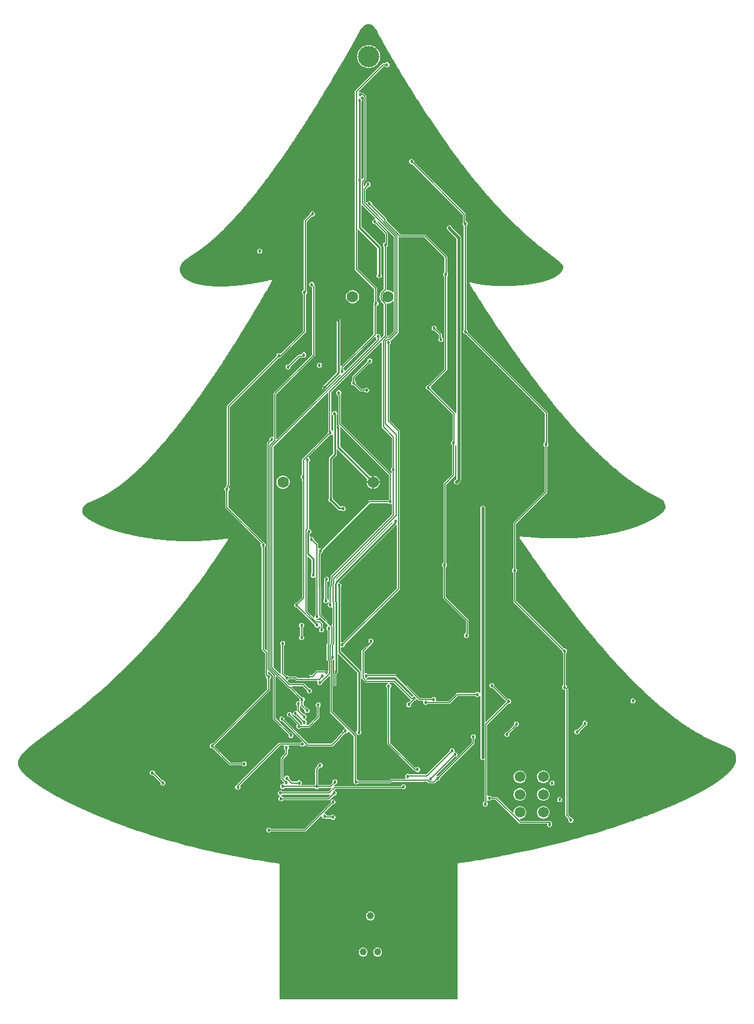
<source format=gbl>
G04*
G04 #@! TF.GenerationSoftware,Altium Limited,Altium Designer,21.4.1 (30)*
G04*
G04 Layer_Physical_Order=2*
G04 Layer_Color=16711680*
%FSLAX25Y25*%
%MOIN*%
G70*
G04*
G04 #@! TF.SameCoordinates,8EED4449-2E46-416B-BC71-7F67FA958CFC*
G04*
G04*
G04 #@! TF.FilePolarity,Positive*
G04*
G01*
G75*
%ADD11C,0.00500*%
%ADD14C,0.01000*%
%ADD53C,0.03900*%
%ADD61C,0.01500*%
%ADD62C,0.06299*%
%ADD63C,0.05906*%
%ADD64C,0.11811*%
%ADD65C,0.01800*%
G36*
X-466Y540903D02*
X664Y540592D01*
X1673Y539996D01*
X2489Y539155D01*
X2773Y538642D01*
X2773Y538642D01*
X2773Y538641D01*
X3569Y537205D01*
X3569Y537204D01*
X3569Y537204D01*
X4362Y535778D01*
X4363Y535778D01*
X4363Y535777D01*
X5153Y534362D01*
X5153Y534362D01*
X5153Y534361D01*
X5941Y532957D01*
X5942Y532957D01*
X5942Y532956D01*
X6727Y531563D01*
X6727Y531563D01*
X6727Y531562D01*
X7510Y530180D01*
X7510Y530180D01*
X7510Y530179D01*
X8290Y528808D01*
X8291Y528807D01*
X8291Y528807D01*
X9068Y527446D01*
X9069Y527446D01*
X9069Y527445D01*
X9843Y526095D01*
X9844Y526095D01*
X9844Y526094D01*
X10616Y524755D01*
X10617Y524754D01*
X10617Y524754D01*
X11386Y523425D01*
X11387Y523425D01*
X11387Y523424D01*
X12154Y522106D01*
X12154Y522106D01*
X12154Y522105D01*
X12918Y520797D01*
X12919Y520797D01*
X12919Y520796D01*
X13680Y519499D01*
X13681Y519499D01*
X13681Y519498D01*
X14440Y518211D01*
X14440Y518211D01*
X14440Y518210D01*
X15197Y516934D01*
X15197Y516934D01*
X15197Y516933D01*
X15951Y515667D01*
X15951Y515666D01*
X15951Y515666D01*
X16702Y514410D01*
X16702Y514410D01*
X16703Y514409D01*
X17451Y513164D01*
X17451Y513163D01*
X17451Y513163D01*
X18197Y511927D01*
X18197Y511927D01*
X18198Y511926D01*
X18940Y510701D01*
X18941Y510701D01*
X18941Y510700D01*
X19681Y509485D01*
X19682Y509484D01*
X19682Y509484D01*
X20419Y508279D01*
X20420Y508278D01*
X20420Y508278D01*
X21154Y507083D01*
X21155Y507082D01*
X21155Y507082D01*
X21887Y505897D01*
X21888Y505896D01*
X21888Y505896D01*
X22617Y504720D01*
X22617Y504720D01*
X22618Y504719D01*
X23344Y503554D01*
X23345Y503554D01*
X23345Y503553D01*
X24069Y502398D01*
X24069Y502397D01*
X24069Y502397D01*
X24791Y501251D01*
X24791Y501251D01*
X24791Y501250D01*
X25510Y500114D01*
X25510Y500114D01*
X25510Y500113D01*
X26226Y498987D01*
X26226Y498986D01*
X26226Y498986D01*
X26939Y497869D01*
X26940Y497869D01*
X26940Y497868D01*
X27650Y496761D01*
X27651Y496761D01*
X27651Y496760D01*
X28358Y495663D01*
X28359Y495662D01*
X28359Y495662D01*
X29063Y494574D01*
X29064Y494573D01*
X29064Y494573D01*
X29766Y493494D01*
X29766Y493494D01*
X29767Y493493D01*
X30466Y492424D01*
X30466Y492424D01*
X30466Y492423D01*
X31163Y491364D01*
X31163Y491363D01*
X31163Y491363D01*
X31857Y490312D01*
X31857Y490312D01*
X31858Y490311D01*
X32548Y489270D01*
X32549Y489270D01*
X32549Y489269D01*
X33237Y488237D01*
X33237Y488237D01*
X33238Y488237D01*
X33923Y487214D01*
X33923Y487214D01*
X33923Y487213D01*
X34606Y486199D01*
X34606Y486199D01*
X34606Y486198D01*
X35286Y485194D01*
X35287Y485194D01*
X35287Y485193D01*
X35963Y484198D01*
X35964Y484197D01*
X35964Y484197D01*
X36638Y483211D01*
X36639Y483210D01*
X36639Y483210D01*
X37310Y482232D01*
X37310Y482232D01*
X37310Y482231D01*
X37979Y481263D01*
X37979Y481262D01*
X37979Y481262D01*
X38645Y480302D01*
X38645Y480302D01*
X38645Y480301D01*
X39308Y479351D01*
X39308Y479350D01*
X39309Y479350D01*
X39968Y478408D01*
X39969Y478407D01*
X39969Y478407D01*
X40626Y477473D01*
X40626Y477473D01*
X40626Y477472D01*
X41280Y476548D01*
X41281Y476548D01*
X41281Y476547D01*
X41932Y475631D01*
X41933Y475631D01*
X41933Y475630D01*
X42581Y474723D01*
X42582Y474723D01*
X42582Y474722D01*
X43227Y473823D01*
X43228Y473823D01*
X43228Y473822D01*
X43870Y472932D01*
X43871Y472932D01*
X43871Y472931D01*
X44511Y472050D01*
X44511Y472049D01*
X44511Y472049D01*
X45148Y471176D01*
X45149Y471175D01*
X45149Y471174D01*
X45783Y470310D01*
X45783Y470309D01*
X45783Y470309D01*
X46414Y469452D01*
X46415Y469452D01*
X46415Y469451D01*
X47043Y468603D01*
X47043Y468603D01*
X47043Y468602D01*
X47668Y467762D01*
X47669Y467762D01*
X47669Y467761D01*
X48291Y466929D01*
X48292Y466929D01*
X48292Y466928D01*
X48911Y466105D01*
X48912Y466104D01*
X48912Y466104D01*
X49528Y465288D01*
X49529Y465288D01*
X49529Y465287D01*
X50142Y464480D01*
X50143Y464479D01*
X50143Y464479D01*
X50753Y463679D01*
X50754Y463679D01*
X50754Y463678D01*
X51362Y462887D01*
X51362Y462887D01*
X51362Y462886D01*
X51967Y462103D01*
X51967Y462102D01*
X51968Y462101D01*
X52569Y461326D01*
X52570Y461326D01*
X52570Y461325D01*
X53168Y460557D01*
X53169Y460557D01*
X53169Y460556D01*
X53764Y459796D01*
X53765Y459796D01*
X53765Y459795D01*
X54358Y459043D01*
X54359Y459043D01*
X54359Y459042D01*
X54948Y458297D01*
X54949Y458297D01*
X54949Y458296D01*
X55536Y457559D01*
X55536Y457559D01*
X55536Y457558D01*
X56120Y456829D01*
X56121Y456829D01*
X56121Y456828D01*
X56701Y456107D01*
X56702Y456106D01*
X56702Y456105D01*
X57279Y455391D01*
X57280Y455391D01*
X57280Y455390D01*
X57855Y454684D01*
X57856Y454683D01*
X57856Y454682D01*
X58427Y453983D01*
X58428Y453983D01*
X58428Y453982D01*
X58996Y453290D01*
X58997Y453290D01*
X58997Y453289D01*
X59563Y452605D01*
X59563Y452604D01*
X59564Y452604D01*
X60126Y451927D01*
X60127Y451926D01*
X60127Y451926D01*
X60686Y451256D01*
X60687Y451255D01*
X60687Y451255D01*
X61243Y450592D01*
X61244Y450592D01*
X61244Y450591D01*
X61798Y449935D01*
X61798Y449935D01*
X61799Y449934D01*
X62349Y449286D01*
X62349Y449285D01*
X62349Y449285D01*
X62897Y448643D01*
X62897Y448643D01*
X62897Y448642D01*
X63441Y448008D01*
X63442Y448007D01*
X63442Y448007D01*
X63983Y447379D01*
X63984Y447379D01*
X63984Y447378D01*
X64522Y446758D01*
X64523Y446758D01*
X64523Y446757D01*
X65058Y446143D01*
X65059Y446143D01*
X65059Y446142D01*
X65591Y445536D01*
X65591Y445535D01*
X65592Y445535D01*
X66120Y444935D01*
X66121Y444934D01*
X66121Y444934D01*
X66646Y444340D01*
X66647Y444340D01*
X66647Y444339D01*
X67170Y443753D01*
X67171Y443752D01*
X67171Y443752D01*
X67690Y443172D01*
X67691Y443172D01*
X67691Y443171D01*
X68207Y442598D01*
X68208Y442597D01*
X68208Y442597D01*
X68721Y442030D01*
X68722Y442030D01*
X68722Y442029D01*
X69232Y441469D01*
X69233Y441469D01*
X69233Y441468D01*
X69740Y440914D01*
X69740Y440914D01*
X69740Y440913D01*
X70244Y440366D01*
X70245Y440366D01*
X70245Y440365D01*
X70745Y439824D01*
X70746Y439824D01*
X70746Y439823D01*
X71244Y439289D01*
X71245Y439289D01*
X71245Y439288D01*
X71739Y438760D01*
X71740Y438760D01*
X71740Y438759D01*
X72231Y438237D01*
X72232Y438237D01*
X72232Y438236D01*
X72720Y437720D01*
X72720Y437720D01*
X72721Y437719D01*
X73205Y437210D01*
X73206Y437209D01*
X73206Y437209D01*
X73808Y436580D01*
X73808Y436580D01*
X73809Y436579D01*
X74405Y435960D01*
X74406Y435960D01*
X74406Y435959D01*
X74998Y435350D01*
X74999Y435349D01*
X74999Y435348D01*
X75585Y434748D01*
X75586Y434748D01*
X75587Y434747D01*
X76168Y434156D01*
X76169Y434156D01*
X76169Y434155D01*
X76745Y433573D01*
X76746Y433573D01*
X76747Y433572D01*
X77318Y432999D01*
X77319Y432999D01*
X77319Y432998D01*
X77885Y432434D01*
X77886Y432434D01*
X77887Y432433D01*
X78448Y431878D01*
X78449Y431877D01*
X78449Y431877D01*
X79005Y431330D01*
X79006Y431330D01*
X79006Y431329D01*
X79557Y430792D01*
X79558Y430791D01*
X79559Y430790D01*
X80104Y430262D01*
X80105Y430261D01*
X80106Y430260D01*
X80647Y429740D01*
X80647Y429740D01*
X80648Y429739D01*
X81290Y429125D01*
X81291Y429125D01*
X81292Y429124D01*
X81926Y428522D01*
X81927Y428522D01*
X81928Y428521D01*
X82555Y427931D01*
X82556Y427931D01*
X82557Y427930D01*
X83177Y427352D01*
X83178Y427351D01*
X83179Y427350D01*
X83892Y426691D01*
X83894Y426690D01*
X83894Y426689D01*
X84598Y426045D01*
X84599Y426044D01*
X84600Y426043D01*
X85391Y425325D01*
X85393Y425325D01*
X85394Y425323D01*
X86172Y424625D01*
X86174Y424624D01*
X86174Y424623D01*
X87128Y423777D01*
X87130Y423776D01*
X87130Y423775D01*
X87640Y423328D01*
X87641Y423327D01*
X87642Y423326D01*
X88665Y422437D01*
X88667Y422436D01*
X88668Y422435D01*
X89697Y421553D01*
X89699Y421552D01*
X89700Y421550D01*
X90735Y420675D01*
X90737Y420675D01*
X90737Y420674D01*
X91257Y420239D01*
X91258Y420238D01*
X91259Y420237D01*
X92094Y419545D01*
X92096Y419545D01*
X92096Y419544D01*
X92668Y419074D01*
X92669Y419074D01*
X92669Y419073D01*
X93072Y418745D01*
X93072Y418745D01*
X93073Y418745D01*
X93469Y418423D01*
X93470Y418423D01*
X93470Y418422D01*
X93784Y418169D01*
X93784Y418169D01*
X93784Y418168D01*
X94094Y417919D01*
X94095Y417919D01*
X94095Y417918D01*
X94325Y417734D01*
X94326Y417734D01*
X94326Y417733D01*
X94554Y417551D01*
X94554Y417551D01*
X94555Y417550D01*
X94781Y417370D01*
X94781Y417370D01*
X94781Y417370D01*
X95006Y417191D01*
X95006Y417191D01*
X95006Y417191D01*
X95155Y417073D01*
X95155Y417073D01*
X95155Y417073D01*
X95303Y416956D01*
X95303Y416956D01*
X95303Y416956D01*
X95450Y416840D01*
X95450Y416840D01*
X95450Y416839D01*
X95596Y416724D01*
X95596Y416724D01*
X95596Y416724D01*
X95741Y416610D01*
X95741Y416610D01*
X95741Y416609D01*
X95885Y416496D01*
X95886Y416496D01*
X95886Y416496D01*
X96029Y416383D01*
X96029Y416383D01*
X96029Y416383D01*
X96172Y416271D01*
X96172Y416271D01*
X96172Y416271D01*
X96313Y416160D01*
X96314Y416160D01*
X96314Y416160D01*
X96454Y416050D01*
X96454Y416050D01*
X96455Y416050D01*
X96594Y415941D01*
X96594Y415941D01*
X96594Y415941D01*
X96664Y415887D01*
X96664Y415887D01*
X96664Y415887D01*
X96733Y415833D01*
X96733Y415833D01*
X96733Y415833D01*
X96803Y415779D01*
X96803Y415779D01*
X96803Y415779D01*
X96872Y415725D01*
X96872Y415725D01*
X96872Y415725D01*
X96940Y415671D01*
X96940Y415671D01*
X96940Y415671D01*
X97009Y415618D01*
X97009Y415618D01*
X97009Y415618D01*
X97077Y415565D01*
X97077Y415565D01*
X97077Y415565D01*
X97145Y415512D01*
X97145Y415512D01*
X97145Y415512D01*
X97213Y415460D01*
X97213Y415460D01*
X97213Y415459D01*
X97281Y415407D01*
X97281Y415407D01*
X97281Y415407D01*
X97348Y415355D01*
X97348Y415355D01*
X97348Y415355D01*
X97415Y415303D01*
X97415Y415303D01*
X97416Y415303D01*
X97482Y415251D01*
X97482Y415251D01*
X97482Y415251D01*
X97549Y415199D01*
X97549Y415199D01*
X97549Y415199D01*
X97616Y415148D01*
X97616Y415148D01*
X97616Y415148D01*
X97682Y415097D01*
X97682Y415097D01*
X97682Y415097D01*
X97748Y415046D01*
X97748Y415046D01*
X97748Y415046D01*
X97814Y414995D01*
X97814Y414995D01*
X97814Y414995D01*
X97879Y414944D01*
X97880Y414944D01*
X97880Y414944D01*
X97945Y414894D01*
X97945Y414894D01*
X97945Y414894D01*
X98010Y414844D01*
X98010Y414844D01*
X98010Y414843D01*
X98075Y414793D01*
X98075Y414793D01*
X98075Y414793D01*
X98204Y414694D01*
X98204Y414694D01*
X98204Y414694D01*
X98269Y414644D01*
X98269D01*
X98333Y414595D01*
X98333Y414595D01*
X98333Y414595D01*
X98396Y414546D01*
X98397Y414546D01*
X98397Y414546D01*
X98460Y414497D01*
X98460Y414497D01*
X98460Y414497D01*
X98587Y414400D01*
X98587Y414400D01*
X98587Y414400D01*
X98650Y414352D01*
X98650Y414352D01*
X98650Y414352D01*
X98712Y414304D01*
X98712Y414304D01*
X98712Y414304D01*
X98775Y414256D01*
X98775Y414256D01*
X98775Y414256D01*
X98837Y414208D01*
X98837Y414208D01*
X98837Y414208D01*
X98899Y414160D01*
X98899D01*
X98899Y414160D01*
X98961Y414113D01*
X98961Y414113D01*
X98961Y414113D01*
X99023Y414066D01*
X99023Y414066D01*
X99023Y414066D01*
X99145Y413972D01*
X99145Y413972D01*
X99145Y413972D01*
X99266Y413879D01*
X99267Y413879D01*
X99267Y413879D01*
X99327Y413833D01*
X99327Y413833D01*
X99327Y413833D01*
X99387Y413787D01*
X99447Y413741D01*
X99447Y413741D01*
X99447Y413741D01*
X99567Y413650D01*
X99567Y413650D01*
X99567Y413650D01*
X99626Y413604D01*
X99626D01*
X99685Y413559D01*
X99685Y413559D01*
X99744Y413514D01*
X99744Y413514D01*
X99744Y413514D01*
X99802Y413469D01*
X99802Y413469D01*
X99861Y413425D01*
X99919Y413380D01*
X99919Y413380D01*
X99919Y413380D01*
X99977Y413336D01*
X99977D01*
X100035Y413292D01*
X100035Y413292D01*
X100035Y413292D01*
X100092Y413248D01*
X100092Y413248D01*
X100149Y413204D01*
X100149D01*
X100320Y413074D01*
X100376Y413031D01*
X100376D01*
X100544Y412903D01*
X100654Y412818D01*
X100654Y412818D01*
X100709Y412776D01*
X100709Y412776D01*
X100764Y412734D01*
X100764Y412734D01*
X100819Y412692D01*
X100873Y412651D01*
X100981Y412568D01*
X100981D01*
X101088Y412486D01*
X101088Y412486D01*
X101141Y412446D01*
X101141D01*
X101246Y412365D01*
X101351Y412284D01*
X101403Y412244D01*
X101403Y412244D01*
X101454Y412205D01*
X101454Y412205D01*
X101506Y412165D01*
X101557Y412125D01*
X101608Y412086D01*
X101659Y412047D01*
X101760Y411969D01*
X101760D01*
X101810Y411931D01*
X101910Y411853D01*
X102008Y411777D01*
X102106Y411702D01*
X102106Y411702D01*
X102202Y411626D01*
X102298Y411552D01*
X102298Y411552D01*
X102393Y411478D01*
X102487Y411404D01*
X102580Y411332D01*
X102672Y411259D01*
X102672Y411259D01*
X102763Y411188D01*
X102853Y411117D01*
X102943Y411046D01*
X103030Y410976D01*
X103118Y410907D01*
X103204Y410837D01*
X103289Y410769D01*
X103374Y410701D01*
X103458Y410634D01*
X103540Y410567D01*
X103621Y410501D01*
X103702Y410435D01*
X103781Y410370D01*
X103861Y410305D01*
X103938Y410240D01*
X104015Y410177D01*
X104090Y410114D01*
X104166Y410050D01*
X104239Y409988D01*
X104312Y409926D01*
X104383Y409866D01*
X104454Y409805D01*
X104525Y409743D01*
X104525Y409743D01*
X104593Y409685D01*
X104662Y409624D01*
X104729Y409565D01*
X104795Y409506D01*
X104859Y409449D01*
X104923Y409391D01*
X104987Y409333D01*
X104987D01*
X105048Y409277D01*
X105110Y409220D01*
X105169Y409164D01*
X105229Y409108D01*
X105288Y409052D01*
X105344Y408998D01*
X105400Y408944D01*
X105456Y408890D01*
X105509Y408836D01*
X105563Y408783D01*
X105613Y408732D01*
X105666Y408678D01*
X105715Y408626D01*
X105764Y408575D01*
X105812Y408524D01*
X105860Y408472D01*
X105905Y408422D01*
X105951Y408372D01*
X105994Y408323D01*
X106038Y408272D01*
X106080Y408224D01*
X106121Y408176D01*
X106160Y408128D01*
X106200Y408080D01*
X106238Y408033D01*
X106275Y407985D01*
X106310Y407939D01*
X106345Y407893D01*
X106378Y407848D01*
X106428Y407779D01*
X106474Y407712D01*
X106519Y407646D01*
X106561Y407580D01*
X106601Y407516D01*
X106639Y407452D01*
X106674Y407389D01*
X106708Y407327D01*
X106739Y407266D01*
X106768Y407205D01*
X106795Y407146D01*
X106819Y407087D01*
X106843Y407029D01*
X106863Y406972D01*
X106882Y406915D01*
X106899Y406859D01*
X106914Y406804D01*
X106927Y406753D01*
X106936Y406708D01*
X106945Y406664D01*
X106951Y406624D01*
X106957Y406581D01*
X106962Y406542D01*
X106966Y406502D01*
X106968Y406462D01*
X106970Y406424D01*
X106971Y406385D01*
X106971Y406347D01*
X106969Y406293D01*
X106967Y406250D01*
X106963Y406206D01*
X106958Y406164D01*
X106952Y406119D01*
X106946Y406080D01*
X106938Y406037D01*
X106929Y405994D01*
X106918Y405945D01*
X106918Y405942D01*
X106917Y405940D01*
X106904Y405880D01*
X106888Y405811D01*
X106872Y405743D01*
X106854Y405676D01*
X106839Y405621D01*
X106813Y405530D01*
X106793Y405463D01*
X106775Y405408D01*
X106750Y405334D01*
X106728Y405272D01*
X106707Y405213D01*
X106685Y405155D01*
X106662Y405097D01*
X106643Y405049D01*
X106620Y404995D01*
X106597Y404941D01*
X106568Y404876D01*
X106543Y404822D01*
X106518Y404769D01*
X106485Y404704D01*
X106459Y404652D01*
X106414Y404565D01*
X106384Y404510D01*
X106352Y404453D01*
X106320Y404397D01*
X106287Y404341D01*
X106254Y404286D01*
X106219Y404229D01*
X106185Y404175D01*
X106149Y404119D01*
X106112Y404064D01*
X106075Y404009D01*
X106037Y403954D01*
X105999Y403899D01*
X105958Y403844D01*
X105919Y403790D01*
X105878Y403736D01*
X105836Y403681D01*
X105794Y403628D01*
X105751Y403574D01*
X105707Y403521D01*
X105662Y403467D01*
X105617Y403414D01*
X105571Y403361D01*
X105524Y403307D01*
X105476Y403255D01*
X105429Y403203D01*
X105380Y403150D01*
X105330Y403098D01*
X105280Y403046D01*
X105229Y402993D01*
X105177Y402942D01*
X105125Y402890D01*
X105072Y402839D01*
X105017Y402787D01*
X104963Y402736D01*
X104908Y402685D01*
X104852Y402634D01*
X104795Y402584D01*
X104737Y402533D01*
X104680Y402483D01*
X104621Y402433D01*
X104562Y402384D01*
X104502Y402333D01*
X104441Y402284D01*
X104379Y402234D01*
X104318Y402186D01*
X104254Y402136D01*
X104191Y402087D01*
X104127Y402039D01*
X104063Y401991D01*
X103997Y401942D01*
X103930Y401893D01*
X103865Y401846D01*
X103797Y401798D01*
X103728Y401750D01*
X103660Y401703D01*
X103591Y401656D01*
X103521Y401609D01*
X103451Y401563D01*
X103378Y401515D01*
X103307Y401469D01*
X103234Y401423D01*
X103162Y401377D01*
X103087Y401331D01*
X103014Y401285D01*
X102938Y401239D01*
X102863Y401194D01*
X102787Y401150D01*
X102709Y401104D01*
X102633Y401060D01*
X102554Y401015D01*
X102476Y400971D01*
X102395Y400926D01*
X102315Y400882D01*
X102237Y400839D01*
X102154Y400795D01*
X102073Y400752D01*
X101992Y400709D01*
X101909Y400666D01*
X101824Y400623D01*
X101742Y400581D01*
X101658Y400538D01*
X101573Y400496D01*
X101487Y400454D01*
X101399Y400412D01*
X101313Y400370D01*
X101227Y400329D01*
X101139Y400288D01*
X101051Y400247D01*
X100961Y400206D01*
X100873Y400166D01*
X100782Y400125D01*
X100692Y400085D01*
X100600Y400045D01*
X100510Y400006D01*
X100416Y399965D01*
X100416Y399965D01*
X100326Y399927D01*
X100231Y399887D01*
X100137Y399848D01*
X100043Y399809D01*
X99949Y399771D01*
X99855Y399733D01*
X99758Y399694D01*
X99663Y399656D01*
X99567Y399619D01*
X99468Y399580D01*
X99372Y399544D01*
X99273Y399506D01*
X99173Y399469D01*
X99076Y399433D01*
X98977Y399396D01*
X98875Y399359D01*
X98776Y399324D01*
X98674Y399287D01*
X98572Y399251D01*
X98471Y399216D01*
X98369Y399181D01*
X98265Y399145D01*
X98162Y399110D01*
X98058Y399075D01*
X97954Y399041D01*
X97954Y399041D01*
X97850Y399006D01*
X97746Y398973D01*
X97640Y398938D01*
X97534Y398905D01*
X97429Y398871D01*
X97322Y398838D01*
X97215Y398805D01*
X97106Y398771D01*
X96997Y398739D01*
X96890Y398706D01*
X96782Y398674D01*
X96672Y398642D01*
X96563Y398610D01*
X96451Y398578D01*
X96342Y398547D01*
X96230Y398515D01*
X96119Y398484D01*
X96119Y398484D01*
X96009Y398453D01*
X96009D01*
X95895Y398422D01*
X95784Y398392D01*
X95671Y398361D01*
X95558Y398331D01*
X95444Y398301D01*
X95330Y398271D01*
X95217Y398242D01*
X95102Y398213D01*
X94987Y398183D01*
X94871Y398154D01*
X94756Y398126D01*
X94639Y398097D01*
X94523Y398068D01*
X94406Y398040D01*
X94289Y398012D01*
X94172Y397985D01*
X94054Y397957D01*
X93876Y397916D01*
X93700Y397875D01*
X93521Y397835D01*
X93340Y397795D01*
X93161Y397756D01*
X92979Y397717D01*
X92797Y397679D01*
X92617Y397641D01*
X92432Y397603D01*
X92250Y397567D01*
X92064Y397530D01*
X91881Y397494D01*
X91694Y397458D01*
X91509Y397423D01*
X91321Y397388D01*
X91135Y397353D01*
X90947Y397319D01*
X90759Y397286D01*
X90759D01*
X90569Y397252D01*
X90381Y397220D01*
X90189Y397187D01*
X89999Y397156D01*
X89808Y397124D01*
X89616Y397093D01*
X89423Y397063D01*
X89231Y397032D01*
X89039Y397003D01*
X88845Y396974D01*
X88651Y396945D01*
X88455Y396916D01*
X88260Y396888D01*
X88001Y396852D01*
X87738Y396816D01*
X87476Y396780D01*
X87476Y396780D01*
X87213Y396746D01*
X86951Y396713D01*
X86685Y396679D01*
X86422Y396647D01*
X86156Y396616D01*
X85889Y396585D01*
X85622Y396555D01*
X85356Y396526D01*
X85089Y396498D01*
X84752Y396463D01*
X84418Y396429D01*
X84082Y396397D01*
X83744Y396366D01*
X83405Y396336D01*
X83001Y396301D01*
X82593Y396268D01*
X82186Y396237D01*
X81780Y396207D01*
X81301Y396174D01*
X80758Y396140D01*
X80145Y396104D01*
X79464Y396068D01*
X78645Y396031D01*
X78171Y396011D01*
X77222Y395981D01*
X76274Y395958D01*
X75326Y395943D01*
X74852Y395940D01*
X73644Y395938D01*
X72848Y395944D01*
X72252Y395953D01*
X71726Y395963D01*
X71270Y395974D01*
X70813Y395987D01*
X70425Y396000D01*
X70039Y396014D01*
X69718Y396026D01*
X69398Y396040D01*
X69079Y396055D01*
X68764Y396071D01*
X68512Y396084D01*
X68260Y396098D01*
X68260Y396098D01*
X68011Y396112D01*
X67763Y396127D01*
X67513Y396143D01*
X67268Y396159D01*
X67268Y396159D01*
X67021Y396176D01*
X66778Y396194D01*
X66594Y396207D01*
X66412Y396221D01*
X66231Y396235D01*
X66052Y396250D01*
X65870Y396265D01*
X65692Y396280D01*
X65513Y396295D01*
X65337Y396311D01*
X65160Y396327D01*
X64982Y396344D01*
X64807Y396360D01*
X64633Y396377D01*
X64460Y396395D01*
X64285Y396413D01*
X64285Y396413D01*
X64114Y396431D01*
X63942Y396449D01*
X63772Y396468D01*
X63601Y396487D01*
X63433Y396507D01*
X63265Y396526D01*
X63154Y396540D01*
X63042Y396553D01*
X63042D01*
X62932Y396567D01*
X62932Y396567D01*
X62821Y396581D01*
X62821D01*
X62711Y396594D01*
X62711Y396594D01*
X62602Y396608D01*
X62492Y396622D01*
X62492D01*
X62383Y396637D01*
X62275Y396651D01*
X62168Y396666D01*
X62059Y396680D01*
X62059D01*
X61953Y396695D01*
X61845Y396710D01*
X61740Y396725D01*
X61634Y396741D01*
X61528Y396756D01*
X61424Y396772D01*
X61319Y396787D01*
X61215Y396803D01*
X61111Y396819D01*
X61007Y396835D01*
X60905Y396851D01*
X60803Y396867D01*
X60700Y396884D01*
X60600Y396901D01*
X60499Y396917D01*
X60399Y396934D01*
X60299Y396951D01*
X60198Y396969D01*
X60100Y396986D01*
X60001Y397003D01*
X59904Y397021D01*
X59805Y397038D01*
X59709Y397056D01*
X59611Y397074D01*
X59516Y397092D01*
X59421Y397110D01*
X59324Y397129D01*
X59231Y397147D01*
X59231Y397147D01*
X59136Y397166D01*
X59042Y397184D01*
X58949Y397203D01*
X58856Y397222D01*
X58764Y397241D01*
X58673Y397260D01*
X58582Y397280D01*
X58491Y397299D01*
X58403Y397318D01*
X58313Y397338D01*
X58223Y397358D01*
X58136Y397378D01*
X58048Y397398D01*
X58048Y397398D01*
X57960Y397418D01*
X57873Y397439D01*
X57789Y397459D01*
X57702Y397479D01*
X57618Y397500D01*
X57534Y397521D01*
X57449Y397542D01*
X57366Y397563D01*
X57282Y397584D01*
X57200Y397605D01*
X57120Y397627D01*
X56997Y397659D01*
X56919Y397680D01*
X56838Y397703D01*
X56760Y397724D01*
X56681Y397746D01*
X56603Y397769D01*
X56527Y397791D01*
X56452Y397813D01*
X56376Y397835D01*
X56299Y397858D01*
X56226Y397881D01*
X56152Y397903D01*
X56077Y397927D01*
X56006Y397949D01*
X55932Y397973D01*
X55862Y397996D01*
X55792Y398019D01*
X55721Y398042D01*
X55651Y398066D01*
X55582Y398090D01*
X55552Y398088D01*
X55528Y398105D01*
X55349Y398076D01*
X55168Y398064D01*
X55149Y398042D01*
X55119Y398037D01*
X55014Y397890D01*
X54894Y397754D01*
X54896Y397724D01*
X54879Y397700D01*
X54909Y397521D01*
X54920Y397340D01*
X54942Y397321D01*
X54947Y397291D01*
X55700Y396087D01*
X55700Y396086D01*
X55700Y396086D01*
X56450Y394889D01*
X56450Y394889D01*
X56450Y394888D01*
X57197Y393700D01*
X57198Y393700D01*
X57198Y393700D01*
X57942Y392520D01*
X57942Y392519D01*
X57942Y392519D01*
X58684Y391348D01*
X58684Y391347D01*
X58684Y391347D01*
X59423Y390184D01*
X59423Y390183D01*
X59423Y390183D01*
X60159Y389028D01*
X60159Y389028D01*
X60159Y389027D01*
X60892Y387880D01*
X60893Y387880D01*
X60893Y387880D01*
X61623Y386741D01*
X61623Y386741D01*
X61623Y386740D01*
X62351Y385610D01*
X62351Y385610D01*
X62351Y385609D01*
X63076Y384487D01*
X63076Y384487D01*
X63076Y384487D01*
X63798Y383372D01*
X63798Y383372D01*
X63798Y383372D01*
X64517Y382265D01*
X64517Y382265D01*
X64518Y382265D01*
X65234Y381167D01*
X65234Y381167D01*
X65234Y381166D01*
X65947Y380076D01*
X65948Y380076D01*
X65948Y380075D01*
X66658Y378993D01*
X66659Y378993D01*
X66659Y378993D01*
X67367Y377919D01*
X67367Y377918D01*
X67367Y377918D01*
X68072Y376852D01*
X68072Y376851D01*
X68072Y376851D01*
X68775Y375793D01*
X68775Y375793D01*
X68775Y375792D01*
X69474Y374742D01*
X69475Y374741D01*
X69475Y374741D01*
X70171Y373698D01*
X70172Y373698D01*
X70172Y373697D01*
X70866Y372663D01*
X70866Y372662D01*
X70866Y372662D01*
X71557Y371635D01*
X71558Y371635D01*
X71558Y371634D01*
X72246Y370615D01*
X72246Y370615D01*
X72246Y370614D01*
X72932Y369603D01*
X72932Y369602D01*
X72932Y369602D01*
X73615Y368598D01*
X73615Y368598D01*
X73616Y368597D01*
X74296Y367601D01*
X74296Y367601D01*
X74296Y367600D01*
X74973Y366612D01*
X74974Y366611D01*
X74974Y366611D01*
X75648Y365630D01*
X75648Y365630D01*
X75649Y365629D01*
X76320Y364655D01*
X76321Y364655D01*
X76321Y364655D01*
X76990Y363689D01*
X76990Y363688D01*
X76990Y363688D01*
X77656Y362730D01*
X77657Y362729D01*
X77657Y362729D01*
X78320Y361778D01*
X78321Y361777D01*
X78321Y361777D01*
X78981Y360833D01*
X78982Y360833D01*
X78982Y360833D01*
X79640Y359896D01*
X79640Y359896D01*
X79640Y359895D01*
X80295Y358966D01*
X80296Y358966D01*
X80296Y358966D01*
X80948Y358044D01*
X80949Y358044D01*
X80949Y358043D01*
X81599Y357129D01*
X81599Y357129D01*
X81599Y357128D01*
X82246Y356221D01*
X82246Y356221D01*
X82247Y356221D01*
X82891Y355321D01*
X82891Y355321D01*
X82891Y355320D01*
X83533Y354428D01*
X83533Y354427D01*
X83533Y354427D01*
X84172Y353541D01*
X84172Y353541D01*
X84172Y353540D01*
X84808Y352662D01*
X84809Y352662D01*
X84809Y352661D01*
X85442Y351790D01*
X85443Y351790D01*
X85443Y351790D01*
X86073Y350925D01*
X86074Y350925D01*
X86074Y350925D01*
X86702Y350068D01*
X86702Y350067D01*
X86702Y350067D01*
X87327Y349217D01*
X87328Y349217D01*
X87328Y349216D01*
X87950Y348373D01*
X87951Y348373D01*
X87951Y348372D01*
X88570Y347536D01*
X88571Y347536D01*
X88571Y347535D01*
X89188Y346706D01*
X89188Y346706D01*
X89188Y346706D01*
X89803Y345883D01*
X89803Y345883D01*
X89803Y345883D01*
X90415Y345067D01*
X90415Y345067D01*
X90415Y345066D01*
X91024Y344258D01*
X91025Y344258D01*
X91025Y344257D01*
X91631Y343455D01*
X91631Y343455D01*
X91632Y343455D01*
X92235Y342660D01*
X92235Y342659D01*
X92235Y342659D01*
X92836Y341871D01*
X92837Y341870D01*
X92837Y341870D01*
X93435Y341088D01*
X93435Y341088D01*
X93436Y341087D01*
X94031Y340313D01*
X94031Y340312D01*
X94031Y340312D01*
X94624Y339544D01*
X94625Y339543D01*
X94625Y339543D01*
X95214Y338781D01*
X95215Y338781D01*
X95215Y338780D01*
X95802Y338025D01*
X95803Y338025D01*
X95803Y338024D01*
X96388Y337276D01*
X96388Y337276D01*
X96388Y337275D01*
X96970Y336533D01*
X96971Y336533D01*
X96971Y336532D01*
X97550Y335797D01*
X97550Y335797D01*
X97551Y335796D01*
X98127Y335067D01*
X98128Y335067D01*
X98128Y335066D01*
X98702Y334344D01*
X98702Y334344D01*
X98702Y334343D01*
X99274Y333627D01*
X99274Y333627D01*
X99274Y333626D01*
X99843Y332916D01*
X99843Y332916D01*
X99843Y332915D01*
X100409Y332212D01*
X100410Y332212D01*
X100410Y332211D01*
X100973Y331514D01*
X100973Y331514D01*
X100974Y331513D01*
X101534Y330822D01*
X101535Y330822D01*
X101535Y330821D01*
X102093Y330137D01*
X102093Y330136D01*
X102093Y330136D01*
X102648Y329458D01*
X102649Y329457D01*
X102649Y329457D01*
X103202Y328784D01*
X103202Y328784D01*
X103202Y328784D01*
X103752Y328117D01*
X103753Y328117D01*
X103753Y328117D01*
X104300Y327457D01*
X104301Y327456D01*
X104301Y327456D01*
X104846Y326802D01*
X104846Y326802D01*
X104846Y326801D01*
X105388Y326153D01*
X105389Y326153D01*
X105389Y326152D01*
X105928Y325511D01*
X105929Y325510D01*
X105929Y325510D01*
X106466Y324874D01*
X106466Y324874D01*
X106466Y324873D01*
X107000Y324243D01*
X107001Y324243D01*
X107001Y324242D01*
X107532Y323618D01*
X107533Y323618D01*
X107533Y323617D01*
X108062Y323000D01*
X108063Y322999D01*
X108063Y322998D01*
X108589Y322386D01*
X108589Y322386D01*
X108589Y322386D01*
X109113Y321779D01*
X109114Y321779D01*
X109114Y321778D01*
X109635Y321178D01*
X109635Y321178D01*
X109635Y321177D01*
X110153Y320582D01*
X110154Y320582D01*
X110154Y320581D01*
X110670Y319992D01*
X110670Y319992D01*
X110671Y319991D01*
X111184Y319408D01*
X111184Y319408D01*
X111185Y319407D01*
X111695Y318830D01*
X111695Y318829D01*
X111696Y318829D01*
X112203Y318257D01*
X112204Y318256D01*
X112204Y318256D01*
X112709Y317690D01*
X112710Y317689D01*
X112710Y317689D01*
X113213Y317128D01*
X113213Y317128D01*
X113213Y317127D01*
X113713Y316572D01*
X113714Y316572D01*
X113714Y316571D01*
X114211Y316021D01*
X114212Y316021D01*
X114212Y316020D01*
X114707Y315476D01*
X114708Y315476D01*
X114708Y315475D01*
X115200Y314937D01*
X115200Y314936D01*
X115201Y314936D01*
X115690Y314403D01*
X115691Y314402D01*
X115691Y314402D01*
X116178Y313874D01*
X116179Y313873D01*
X116179Y313873D01*
X116663Y313350D01*
X116664Y313350D01*
X116664Y313349D01*
X117146Y312832D01*
X117146Y312832D01*
X117147Y312831D01*
X117626Y312319D01*
X117626Y312319D01*
X117627Y312318D01*
X118103Y311812D01*
X118104Y311812D01*
X118104Y311811D01*
X118578Y311310D01*
X118579Y311310D01*
X118579Y311309D01*
X119050Y310813D01*
X119051Y310812D01*
X119051Y310812D01*
X119520Y310321D01*
X119520Y310321D01*
X119521Y310320D01*
X119987Y309834D01*
X119988Y309834D01*
X119988Y309833D01*
X120451Y309353D01*
X120452Y309352D01*
X120452Y309352D01*
X120913Y308876D01*
X120914Y308876D01*
X120914Y308875D01*
X121373Y308405D01*
X121373Y308404D01*
X121374Y308404D01*
X121830Y307938D01*
X121830Y307938D01*
X121831Y307937D01*
X122284Y307477D01*
X122285Y307477D01*
X122285Y307476D01*
X122736Y307020D01*
X122736Y307020D01*
X122737Y307019D01*
X123185Y306569D01*
X123186Y306569D01*
X123186Y306568D01*
X123632Y306122D01*
X123632Y306122D01*
X123633Y306121D01*
X124076Y305681D01*
X124076Y305680D01*
X124077Y305680D01*
X124517Y305244D01*
X124518Y305244D01*
X124518Y305243D01*
X124956Y304812D01*
X124957Y304812D01*
X124957Y304811D01*
X125392Y304384D01*
X125393Y304384D01*
X125394Y304383D01*
X125826Y303962D01*
X125827Y303962D01*
X125828Y303961D01*
X126258Y303544D01*
X126259Y303544D01*
X126259Y303543D01*
X126687Y303131D01*
X126687Y303131D01*
X126688Y303130D01*
X127113Y302723D01*
X127114Y302722D01*
X127114Y302722D01*
X127537Y302319D01*
X127537Y302318D01*
X127538Y302318D01*
X127958Y301919D01*
X127959Y301919D01*
X127959Y301918D01*
X128377Y301525D01*
X128377Y301524D01*
X128378Y301524D01*
X128793Y301134D01*
X128794Y301134D01*
X128794Y301133D01*
X129207Y300749D01*
X129207Y300748D01*
X129208Y300748D01*
X129618Y300368D01*
X129619Y300367D01*
X129619Y300367D01*
X130026Y299991D01*
X130027Y299991D01*
X130027Y299990D01*
X130432Y299619D01*
X130433Y299618D01*
X130434Y299618D01*
X130836Y299251D01*
X130837Y299250D01*
X130837Y299250D01*
X131237Y298887D01*
X131238Y298887D01*
X131238Y298886D01*
X131636Y298528D01*
X131637Y298527D01*
X131637Y298527D01*
X132032Y298172D01*
X132033Y298172D01*
X132033Y298171D01*
X132425Y297822D01*
X132426Y297821D01*
X132427Y297821D01*
X132817Y297475D01*
X132817Y297475D01*
X132818Y297474D01*
X133205Y297133D01*
X133206Y297132D01*
X133206Y297132D01*
X133591Y296795D01*
X133592Y296794D01*
X133592Y296794D01*
X133975Y296461D01*
X133976Y296460D01*
X133976Y296460D01*
X134356Y296130D01*
X134357Y296130D01*
X134357Y296129D01*
X134735Y295805D01*
X134735Y295804D01*
X134736Y295803D01*
X135111Y295483D01*
X135112Y295482D01*
X135112Y295482D01*
X135484Y295165D01*
X135485Y295164D01*
X135486Y295164D01*
X135856Y294851D01*
X135856Y294851D01*
X135857Y294850D01*
X136224Y294541D01*
X136225Y294541D01*
X136225Y294540D01*
X136591Y294235D01*
X136591Y294235D01*
X136592Y294234D01*
X136954Y293933D01*
X136955Y293932D01*
X136955Y293932D01*
X137316Y293634D01*
X137316Y293634D01*
X137317Y293633D01*
X137674Y293340D01*
X137675Y293340D01*
X137676Y293339D01*
X138031Y293049D01*
X138032Y293049D01*
X138032Y293048D01*
X138385Y292762D01*
X138385Y292762D01*
X138386Y292761D01*
X138736Y292479D01*
X138737Y292479D01*
X138737Y292478D01*
X139085Y292199D01*
X139086Y292199D01*
X139086Y292198D01*
X139432Y291923D01*
X139432Y291923D01*
X139433Y291922D01*
X139776Y291651D01*
X139776Y291651D01*
X139777Y291650D01*
X140117Y291383D01*
X140118Y291382D01*
X140118Y291382D01*
X140456Y291117D01*
X140457Y291117D01*
X140458Y291116D01*
X140793Y290856D01*
X140794Y290856D01*
X140794Y290855D01*
X141127Y290598D01*
X141128Y290598D01*
X141129Y290597D01*
X141459Y290343D01*
X141460Y290343D01*
X141460Y290342D01*
X141788Y290092D01*
X141789Y290092D01*
X141790Y290091D01*
X142115Y289844D01*
X142116Y289844D01*
X142117Y289844D01*
X142440Y289600D01*
X142441Y289600D01*
X142441Y289599D01*
X142762Y289359D01*
X142763Y289359D01*
X142763Y289358D01*
X143081Y289122D01*
X143082Y289121D01*
X143083Y289121D01*
X143477Y288829D01*
X143478Y288829D01*
X143479Y288828D01*
X143870Y288542D01*
X143871Y288542D01*
X143871Y288541D01*
X144258Y288260D01*
X144259Y288259D01*
X144260Y288259D01*
X144643Y287982D01*
X144644Y287982D01*
X144645Y287981D01*
X145024Y287710D01*
X145025Y287710D01*
X145026Y287709D01*
X145401Y287442D01*
X145402Y287442D01*
X145403Y287441D01*
X145774Y287179D01*
X145775Y287179D01*
X145776Y287178D01*
X146144Y286921D01*
X146145Y286921D01*
X146146Y286920D01*
X146510Y286668D01*
X146511Y286668D01*
X146512Y286667D01*
X146944Y286370D01*
X146945Y286370D01*
X146946Y286369D01*
X147372Y286079D01*
X147374Y286078D01*
X147374Y286077D01*
X147796Y285793D01*
X147797Y285793D01*
X147798Y285792D01*
X148213Y285515D01*
X148215Y285514D01*
X148216Y285513D01*
X148694Y285197D01*
X148696Y285197D01*
X148696Y285196D01*
X149234Y284845D01*
X149236Y284844D01*
X149237Y284843D01*
X149830Y284461D01*
X149832Y284460D01*
X149833Y284459D01*
X150250Y284194D01*
X150252Y284194D01*
X150253Y284192D01*
X151090Y283668D01*
X151092Y283667D01*
X151094Y283665D01*
X151936Y283149D01*
X151938Y283148D01*
X151940Y283146D01*
X152786Y282637D01*
X152788Y282637D01*
X152789Y282635D01*
X153214Y282384D01*
X153216Y282383D01*
X153217Y282382D01*
X153669Y282117D01*
X153670Y282117D01*
X153671Y282116D01*
X154004Y281923D01*
X154005Y281923D01*
X154006Y281922D01*
X154280Y281764D01*
X154280Y281764D01*
X154281Y281764D01*
X154497Y281640D01*
X154498Y281640D01*
X154498Y281639D01*
X154712Y281518D01*
X154713Y281517D01*
X154713Y281517D01*
X154872Y281427D01*
X154873Y281427D01*
X154873Y281427D01*
X155031Y281337D01*
X155031Y281337D01*
X155031Y281337D01*
X155187Y281249D01*
X155188Y281249D01*
X155188Y281249D01*
X155343Y281162D01*
X155344Y281162D01*
X155344Y281161D01*
X155498Y281075D01*
X155498Y281075D01*
X155498Y281075D01*
X155600Y281018D01*
X155600Y281018D01*
X155601Y281018D01*
X155702Y280962D01*
X155702Y280962D01*
X155702Y280961D01*
X155803Y280906D01*
X155803Y280906D01*
X155803Y280906D01*
X155903Y280850D01*
X155903Y280850D01*
X155904Y280850D01*
X156003Y280795D01*
X156003Y280795D01*
X156004Y280795D01*
X156103Y280740D01*
X156103Y280740D01*
X156103Y280740D01*
X156201Y280686D01*
X156201Y280686D01*
X156202Y280686D01*
X156299Y280632D01*
X156300Y280632D01*
X156300Y280632D01*
X156397Y280579D01*
X156397Y280579D01*
X156397Y280578D01*
X156494Y280526D01*
X156494Y280526D01*
X156494Y280525D01*
X156590Y280473D01*
X156590Y280473D01*
X156590Y280473D01*
X156686Y280421D01*
X156686Y280421D01*
X156686Y280421D01*
X156781Y280369D01*
X156781Y280369D01*
X156781Y280369D01*
X156876Y280318D01*
X156876Y280318D01*
X156876Y280317D01*
X156970Y280267D01*
X156970Y280267D01*
X156970Y280266D01*
X157063Y280216D01*
X157063Y280216D01*
X157063Y280216D01*
X157156Y280166D01*
X157156Y280166D01*
X157156Y280166D01*
X157248Y280116D01*
X157248Y280116D01*
X157249Y280116D01*
X157340Y280067D01*
X157340Y280067D01*
X157340Y280067D01*
X157431Y280018D01*
X157431Y280018D01*
X157431Y280018D01*
X157522Y279969D01*
X157522Y279969D01*
X157522Y279969D01*
X157611Y279921D01*
X157612Y279921D01*
X157612Y279921D01*
X157701Y279873D01*
X157701Y279873D01*
X157701Y279873D01*
X157790Y279826D01*
X157790Y279826D01*
X157790Y279825D01*
X157878Y279779D01*
X157878Y279779D01*
X157878Y279778D01*
X157965Y279732D01*
X157965Y279732D01*
X157966Y279732D01*
X158052Y279685D01*
X158052Y279685D01*
X158052Y279685D01*
X158139Y279639D01*
X158139Y279639D01*
X158139Y279639D01*
X158224Y279594D01*
X158224Y279594D01*
X158225Y279593D01*
X158310Y279548D01*
X158310Y279548D01*
X158310Y279548D01*
X158394Y279503D01*
X158394Y279503D01*
X158394Y279503D01*
X158478Y279459D01*
X158478Y279459D01*
X158478Y279458D01*
X158562Y279414D01*
X158562Y279414D01*
X158562Y279414D01*
X158645Y279370D01*
X158645D01*
X158645Y279370D01*
X158727Y279327D01*
X158727Y279327D01*
X158727Y279327D01*
X158890Y279240D01*
X158890D01*
X158890Y279240D01*
X158970Y279198D01*
X159209Y279071D01*
X159364Y278989D01*
X159518Y278907D01*
X159518Y278907D01*
X159594Y278867D01*
X159669Y278827D01*
X159744Y278787D01*
X159818Y278748D01*
X159891Y278709D01*
X159964Y278670D01*
X160037Y278631D01*
X160108Y278593D01*
X160179Y278555D01*
X160179Y278555D01*
X160250Y278517D01*
X160320Y278479D01*
X160389Y278442D01*
X160458Y278404D01*
X160458D01*
X160526Y278368D01*
X160594Y278331D01*
X160661Y278295D01*
X160661D01*
X160727Y278259D01*
X160793Y278223D01*
X160858Y278187D01*
X160858Y278187D01*
X160923Y278151D01*
X160987Y278116D01*
X160987Y278116D01*
X161051Y278081D01*
X161114Y278046D01*
X161176Y278012D01*
X161237Y277977D01*
X161299Y277943D01*
X161358Y277909D01*
X161419Y277875D01*
X161866Y277622D01*
X162619Y276923D01*
X163189Y276069D01*
X163547Y275106D01*
X163672Y274086D01*
X163558Y273065D01*
X163210Y272098D01*
X162649Y271238D01*
X162247Y270857D01*
X162188Y270802D01*
X162129Y270746D01*
X162068Y270691D01*
X162008Y270636D01*
X161948Y270581D01*
X161886Y270525D01*
X161824Y270469D01*
X161762Y270415D01*
X161700Y270360D01*
X161635Y270303D01*
X161635Y270303D01*
X161572Y270248D01*
X161509Y270194D01*
X161444Y270138D01*
X161378Y270082D01*
X161311Y270026D01*
X161247Y269972D01*
X161180Y269917D01*
X161113Y269862D01*
X161045Y269807D01*
X160976Y269750D01*
X160909Y269696D01*
X160840Y269641D01*
X160769Y269586D01*
X160700Y269531D01*
X160628Y269475D01*
X160557Y269420D01*
X160487Y269366D01*
X160414Y269310D01*
X160342Y269255D01*
X160269Y269200D01*
X160196Y269145D01*
X160122Y269091D01*
X160047Y269035D01*
X159973Y268981D01*
X159898Y268926D01*
X159822Y268871D01*
X159746Y268817D01*
X159668Y268761D01*
X159592Y268707D01*
X159515Y268653D01*
X159437Y268598D01*
X159358Y268543D01*
X159279Y268489D01*
X159200Y268434D01*
X159119Y268379D01*
X159038Y268324D01*
X158958Y268271D01*
X158958D01*
X158876Y268215D01*
X158876Y268215D01*
X158794Y268162D01*
X158672Y268081D01*
X158546Y267998D01*
X158421Y267918D01*
X158293Y267836D01*
X158166Y267755D01*
X158037Y267674D01*
X157906Y267593D01*
X157777Y267513D01*
X157644Y267431D01*
X157512Y267352D01*
X157379Y267272D01*
X157244Y267191D01*
X157107Y267111D01*
X156970Y267031D01*
X156831Y266950D01*
X156831Y266950D01*
X156692Y266870D01*
X156554Y266792D01*
X156412Y266711D01*
X156270Y266632D01*
X156127Y266553D01*
X155983Y266474D01*
X155837Y266394D01*
X155692Y266316D01*
X155545Y266237D01*
X155397Y266159D01*
X155248Y266081D01*
X155096Y266002D01*
X154946Y265924D01*
X154793Y265845D01*
X154641Y265768D01*
X154488Y265691D01*
X154332Y265613D01*
X154175Y265535D01*
X154018Y265458D01*
X153862Y265382D01*
X153702Y265304D01*
X153543Y265228D01*
X153381Y265151D01*
X153220Y265075D01*
X153056Y264999D01*
X152893Y264923D01*
X152727Y264847D01*
X152563Y264772D01*
X152396Y264696D01*
X152227Y264621D01*
X152059Y264546D01*
X151891Y264472D01*
X151719Y264396D01*
X151549Y264322D01*
X151376Y264248D01*
X151202Y264174D01*
X151029Y264101D01*
X150853Y264026D01*
X150676Y263953D01*
X150501Y263880D01*
X150261Y263783D01*
X150024Y263686D01*
X149781Y263589D01*
X149540Y263494D01*
X149295Y263398D01*
X149049Y263302D01*
X148802Y263208D01*
X148553Y263113D01*
X148303Y263019D01*
X148050Y262926D01*
X147794Y262832D01*
X147540Y262740D01*
X147281Y262647D01*
X147024Y262556D01*
X146763Y262464D01*
X146500Y262373D01*
X146238Y262283D01*
X145971Y262192D01*
X145704Y262103D01*
X145437Y262014D01*
X145166Y261925D01*
X144896Y261837D01*
X144621Y261749D01*
X144348Y261663D01*
X144070Y261576D01*
X143794Y261490D01*
X143513Y261404D01*
X143163Y261298D01*
X142808Y261192D01*
X142452Y261087D01*
X142094Y260983D01*
X141734Y260881D01*
X141368Y260778D01*
X141003Y260677D01*
X140635Y260576D01*
X140264Y260477D01*
X139893Y260379D01*
X139518Y260281D01*
X139141Y260184D01*
X138760Y260088D01*
X138379Y259993D01*
X137995Y259898D01*
X137607Y259805D01*
X137218Y259713D01*
X136749Y259604D01*
X136276Y259495D01*
X135799Y259389D01*
X135321Y259284D01*
X134838Y259180D01*
X134351Y259077D01*
X133864Y258977D01*
X133371Y258877D01*
X132875Y258780D01*
X132377Y258683D01*
X131876Y258589D01*
X131286Y258480D01*
X130694Y258374D01*
X130095Y258269D01*
X129495Y258168D01*
X128890Y258068D01*
X128279Y257970D01*
X127665Y257875D01*
X127047Y257782D01*
X126336Y257679D01*
X125620Y257578D01*
X124898Y257481D01*
X124170Y257387D01*
X123439Y257296D01*
X122702Y257209D01*
X121866Y257114D01*
X121024Y257023D01*
X120178Y256937D01*
X119322Y256855D01*
X118462Y256778D01*
X117500Y256697D01*
X116528Y256621D01*
X115550Y256551D01*
X114466Y256481D01*
X113371Y256417D01*
X112270Y256361D01*
X111157Y256311D01*
X109937Y256266D01*
X108705Y256229D01*
X107359Y256199D01*
X106000Y256180D01*
X104632Y256171D01*
X103145Y256174D01*
X101537Y256192D01*
X99916Y256224D01*
X98168Y256276D01*
X96407Y256345D01*
X94517Y256438D01*
X92498Y256559D01*
X90345Y256712D01*
X88172Y256892D01*
X85861Y257111D01*
X83290Y257388D01*
X83111Y257335D01*
X82928Y257297D01*
X82915Y257278D01*
X82893Y257271D01*
X82803Y257107D01*
X82701Y256951D01*
X82705Y256928D01*
X82694Y256908D01*
X82706Y256869D01*
X82706D01*
X82718Y256825D01*
X82747Y256728D01*
X82785Y256545D01*
X83054Y256151D01*
X83054Y256150D01*
X83054Y256150D01*
X83858Y254971D01*
X83858Y254971D01*
X83859Y254970D01*
X84659Y253799D01*
X84660Y253799D01*
X84660Y253799D01*
X85458Y252636D01*
X85458Y252636D01*
X85458Y252635D01*
X86252Y251481D01*
X86253Y251481D01*
X86253Y251481D01*
X87044Y250335D01*
X87045Y250335D01*
X87045Y250334D01*
X87833Y249197D01*
X87833Y249196D01*
X87833Y249196D01*
X88618Y248067D01*
X88619Y248066D01*
X88619Y248066D01*
X89400Y246945D01*
X89401Y246945D01*
X89401Y246944D01*
X90179Y245831D01*
X90180Y245831D01*
X90180Y245831D01*
X90955Y244726D01*
X90956Y244726D01*
X90956Y244725D01*
X91728Y243629D01*
X91728Y243629D01*
X91728Y243628D01*
X92497Y242540D01*
X92498Y242539D01*
X92498Y242539D01*
X93264Y241459D01*
X93264Y241458D01*
X93264Y241458D01*
X94027Y240386D01*
X94027Y240385D01*
X94027Y240385D01*
X94787Y239320D01*
X94787Y239320D01*
X94788Y239320D01*
X95544Y238263D01*
X95544Y238263D01*
X95544Y238263D01*
X96298Y237214D01*
X96298Y237214D01*
X96298Y237214D01*
X97048Y236173D01*
X97049Y236173D01*
X97049Y236172D01*
X97796Y235140D01*
X97796Y235139D01*
X97796Y235139D01*
X98540Y234114D01*
X98541Y234114D01*
X98541Y234114D01*
X99281Y233097D01*
X99282Y233096D01*
X99282Y233096D01*
X100020Y232086D01*
X100020Y232086D01*
X100020Y232086D01*
X100754Y231084D01*
X100755Y231084D01*
X100755Y231084D01*
X101486Y230090D01*
X101487Y230090D01*
X101487Y230089D01*
X102215Y229103D01*
X102216Y229103D01*
X102216Y229102D01*
X102941Y228124D01*
X102941Y228124D01*
X102942Y228123D01*
X103664Y227152D01*
X103664Y227152D01*
X103664Y227152D01*
X104383Y226188D01*
X104384Y226188D01*
X104384Y226188D01*
X105100Y225232D01*
X105100Y225232D01*
X105100Y225231D01*
X105813Y224283D01*
X105814Y224283D01*
X105814Y224283D01*
X106523Y223342D01*
X106524Y223342D01*
X106524Y223341D01*
X107231Y222408D01*
X107231Y222408D01*
X107231Y222407D01*
X107935Y221482D01*
X107935Y221481D01*
X107935Y221481D01*
X108636Y220563D01*
X108636Y220562D01*
X108636Y220562D01*
X109334Y219651D01*
X109335Y219651D01*
X109335Y219650D01*
X110029Y218746D01*
X110030Y218746D01*
X110030Y218746D01*
X110721Y217849D01*
X110722Y217849D01*
X110722Y217849D01*
X111410Y216960D01*
X111410Y216959D01*
X111411Y216959D01*
X112096Y216077D01*
X112097Y216077D01*
X112097Y216076D01*
X112779Y215202D01*
X112779Y215201D01*
X112780Y215201D01*
X113459Y214333D01*
X113459Y214333D01*
X113460Y214333D01*
X114136Y213472D01*
X114136Y213472D01*
X114136Y213472D01*
X114810Y212618D01*
X114810Y212618D01*
X114810Y212617D01*
X115480Y211771D01*
X115481Y211771D01*
X115481Y211771D01*
X116148Y210932D01*
X116149Y210931D01*
X116149Y210931D01*
X116813Y210099D01*
X116814Y210099D01*
X116814Y210098D01*
X117475Y209273D01*
X117476Y209273D01*
X117476Y209272D01*
X118134Y208454D01*
X118134Y208454D01*
X118135Y208453D01*
X118790Y207642D01*
X118790Y207642D01*
X118791Y207641D01*
X119443Y206837D01*
X119443Y206837D01*
X119444Y206836D01*
X120093Y206039D01*
X120093Y206038D01*
X120094Y206038D01*
X120740Y205247D01*
X120740Y205247D01*
X120740Y205247D01*
X121384Y204463D01*
X121384Y204463D01*
X121385Y204462D01*
X122025Y203685D01*
X122025Y203685D01*
X122026Y203684D01*
X122663Y202914D01*
X122663Y202913D01*
X122664Y202913D01*
X123298Y202149D01*
X123299Y202149D01*
X123299Y202149D01*
X123930Y201392D01*
X123931Y201391D01*
X123931Y201391D01*
X124560Y200641D01*
X124560Y200640D01*
X124560Y200640D01*
X125186Y199896D01*
X125187Y199896D01*
X125187Y199895D01*
X125810Y199158D01*
X125810Y199158D01*
X125810Y199157D01*
X126430Y198426D01*
X126431Y198426D01*
X126431Y198426D01*
X127048Y197702D01*
X127048Y197701D01*
X127048Y197701D01*
X127662Y196983D01*
X127663Y196983D01*
X127663Y196982D01*
X128274Y196271D01*
X128275Y196271D01*
X128275Y196270D01*
X128883Y195565D01*
X128884Y195565D01*
X128884Y195564D01*
X129489Y194866D01*
X129490Y194866D01*
X129490Y194865D01*
X130092Y194173D01*
X130093Y194173D01*
X130093Y194172D01*
X130692Y193487D01*
X130693Y193486D01*
X130693Y193486D01*
X131290Y192806D01*
X131290Y192806D01*
X131290Y192806D01*
X131884Y192132D01*
X131885Y192132D01*
X131885Y192131D01*
X132476Y191464D01*
X132476Y191464D01*
X132476Y191464D01*
X133064Y190803D01*
X133065Y190803D01*
X133065Y190802D01*
X133650Y190147D01*
X133651Y190147D01*
X133651Y190146D01*
X134233Y189498D01*
X134234Y189498D01*
X134234Y189497D01*
X134813Y188855D01*
X134814Y188854D01*
X134814Y188854D01*
X135391Y188217D01*
X135391Y188217D01*
X135391Y188216D01*
X135965Y187586D01*
X135966Y187586D01*
X135966Y187585D01*
X136537Y186961D01*
X136537Y186961D01*
X136538Y186960D01*
X137105Y186342D01*
X137106Y186341D01*
X137106Y186341D01*
X137671Y185728D01*
X137672Y185728D01*
X137672Y185727D01*
X138234Y185121D01*
X138235Y185121D01*
X138235Y185120D01*
X138795Y184519D01*
X138795Y184519D01*
X138796Y184518D01*
X139352Y183924D01*
X139353Y183923D01*
X139353Y183923D01*
X139907Y183334D01*
X139908Y183333D01*
X139908Y183333D01*
X140459Y182749D01*
X140460Y182749D01*
X140460Y182749D01*
X141008Y182171D01*
X141009Y182171D01*
X141009Y182170D01*
X141554Y181598D01*
X141555Y181598D01*
X141555Y181597D01*
X142098Y181031D01*
X142098Y181031D01*
X142099Y181030D01*
X142638Y180470D01*
X142639Y180470D01*
X142639Y180469D01*
X143176Y179914D01*
X143177Y179914D01*
X143177Y179913D01*
X143711Y179364D01*
X143712Y179364D01*
X143712Y179363D01*
X144244Y178819D01*
X144245Y178819D01*
X144245Y178818D01*
X144773Y178280D01*
X144774Y178280D01*
X144774Y178279D01*
X145300Y177747D01*
X145301Y177746D01*
X145301Y177746D01*
X145825Y177218D01*
X145825Y177218D01*
X145826Y177217D01*
X146346Y176696D01*
X146347Y176695D01*
X146347Y176695D01*
X146864Y176178D01*
X146865Y176178D01*
X146865Y176177D01*
X147380Y175666D01*
X147381Y175666D01*
X147381Y175665D01*
X147894Y175160D01*
X147894Y175159D01*
X147895Y175159D01*
X148404Y174658D01*
X148405Y174658D01*
X148405Y174657D01*
X148912Y174162D01*
X148912Y174162D01*
X148913Y174161D01*
X149417Y173671D01*
X149417Y173671D01*
X149418Y173670D01*
X149919Y173185D01*
X149920Y173185D01*
X149920Y173184D01*
X150418Y172705D01*
X150419Y172704D01*
X150419Y172704D01*
X150915Y172229D01*
X150916Y172229D01*
X150916Y172228D01*
X151409Y171759D01*
X151410Y171759D01*
X151410Y171758D01*
X151901Y171294D01*
X151902Y171293D01*
X151902Y171293D01*
X152390Y170834D01*
X152390Y170833D01*
X152391Y170833D01*
X152876Y170378D01*
X152876Y170378D01*
X152877Y170377D01*
X153359Y169928D01*
X153360Y169928D01*
X153360Y169927D01*
X153840Y169483D01*
X153841Y169483D01*
X153841Y169482D01*
X154318Y169043D01*
X154319Y169042D01*
X154319Y169041D01*
X154793Y168607D01*
X154794Y168607D01*
X154794Y168606D01*
X155266Y168176D01*
X155267Y168176D01*
X155267Y168175D01*
X155736Y167751D01*
X155737Y167750D01*
X155737Y167750D01*
X156203Y167329D01*
X156204Y167329D01*
X156205Y167328D01*
X156668Y166913D01*
X156669Y166913D01*
X156669Y166912D01*
X157130Y166502D01*
X157131Y166501D01*
X157132Y166501D01*
X157590Y166095D01*
X157591Y166094D01*
X157591Y166094D01*
X158047Y165692D01*
X158048Y165692D01*
X158048Y165691D01*
X158501Y165295D01*
X158502Y165295D01*
X158502Y165294D01*
X158953Y164902D01*
X158953Y164902D01*
X158954Y164901D01*
X159402Y164513D01*
X159402Y164513D01*
X159403Y164512D01*
X159848Y164129D01*
X159849Y164129D01*
X159849Y164128D01*
X160292Y163750D01*
X160293Y163750D01*
X160293Y163749D01*
X160733Y163375D01*
X160734Y163375D01*
X160734Y163374D01*
X161172Y163005D01*
X161172Y163004D01*
X161173Y163004D01*
X161608Y162638D01*
X161608Y162638D01*
X161609Y162637D01*
X162041Y162277D01*
X162042Y162276D01*
X162042Y162276D01*
X162472Y161919D01*
X162473Y161919D01*
X162473Y161918D01*
X162900Y161566D01*
X162901Y161566D01*
X162901Y161565D01*
X163326Y161217D01*
X163327Y161217D01*
X163327Y161216D01*
X163749Y160873D01*
X163750Y160873D01*
X163750Y160872D01*
X164169Y160533D01*
X164170Y160532D01*
X164171Y160531D01*
X164587Y160196D01*
X164588Y160196D01*
X164589Y160195D01*
X165003Y159864D01*
X165004Y159864D01*
X165004Y159863D01*
X165416Y159537D01*
X165417Y159536D01*
X165417Y159535D01*
X165826Y159213D01*
X165827Y159212D01*
X165827Y159212D01*
X166234Y158893D01*
X166235Y158893D01*
X166235Y158892D01*
X166639Y158577D01*
X166640Y158577D01*
X166640Y158576D01*
X167042Y158265D01*
X167043Y158265D01*
X167043Y158264D01*
X167442Y157958D01*
X167443Y157957D01*
X167443Y157957D01*
X167840Y157654D01*
X167841Y157653D01*
X167841Y157653D01*
X168235Y157354D01*
X168236Y157353D01*
X168236Y157353D01*
X168628Y157058D01*
X168629Y157057D01*
X168629Y157057D01*
X169018Y156765D01*
X169019Y156765D01*
X169019Y156764D01*
X169405Y156477D01*
X169406Y156477D01*
X169407Y156476D01*
X169791Y156192D01*
X169792Y156192D01*
X169792Y156191D01*
X170173Y155911D01*
X170174Y155911D01*
X170175Y155910D01*
X170554Y155634D01*
X170554Y155634D01*
X170555Y155633D01*
X170931Y155360D01*
X170932Y155360D01*
X170933Y155359D01*
X171307Y155090D01*
X171307Y155090D01*
X171308Y155089D01*
X171679Y154824D01*
X171680Y154824D01*
X171681Y154823D01*
X172050Y154561D01*
X172050Y154561D01*
X172051Y154560D01*
X172417Y154302D01*
X172418Y154302D01*
X172419Y154301D01*
X172783Y154046D01*
X172784Y154046D01*
X172784Y154045D01*
X173146Y153794D01*
X173147Y153794D01*
X173147Y153793D01*
X173506Y153545D01*
X173507Y153545D01*
X173508Y153544D01*
X173864Y153300D01*
X173865Y153300D01*
X173866Y153299D01*
X174220Y153058D01*
X174221Y153058D01*
X174221Y153057D01*
X174573Y152819D01*
X174574Y152819D01*
X174575Y152818D01*
X174924Y152584D01*
X174925Y152584D01*
X174925Y152583D01*
X175272Y152352D01*
X175273Y152352D01*
X175274Y152351D01*
X175618Y152123D01*
X175619Y152123D01*
X175620Y152122D01*
X176075Y151824D01*
X176076Y151823D01*
X176077Y151822D01*
X176528Y151529D01*
X176530Y151529D01*
X176530Y151528D01*
X176977Y151241D01*
X176979Y151240D01*
X176979Y151239D01*
X177422Y150957D01*
X177423Y150957D01*
X177424Y150956D01*
X177862Y150680D01*
X177864Y150679D01*
X177864Y150678D01*
X178298Y150407D01*
X178300Y150407D01*
X178300Y150406D01*
X178730Y150140D01*
X178732Y150140D01*
X178733Y150139D01*
X179158Y149878D01*
X179159Y149878D01*
X179160Y149877D01*
X179582Y149622D01*
X179583Y149621D01*
X179584Y149620D01*
X180001Y149370D01*
X180002Y149370D01*
X180003Y149369D01*
X180416Y149123D01*
X180418Y149123D01*
X180418Y149122D01*
X180929Y148822D01*
X180930Y148822D01*
X180931Y148820D01*
X181435Y148528D01*
X181437Y148528D01*
X181438Y148527D01*
X181935Y148241D01*
X181937Y148241D01*
X181938Y148240D01*
X182527Y147907D01*
X182529Y147907D01*
X182530Y147906D01*
X183109Y147583D01*
X183111Y147583D01*
X183112Y147581D01*
X183776Y147218D01*
X183778Y147218D01*
X183779Y147216D01*
X184251Y146962D01*
X184253Y146962D01*
X184255Y146960D01*
X185201Y146459D01*
X185205Y146459D01*
X185206Y146456D01*
X186159Y145966D01*
X186162Y145965D01*
X186164Y145963D01*
X187121Y145482D01*
X187124Y145482D01*
X187125Y145480D01*
X187606Y145244D01*
X187607Y145244D01*
X187608Y145243D01*
X188185Y144963D01*
X188186Y144963D01*
X188187Y144962D01*
X188592Y144769D01*
X188593Y144769D01*
X188594Y144768D01*
X188913Y144617D01*
X188914Y144617D01*
X188914Y144616D01*
X189229Y144468D01*
X189230Y144468D01*
X189231Y144468D01*
X189465Y144359D01*
X189465Y144359D01*
X189466Y144358D01*
X189697Y144251D01*
X189698Y144251D01*
X189699Y144251D01*
X189928Y144145D01*
X189928Y144145D01*
X189929Y144145D01*
X190081Y144075D01*
X190081Y144075D01*
X190082Y144075D01*
X190232Y144006D01*
X190233Y144006D01*
X190233Y144006D01*
X190383Y143938D01*
X190383Y143938D01*
X190383Y143937D01*
X190532Y143870D01*
X190533Y143870D01*
X190533Y143870D01*
X190681Y143803D01*
X190681Y143803D01*
X190682Y143803D01*
X190829Y143737D01*
X190829Y143737D01*
X190829Y143737D01*
X190975Y143671D01*
X190976Y143671D01*
X190976Y143671D01*
X191121Y143606D01*
X191121Y143606D01*
X191121Y143606D01*
X191266Y143542D01*
X191266Y143542D01*
X191266Y143542D01*
X191409Y143479D01*
X191410Y143479D01*
X191410Y143478D01*
X191481Y143447D01*
X191481D01*
X191481Y143447D01*
X191552Y143416D01*
X191552D01*
X191552Y143415D01*
X191623Y143384D01*
X191623D01*
X191624Y143384D01*
X191694Y143353D01*
X191694D01*
X191694Y143353D01*
X191765Y143322D01*
X191765D01*
X191765Y143322D01*
X191835Y143292D01*
X191835D01*
X191835Y143291D01*
X191905Y143261D01*
X191905D01*
X191905Y143261D01*
X191975Y143230D01*
X191975D01*
X191975Y143230D01*
X192044Y143200D01*
X192044D01*
X192045Y143200D01*
X192114Y143170D01*
X192114D01*
X192114Y143170D01*
X192183Y143140D01*
X192183D01*
X192183Y143140D01*
X192252Y143110D01*
X192252D01*
X192252Y143110D01*
X192320Y143080D01*
X192320D01*
X192320Y143080D01*
X192388Y143051D01*
X192389D01*
X192389Y143051D01*
X192457Y143021D01*
X192457D01*
X192457Y143021D01*
X192525Y142992D01*
X192525D01*
X192525Y142992D01*
X192592Y142963D01*
X192592D01*
X192592Y142963D01*
X192660Y142934D01*
X192660D01*
X192660Y142934D01*
X192727Y142905D01*
X192727D01*
X192727Y142905D01*
X192794Y142876D01*
X192794D01*
X192794Y142876D01*
X192860Y142848D01*
X192860D01*
X192861Y142848D01*
X192927Y142819D01*
X192927D01*
X192927Y142819D01*
X192993Y142791D01*
X192993D01*
X192993Y142791D01*
X193059Y142763D01*
X193059D01*
X193059Y142762D01*
X193125Y142735D01*
X193125D01*
X193125Y142735D01*
X193190Y142707D01*
X193190D01*
X193190Y142707D01*
X193255Y142679D01*
X193255D01*
X193256Y142679D01*
X193321Y142651D01*
X193321D01*
X193321Y142651D01*
X193385Y142623D01*
X193385D01*
X193385Y142623D01*
X193450Y142596D01*
X193450D01*
X193450Y142596D01*
X193514Y142569D01*
X193514D01*
X193514Y142569D01*
X193578Y142542D01*
X193578D01*
X193578Y142542D01*
X193642Y142515D01*
X193642D01*
X193642Y142515D01*
X193705Y142488D01*
X193706D01*
X193706Y142488D01*
X193769Y142461D01*
X193769D01*
X193769Y142461D01*
X193832Y142434D01*
X193832D01*
X193832Y142434D01*
X193895Y142408D01*
X193895D01*
X193895Y142408D01*
X193957Y142381D01*
X193957D01*
X193958Y142381D01*
X194020Y142355D01*
X194020D01*
X194020Y142355D01*
X194082Y142329D01*
X194082D01*
X194082Y142329D01*
X194144Y142302D01*
X194144D01*
X194144Y142302D01*
X194206Y142276D01*
X194206D01*
X194206Y142276D01*
X194267Y142251D01*
X194267D01*
X194267Y142251D01*
X194389Y142199D01*
X194389D01*
X194389Y142199D01*
X194450Y142174D01*
X194450D01*
X194510Y142148D01*
X194510D01*
X194510Y142148D01*
X194571Y142123D01*
X194631Y142097D01*
X194631D01*
X194631Y142097D01*
X194691Y142072D01*
X194691D01*
X194750Y142047D01*
X194750D01*
X194750Y142047D01*
X194986Y141948D01*
X195102Y141899D01*
X195102D01*
X195160Y141875D01*
X195332Y141802D01*
X195389Y141778D01*
X195446Y141754D01*
X195446D01*
X195502Y141730D01*
X195502D01*
X195502Y141730D01*
X195559Y141707D01*
X195559D01*
X195670Y141659D01*
X195671D01*
X195781Y141613D01*
X195836Y141589D01*
X195891Y141566D01*
X195946Y141543D01*
X196000Y141520D01*
X196054Y141497D01*
X196108Y141474D01*
X196108D01*
X196162Y141451D01*
X196215Y141428D01*
X196268Y141405D01*
X196321Y141383D01*
X196374Y141360D01*
X196426Y141338D01*
X196479Y141315D01*
X196531Y141293D01*
X196582Y141271D01*
X196634Y141248D01*
X196685Y141226D01*
X196736Y141204D01*
X196787Y141182D01*
X196838Y141160D01*
X196838D01*
X196888Y141138D01*
X196888Y141138D01*
X196939Y141116D01*
X196988Y141095D01*
X197088Y141051D01*
X197186Y141007D01*
X197282Y140965D01*
X197380Y140921D01*
X197380D01*
X197474Y140879D01*
X197569Y140837D01*
X197662Y140794D01*
X197756Y140752D01*
X197846Y140710D01*
X197937Y140668D01*
X198028Y140626D01*
X198117Y140584D01*
X198205Y140542D01*
X198290Y140502D01*
X198377Y140460D01*
X198463Y140419D01*
X198547Y140377D01*
X198629Y140337D01*
X198713Y140295D01*
X198793Y140255D01*
X198873Y140214D01*
X198954Y140173D01*
X199033Y140132D01*
X199109Y140092D01*
X199188Y140050D01*
X199264Y140009D01*
X199338Y139969D01*
X199411Y139929D01*
X199484Y139888D01*
X199557Y139847D01*
X199628Y139806D01*
X199699Y139765D01*
X199768Y139725D01*
X199837Y139683D01*
X199905Y139643D01*
X199971Y139602D01*
X200037Y139560D01*
X200102Y139519D01*
X200166Y139478D01*
X200228Y139437D01*
X200291Y139396D01*
X200352Y139354D01*
X200413Y139312D01*
X200473Y139270D01*
X200531Y139229D01*
X200589Y139187D01*
X200645Y139145D01*
X200702Y139102D01*
X200756Y139061D01*
X200811Y139017D01*
X200864Y138975D01*
X200917Y138932D01*
X200968Y138889D01*
X201019Y138846D01*
X201069Y138802D01*
X201118Y138758D01*
X201166Y138715D01*
X201213Y138671D01*
X201259Y138627D01*
X201327Y138560D01*
X201418Y138468D01*
X201460Y138424D01*
X201501Y138378D01*
X201543Y138332D01*
X201583Y138286D01*
X201623Y138239D01*
X201662Y138192D01*
X201700Y138145D01*
X201737Y138098D01*
X201772Y138053D01*
X201813Y137998D01*
X201846Y137952D01*
X201889Y137891D01*
X201972Y137766D01*
X202051Y137638D01*
X202125Y137507D01*
X202180Y137400D01*
X202215Y137331D01*
X202239Y137280D01*
X202268Y137217D01*
X202291Y137165D01*
X202316Y137107D01*
X202340Y137049D01*
X202362Y136991D01*
X202385Y136932D01*
X202407Y136872D01*
X202428Y136813D01*
X202449Y136750D01*
X202468Y136689D01*
X202487Y136627D01*
X202506Y136562D01*
X202524Y136499D01*
X202542Y136433D01*
X202558Y136368D01*
X202574Y136301D01*
X202590Y136233D01*
X202604Y136165D01*
X202619Y136096D01*
X202632Y136025D01*
X202645Y135955D01*
X202657Y135882D01*
X202669Y135810D01*
X202679Y135736D01*
X202690Y135661D01*
X202699Y135585D01*
X202708Y135508D01*
X202717Y135432D01*
X202724Y135353D01*
X202731Y135273D01*
X202737Y135193D01*
X202743Y135111D01*
X202748Y135028D01*
X202752Y134944D01*
X202756Y134860D01*
X202761Y134722D01*
X202763Y134718D01*
X202761Y134713D01*
X202766Y134614D01*
X202769Y134608D01*
X202767Y134603D01*
X202774Y134503D01*
X202777Y134498D01*
X202775Y134492D01*
X202784Y134393D01*
X202786Y134389D01*
X202785Y134385D01*
X202791Y134324D01*
Y134324D01*
X202796Y134276D01*
X202801Y134225D01*
X202807Y134155D01*
X202810Y134105D01*
X202813Y134053D01*
X202816Y133983D01*
X202818Y133931D01*
X202819Y133885D01*
X202819Y133838D01*
X202819Y133791D01*
X202819Y133746D01*
X202818Y133698D01*
X202817Y133651D01*
X202815Y133605D01*
X202813Y133556D01*
X202811Y133510D01*
X202807Y133463D01*
X202804Y133414D01*
X202800Y133368D01*
X202796Y133319D01*
X202791Y133272D01*
X202785Y133224D01*
X202780Y133176D01*
X202773Y133128D01*
X202767Y133080D01*
X202758Y133020D01*
X202742Y132921D01*
X202734Y132874D01*
X202725Y132825D01*
X202715Y132776D01*
X202705Y132726D01*
X202695Y132677D01*
X202684Y132627D01*
X202673Y132579D01*
X202661Y132529D01*
X202649Y132479D01*
X202637Y132429D01*
X202624Y132379D01*
X202610Y132329D01*
X202596Y132278D01*
X202582Y132228D01*
X202567Y132178D01*
X202551Y132127D01*
X202536Y132077D01*
X202519Y132025D01*
X202503Y131976D01*
X202485Y131924D01*
X202467Y131872D01*
X202449Y131821D01*
X202431Y131770D01*
X202412Y131720D01*
X202393Y131667D01*
X202373Y131615D01*
X202352Y131564D01*
X202332Y131512D01*
X202310Y131458D01*
X202289Y131408D01*
X202266Y131355D01*
X202244Y131303D01*
X202220Y131250D01*
X202196Y131197D01*
X202173Y131145D01*
X202148Y131092D01*
X202123Y131038D01*
X202098Y130986D01*
X202072Y130933D01*
X202045Y130879D01*
X202019Y130826D01*
X201991Y130772D01*
X201964Y130718D01*
X201936Y130665D01*
X201906Y130610D01*
X201878Y130557D01*
X201848Y130503D01*
X201818Y130448D01*
X201787Y130394D01*
X201757Y130341D01*
X201726Y130286D01*
X201694Y130231D01*
X201661Y130175D01*
X201629Y130123D01*
X201595Y130067D01*
X201561Y130012D01*
X201528Y129958D01*
X201493Y129901D01*
X201458Y129847D01*
X201422Y129791D01*
X201386Y129734D01*
X201350Y129681D01*
X201313Y129625D01*
X201275Y129568D01*
X201237Y129511D01*
X201200Y129457D01*
X201162Y129402D01*
X201122Y129345D01*
X201082Y129288D01*
X201042Y129232D01*
X201001Y129174D01*
X200961Y129119D01*
X200920Y129062D01*
X200877Y129005D01*
X200835Y128948D01*
X200792Y128892D01*
X200749Y128835D01*
X200705Y128777D01*
X200661Y128721D01*
X200616Y128663D01*
X200572Y128606D01*
X200527Y128549D01*
X200480Y128491D01*
X200434Y128434D01*
X200387Y128376D01*
X200340Y128318D01*
X200292Y128260D01*
X200244Y128202D01*
X200196Y128145D01*
X200148Y128088D01*
X200098Y128029D01*
X200047Y127970D01*
X199998Y127913D01*
X199947Y127855D01*
X199896Y127796D01*
X199844Y127737D01*
X199791Y127678D01*
X199739Y127620D01*
X199687Y127562D01*
X199632Y127502D01*
X199579Y127443D01*
X199524Y127384D01*
X199470Y127325D01*
X199415Y127266D01*
X199360Y127208D01*
X199304Y127148D01*
X199248Y127089D01*
X199191Y127030D01*
X199133Y126970D01*
X199076Y126911D01*
X199016Y126850D01*
X198959Y126791D01*
X198899Y126731D01*
X198839Y126671D01*
X198779Y126611D01*
X198720Y126551D01*
X198659Y126491D01*
X198598Y126432D01*
X198598Y126432D01*
X198536Y126371D01*
X198474Y126310D01*
X198412Y126251D01*
X198412Y126251D01*
X198349Y126191D01*
X198286Y126130D01*
X198221Y126069D01*
X198158Y126009D01*
X198158Y126009D01*
X198093Y125947D01*
X198028Y125887D01*
X197963Y125827D01*
X197897Y125766D01*
X197830Y125704D01*
X197763Y125643D01*
X197696Y125582D01*
X197629Y125522D01*
X197561Y125460D01*
X197493Y125399D01*
X197424Y125338D01*
X197355Y125277D01*
X197286Y125216D01*
X197216Y125154D01*
X197145Y125093D01*
X197074Y125031D01*
X197003Y124969D01*
X196932Y124908D01*
X196859Y124846D01*
X196786Y124784D01*
X196786Y124784D01*
X196714Y124723D01*
X196640Y124660D01*
X196567Y124599D01*
X196493Y124537D01*
X196417Y124474D01*
X196342Y124412D01*
X196267Y124349D01*
X196192Y124288D01*
X196192Y124288D01*
X196115Y124225D01*
X196038Y124162D01*
X195962Y124101D01*
X195962Y124101D01*
X195885Y124038D01*
X195807Y123976D01*
X195728Y123913D01*
X195649Y123850D01*
X195570Y123787D01*
X195491Y123724D01*
X195411Y123662D01*
X195332Y123600D01*
X195251Y123537D01*
X195251D01*
X195170Y123474D01*
X195089Y123411D01*
X195089D01*
X195006Y123347D01*
X194924Y123284D01*
X194842Y123221D01*
X194758Y123158D01*
X194676Y123095D01*
X194676D01*
X194592Y123032D01*
X194507Y122968D01*
X194422Y122904D01*
X194422Y122904D01*
X194337Y122841D01*
X194252Y122777D01*
X194167Y122714D01*
X194080Y122650D01*
X193993Y122587D01*
X193906Y122523D01*
X193819Y122460D01*
X193643Y122332D01*
X193466Y122204D01*
X193287Y122076D01*
X193105Y121947D01*
X192923Y121819D01*
X192741Y121692D01*
X192555Y121562D01*
X192369Y121434D01*
X192369D01*
X192180Y121305D01*
X191991Y121176D01*
X191800Y121046D01*
X191607Y120917D01*
X191412Y120786D01*
X191217Y120657D01*
X191019Y120527D01*
X190821Y120397D01*
X190821D01*
X190621Y120267D01*
X190418Y120136D01*
X190215Y120005D01*
X190010Y119874D01*
X189805Y119744D01*
X189597Y119613D01*
X189388Y119482D01*
X189176Y119350D01*
X188965Y119219D01*
X188752Y119088D01*
X188536Y118955D01*
X188321Y118824D01*
X188103Y118692D01*
X187883Y118560D01*
X187663Y118428D01*
X187441Y118295D01*
X187218Y118163D01*
X186992Y118030D01*
X186766Y117897D01*
X186539Y117765D01*
X186310Y117632D01*
X186079Y117499D01*
X185847Y117365D01*
X185614Y117232D01*
X185379Y117099D01*
X185144Y116966D01*
X184905Y116832D01*
X184905Y116832D01*
X184667Y116698D01*
X184427Y116565D01*
X184186Y116431D01*
X183943Y116297D01*
X183698Y116162D01*
X183452Y116028D01*
X183206Y115894D01*
X182958Y115760D01*
X182708Y115625D01*
X182458Y115491D01*
X182458D01*
X182205Y115356D01*
X181951Y115221D01*
X181697Y115087D01*
X181441Y114952D01*
X181184Y114818D01*
X180924Y114682D01*
X180664Y114547D01*
X180404Y114412D01*
X180141Y114277D01*
X179877Y114142D01*
X179611Y114006D01*
X179345Y113871D01*
X179077Y113736D01*
X178808Y113600D01*
X178538Y113465D01*
X178538Y113465D01*
X178267Y113329D01*
X177995Y113194D01*
X177720Y113058D01*
X177445Y112922D01*
X177168Y112786D01*
X176891Y112651D01*
X176612Y112515D01*
X176331Y112379D01*
X176051Y112243D01*
X175768Y112107D01*
X175484Y111971D01*
X175199Y111835D01*
X174913Y111698D01*
X174625Y111563D01*
X174336Y111426D01*
X174047Y111290D01*
X173756Y111154D01*
X173464Y111018D01*
X173170Y110881D01*
X173170Y110881D01*
X172876Y110745D01*
X172876D01*
X172580Y110609D01*
X172580Y110609D01*
X172283Y110473D01*
X171985Y110336D01*
X171687Y110200D01*
X171386Y110063D01*
X170934Y109859D01*
X170479Y109655D01*
X170020Y109450D01*
X169560Y109245D01*
X169098Y109041D01*
X169098D01*
X168632Y108836D01*
X168165Y108632D01*
X167695Y108427D01*
X167221Y108222D01*
X166747Y108018D01*
X166269Y107814D01*
X165789Y107609D01*
X165306Y107404D01*
X164822Y107201D01*
X164334Y106996D01*
X163845Y106792D01*
X163354Y106588D01*
X162860Y106384D01*
X162362Y106180D01*
X161864Y105976D01*
X161363Y105772D01*
X160860Y105569D01*
X160354Y105365D01*
X160354Y105365D01*
X159846Y105161D01*
X159846D01*
X159336Y104958D01*
X159336Y104958D01*
X158824Y104755D01*
X158309Y104551D01*
X157792Y104349D01*
X157274Y104146D01*
X156753Y103943D01*
X156229Y103740D01*
X155705Y103538D01*
X155001Y103268D01*
X154293Y102999D01*
X153583Y102730D01*
X152869Y102462D01*
X152150Y102193D01*
X151428Y101925D01*
X150703Y101658D01*
X149974Y101391D01*
X149242Y101124D01*
X148507Y100858D01*
X147768Y100592D01*
X147025Y100326D01*
X147025Y100326D01*
X146279Y100061D01*
X145531Y99797D01*
X144779Y99533D01*
X143833Y99203D01*
X142883Y98874D01*
X142883Y98874D01*
X141929Y98547D01*
X140969Y98220D01*
X140968Y98220D01*
X140004Y97894D01*
X139035Y97569D01*
X139035Y97569D01*
X138063Y97245D01*
X136888Y96857D01*
X135706Y96470D01*
X134520Y96086D01*
X133327Y95702D01*
X132127Y95321D01*
X130721Y94877D01*
X129305Y94436D01*
X127882Y93997D01*
X126247Y93499D01*
X124604Y93004D01*
X122741Y92451D01*
X120659Y91841D01*
X118355Y91178D01*
X115608Y90403D01*
X112415Y89521D01*
X109700Y88781D01*
X104251Y87357D01*
X98786Y85991D01*
X93308Y84682D01*
X90563Y84056D01*
X85655Y82962D01*
X82072Y82194D01*
X78926Y81541D01*
X76228Y80998D01*
X73748Y80511D01*
X71492Y80080D01*
X69462Y79701D01*
X67430Y79331D01*
X65626Y79009D01*
X63819Y78694D01*
X62012Y78386D01*
X60433Y78123D01*
X58855Y77865D01*
X57275Y77613D01*
X55699Y77367D01*
X54349Y77161D01*
X52997Y76959D01*
X51649Y76761D01*
X50302Y76568D01*
X48730Y76348D01*
X48581Y76260D01*
X48422Y76194D01*
X48407Y76158D01*
X48373Y76138D01*
X48329Y75971D01*
X48264Y75812D01*
Y841D01*
X-50365D01*
Y75719D01*
X-50431Y75878D01*
X-50475Y76045D01*
X-50508Y76065D01*
X-50523Y76101D01*
X-50683Y76167D01*
X-50832Y76255D01*
X-57146Y77128D01*
X-58101Y77268D01*
X-60017Y77558D01*
X-61930Y77856D01*
X-63844Y78164D01*
X-64798Y78322D01*
X-64798Y78322D01*
X-68394Y78919D01*
X-75563Y80238D01*
X-82709Y81682D01*
X-89827Y83251D01*
X-93373Y84098D01*
X-93373Y84098D01*
X-94535Y84375D01*
X-96859Y84945D01*
X-99180Y85527D01*
X-101496Y86123D01*
X-102651Y86427D01*
X-108112Y87906D01*
X-112231Y89076D01*
X-115673Y90090D01*
X-118668Y90999D01*
X-121226Y91797D01*
X-123560Y92541D01*
X-125672Y93229D01*
X-127572Y93859D01*
X-129454Y94495D01*
X-131127Y95069D01*
X-132786Y95647D01*
X-134244Y96162D01*
X-135690Y96681D01*
X-137120Y97200D01*
X-138364Y97657D01*
X-139592Y98115D01*
X-140812Y98573D01*
X-142022Y99034D01*
X-143049Y99429D01*
X-144068Y99825D01*
X-145079Y100221D01*
X-146083Y100619D01*
X-147079Y101017D01*
X-147079D01*
X-147899Y101348D01*
X-148716Y101680D01*
X-149528Y102013D01*
X-150333Y102345D01*
X-151131Y102678D01*
X-151923Y103010D01*
X-152712Y103344D01*
X-153491Y103676D01*
X-154267Y104010D01*
X-154882Y104276D01*
X-155494Y104543D01*
X-156101Y104808D01*
X-156704Y105075D01*
X-157304Y105341D01*
X-157899Y105607D01*
X-157899Y105607D01*
X-158491Y105874D01*
X-159080Y106140D01*
X-159662Y106405D01*
X-160243Y106672D01*
X-160818Y106937D01*
X-161390Y107203D01*
X-161957Y107468D01*
X-162519Y107733D01*
X-163078Y107997D01*
X-163495Y108196D01*
X-163909Y108394D01*
X-164320Y108592D01*
X-164731Y108791D01*
X-165138Y108988D01*
X-165542Y109186D01*
X-165945Y109383D01*
X-166344Y109580D01*
X-166742Y109777D01*
X-167137Y109974D01*
X-167529Y110170D01*
X-167920Y110367D01*
X-168307Y110563D01*
X-168693Y110759D01*
X-169075Y110954D01*
X-169075Y110954D01*
X-169456Y111150D01*
X-169835Y111346D01*
X-170210Y111540D01*
X-170583Y111735D01*
X-170953Y111929D01*
X-171321Y112123D01*
X-171321Y112123D01*
X-171688Y112317D01*
X-172050Y112510D01*
X-172412Y112703D01*
X-172769Y112896D01*
X-173126Y113089D01*
X-173478Y113281D01*
X-173828Y113472D01*
X-173828Y113472D01*
X-174177Y113664D01*
X-174522Y113855D01*
X-174750Y113982D01*
X-174979Y114109D01*
X-175205Y114236D01*
X-175430Y114362D01*
X-175655Y114489D01*
X-175878Y114616D01*
X-176101Y114742D01*
X-176321Y114868D01*
X-176540Y114993D01*
X-176540Y114993D01*
X-176760Y115119D01*
X-176976Y115244D01*
X-176976Y115244D01*
X-177193Y115370D01*
X-177408Y115495D01*
X-177621Y115620D01*
X-177834Y115744D01*
X-178047Y115869D01*
X-178257Y115993D01*
X-178466Y116118D01*
X-178673Y116241D01*
X-178880Y116365D01*
X-179087Y116489D01*
X-179290Y116611D01*
X-179290Y116611D01*
X-179495Y116735D01*
X-179696Y116857D01*
X-179897Y116980D01*
X-180097Y117103D01*
X-180295Y117224D01*
X-180492Y117346D01*
X-180689Y117468D01*
X-180884Y117590D01*
X-181078Y117711D01*
X-181271Y117833D01*
X-181461Y117953D01*
X-181651Y118073D01*
X-181841Y118194D01*
X-182029Y118314D01*
X-182215Y118434D01*
X-182215D01*
X-182401Y118554D01*
X-182585Y118673D01*
X-182767Y118792D01*
X-182948Y118911D01*
X-183128Y119029D01*
X-183308Y119148D01*
X-183487Y119266D01*
X-183663Y119384D01*
X-183839Y119502D01*
X-184012Y119618D01*
X-184186Y119736D01*
X-184186D01*
X-184357Y119852D01*
X-184528Y119969D01*
X-184697Y120086D01*
X-184864Y120201D01*
X-185032Y120317D01*
X-185197Y120432D01*
X-185361Y120547D01*
X-185361Y120547D01*
X-185524Y120662D01*
X-185686Y120776D01*
X-185846Y120890D01*
X-186005Y121004D01*
X-186164Y121119D01*
X-186320Y121231D01*
X-186476Y121345D01*
X-186630Y121458D01*
X-186782Y121570D01*
X-186934Y121682D01*
X-187084Y121793D01*
X-187233Y121905D01*
X-187381Y122016D01*
X-187527Y122127D01*
X-187672Y122237D01*
X-187817Y122348D01*
X-187960Y122458D01*
X-188100Y122567D01*
X-188241Y122677D01*
X-188378Y122785D01*
X-188516Y122894D01*
X-188653Y123003D01*
X-188719Y123056D01*
X-188787Y123110D01*
X-188854Y123164D01*
X-188921Y123217D01*
X-188986Y123271D01*
X-189052Y123324D01*
X-189118Y123378D01*
X-189184Y123432D01*
X-189249Y123485D01*
X-189313Y123538D01*
X-189377Y123591D01*
X-189441Y123644D01*
X-189504Y123696D01*
X-189568Y123750D01*
X-189630Y123802D01*
X-189693Y123855D01*
X-189755Y123907D01*
X-189818Y123960D01*
X-189879Y124012D01*
X-189941Y124065D01*
X-190001Y124116D01*
X-190061Y124168D01*
X-190121Y124220D01*
X-190182Y124273D01*
X-190241Y124324D01*
X-190301Y124376D01*
X-190360Y124428D01*
X-190419Y124480D01*
X-190477Y124531D01*
X-190534Y124582D01*
X-190592Y124634D01*
X-190649Y124684D01*
X-190706Y124735D01*
X-190763Y124787D01*
X-190819Y124838D01*
X-190874Y124888D01*
X-190930Y124939D01*
X-190986Y124989D01*
X-191041Y125040D01*
X-191094Y125090D01*
X-191149Y125140D01*
X-191203Y125191D01*
X-191257Y125241D01*
X-191309Y125290D01*
X-191309Y125290D01*
X-191362Y125340D01*
X-191414Y125390D01*
X-191467Y125440D01*
X-191518Y125489D01*
X-191571Y125539D01*
X-191621Y125587D01*
X-191673Y125638D01*
X-191722Y125686D01*
X-191772Y125735D01*
X-191823Y125785D01*
X-191920Y125881D01*
X-192018Y125979D01*
X-192114Y126075D01*
X-192209Y126173D01*
X-192301Y126268D01*
X-192393Y126363D01*
X-192483Y126458D01*
X-192572Y126553D01*
X-192660Y126647D01*
X-192745Y126740D01*
X-192830Y126833D01*
X-192912Y126925D01*
X-192994Y127017D01*
X-193075Y127110D01*
X-193153Y127199D01*
X-193231Y127290D01*
X-193308Y127382D01*
X-193383Y127471D01*
X-193455Y127560D01*
X-193528Y127649D01*
X-193598Y127737D01*
X-193667Y127826D01*
X-193735Y127913D01*
X-193800Y127998D01*
X-193865Y128084D01*
X-193929Y128171D01*
X-193991Y128256D01*
X-194051Y128340D01*
X-194110Y128424D01*
X-194168Y128508D01*
X-194224Y128591D01*
X-194279Y128673D01*
X-194332Y128755D01*
X-194384Y128837D01*
X-194434Y128916D01*
X-194483Y128997D01*
X-194530Y129076D01*
X-194577Y129155D01*
X-194621Y129233D01*
X-194664Y129311D01*
X-194706Y129388D01*
X-194746Y129464D01*
X-194785Y129540D01*
X-194823Y129615D01*
X-194858Y129689D01*
X-194893Y129763D01*
X-194926Y129836D01*
X-194957Y129909D01*
X-194987Y129980D01*
X-195016Y130051D01*
X-195043Y130121D01*
X-195069Y130191D01*
X-195094Y130259D01*
X-195117Y130328D01*
X-195138Y130395D01*
X-195159Y130462D01*
X-195177Y130527D01*
X-195195Y130593D01*
X-195211Y130657D01*
X-195226Y130721D01*
X-195239Y130783D01*
X-195251Y130846D01*
X-195262Y130907D01*
X-195271Y130967D01*
X-195279Y131027D01*
X-195286Y131086D01*
X-195291Y131145D01*
X-195295Y131195D01*
X-195299Y131255D01*
X-195300Y131257D01*
X-195299Y131260D01*
X-195305Y131348D01*
X-195307Y131352D01*
X-195305Y131357D01*
X-195311Y131423D01*
X-195312Y131425D01*
X-195311Y131427D01*
X-195317Y131501D01*
X-195326Y131650D01*
X-195329Y131799D01*
X-195328Y131948D01*
X-195325Y132020D01*
X-195323Y132079D01*
X-195318Y132154D01*
X-195314Y132214D01*
X-195309Y132271D01*
X-195303Y132326D01*
X-195297Y132383D01*
X-195290Y132439D01*
X-195281Y132509D01*
X-195270Y132584D01*
X-195257Y132660D01*
X-195244Y132735D01*
X-195229Y132811D01*
X-195213Y132887D01*
X-195195Y132963D01*
X-195177Y133038D01*
X-195157Y133115D01*
X-195136Y133192D01*
X-195114Y133268D01*
X-195091Y133345D01*
X-195067Y133423D01*
X-195041Y133500D01*
X-195014Y133578D01*
X-194986Y133655D01*
X-194957Y133733D01*
X-194926Y133811D01*
X-194894Y133890D01*
X-194861Y133968D01*
X-194827Y134048D01*
X-194791Y134127D01*
X-194755Y134207D01*
X-194717Y134287D01*
X-194678Y134367D01*
X-194637Y134447D01*
X-194596Y134527D01*
X-194553Y134608D01*
X-194509Y134689D01*
X-194463Y134771D01*
X-194417Y134852D01*
X-194369Y134934D01*
X-194320Y135016D01*
X-194269Y135099D01*
X-194218Y135182D01*
X-194165Y135265D01*
X-194112Y135348D01*
X-194055Y135432D01*
X-193999Y135516D01*
X-193941Y135600D01*
X-193883Y135684D01*
X-193822Y135770D01*
X-193761Y135854D01*
X-193698Y135941D01*
X-193634Y136026D01*
X-193569Y136112D01*
X-193503Y136198D01*
X-193436Y136284D01*
X-193366Y136372D01*
X-193297Y136459D01*
X-193224Y136548D01*
X-193152Y136635D01*
X-193079Y136723D01*
X-193004Y136812D01*
X-192927Y136902D01*
X-192850Y136990D01*
X-192772Y137079D01*
X-192691Y137170D01*
X-192611Y137260D01*
X-192528Y137350D01*
X-192444Y137442D01*
X-192360Y137533D01*
X-192275Y137624D01*
X-192188Y137716D01*
X-192099Y137809D01*
X-192009Y137902D01*
X-191919Y137995D01*
X-191827Y138089D01*
X-191735Y138181D01*
X-191640Y138277D01*
X-191545Y138371D01*
X-191448Y138466D01*
X-191351Y138561D01*
X-191302Y138608D01*
X-191252Y138656D01*
X-191202Y138704D01*
X-191151Y138753D01*
X-191102Y138800D01*
X-191050Y138849D01*
X-191050Y138849D01*
X-190999Y138898D01*
X-190948Y138946D01*
X-190897Y138994D01*
X-190845Y139043D01*
X-190792Y139092D01*
X-190792Y139092D01*
X-190740Y139141D01*
X-190740Y139141D01*
X-190687Y139190D01*
X-190635Y139238D01*
X-190581Y139287D01*
X-190581Y139287D01*
X-190527Y139337D01*
X-190527Y139337D01*
X-190473Y139386D01*
X-190419Y139435D01*
X-190419D01*
X-190364Y139485D01*
X-190364Y139485D01*
X-190310Y139535D01*
X-190254Y139585D01*
X-190200Y139634D01*
X-190144Y139684D01*
X-190088Y139734D01*
X-190032Y139784D01*
X-189976Y139834D01*
X-189919Y139885D01*
X-189919D01*
X-189862Y139935D01*
X-189804Y139986D01*
X-189747Y140036D01*
X-189689Y140087D01*
X-189630Y140138D01*
X-189572Y140190D01*
X-189513Y140240D01*
X-189454Y140292D01*
X-189395Y140343D01*
X-189335Y140394D01*
X-189275Y140446D01*
X-189215Y140497D01*
X-189155Y140549D01*
X-189094Y140601D01*
X-189033Y140653D01*
X-189033D01*
X-188972Y140705D01*
X-188972Y140705D01*
X-188910Y140757D01*
X-188848Y140810D01*
X-188786Y140862D01*
X-188724Y140914D01*
X-188661Y140967D01*
X-188598Y141020D01*
X-188535Y141073D01*
X-188471Y141126D01*
X-188407Y141179D01*
X-188343Y141232D01*
X-188343Y141232D01*
X-188279Y141286D01*
X-188279Y141286D01*
X-188215Y141339D01*
X-188149Y141393D01*
X-188085Y141446D01*
X-188019Y141500D01*
X-188019Y141500D01*
X-187953Y141554D01*
X-187953Y141554D01*
X-187888Y141608D01*
X-187821Y141662D01*
X-187754Y141717D01*
X-187688Y141771D01*
X-187621Y141825D01*
X-187553Y141880D01*
X-187486Y141935D01*
X-187418Y141989D01*
X-187418D01*
X-187350Y142045D01*
X-187282Y142099D01*
X-187213Y142155D01*
X-187144Y142210D01*
X-187075Y142266D01*
X-187005Y142321D01*
X-186935Y142377D01*
X-186865Y142433D01*
X-186865Y142433D01*
X-186795Y142489D01*
X-186724Y142545D01*
X-186653Y142602D01*
X-186582Y142658D01*
X-186511Y142714D01*
X-186439Y142771D01*
X-186367Y142828D01*
X-186295Y142884D01*
X-186223Y142942D01*
X-186150Y142999D01*
X-186077Y143056D01*
X-186004Y143113D01*
X-185930Y143171D01*
X-185856Y143228D01*
X-185783Y143286D01*
X-185783D01*
X-185708Y143344D01*
X-185633Y143403D01*
X-185559Y143461D01*
X-185483Y143519D01*
X-185408Y143577D01*
X-185333Y143636D01*
X-185257Y143695D01*
X-185180Y143754D01*
X-185104Y143813D01*
X-185028Y143872D01*
X-185028Y143872D01*
X-184950Y143931D01*
X-184950Y143931D01*
X-184873Y143991D01*
X-184873Y143991D01*
X-184796Y144050D01*
X-184718Y144110D01*
X-184640Y144170D01*
X-184562Y144230D01*
X-184483Y144290D01*
X-184405Y144350D01*
X-184405D01*
X-184326Y144411D01*
X-184326Y144411D01*
X-184247Y144471D01*
X-184247Y144471D01*
X-184167Y144532D01*
X-184087Y144593D01*
X-184087D01*
X-184007Y144654D01*
X-183927Y144715D01*
X-183927Y144715D01*
X-183846Y144776D01*
X-183765Y144837D01*
X-183684Y144899D01*
X-183684Y144899D01*
X-183603Y144961D01*
X-183521Y145023D01*
X-183440Y145085D01*
X-183357Y145147D01*
X-183357Y145147D01*
X-183275Y145209D01*
X-183193Y145272D01*
X-183110Y145334D01*
X-183110Y145334D01*
X-183027Y145397D01*
X-183027D01*
X-182943Y145460D01*
X-182860Y145523D01*
X-182860Y145523D01*
X-182776Y145586D01*
X-182692Y145650D01*
X-182607Y145713D01*
X-182523Y145776D01*
X-182438Y145840D01*
X-182353Y145904D01*
X-182353D01*
X-182267Y145968D01*
X-182182Y146033D01*
X-182182Y146033D01*
X-182010Y146162D01*
X-181923Y146226D01*
X-181837Y146291D01*
X-181837D01*
X-181750Y146356D01*
X-181663Y146422D01*
X-181488Y146552D01*
X-181312Y146684D01*
X-181223Y146750D01*
X-181135Y146816D01*
X-181135D01*
X-180957Y146949D01*
X-180868Y147016D01*
X-180868Y147016D01*
X-180778Y147082D01*
X-180778Y147082D01*
X-180688Y147149D01*
X-180598Y147216D01*
X-180417Y147351D01*
X-180235Y147486D01*
X-180052Y147623D01*
X-179869Y147759D01*
X-179869Y147759D01*
X-179684Y147897D01*
X-179684Y147897D01*
X-179591Y147966D01*
X-179591D01*
X-179498Y148035D01*
X-179498Y148035D01*
X-179405Y148104D01*
X-179405D01*
X-179311Y148173D01*
X-179311Y148174D01*
X-179124Y148313D01*
X-178935Y148453D01*
X-178935D01*
X-178840Y148523D01*
X-178840Y148523D01*
X-178745Y148594D01*
X-178745D01*
X-178555Y148735D01*
X-178555D01*
X-178459Y148806D01*
X-178363Y148878D01*
X-178363Y148878D01*
X-178363Y148878D01*
X-178171Y149020D01*
X-178074Y149092D01*
X-178074Y149092D01*
X-178074Y149092D01*
X-177978Y149164D01*
X-177881Y149236D01*
X-177881Y149236D01*
X-177880Y149236D01*
X-177588Y149453D01*
X-177588Y149453D01*
X-177588Y149453D01*
X-177490Y149526D01*
X-177490Y149526D01*
X-177392Y149599D01*
X-177293Y149672D01*
X-177293Y149672D01*
X-177293Y149672D01*
X-177096Y149819D01*
X-177096Y149819D01*
X-177095Y149819D01*
X-176996Y149893D01*
X-176996Y149893D01*
X-176996Y149893D01*
X-176797Y150041D01*
X-176797Y150041D01*
X-176797Y150041D01*
X-176698Y150115D01*
X-176697D01*
X-176597Y150189D01*
X-176597Y150189D01*
X-176597Y150189D01*
X-176497Y150264D01*
X-176497Y150264D01*
X-176497Y150264D01*
X-176397Y150339D01*
X-176397Y150339D01*
X-176396Y150339D01*
X-176296Y150414D01*
X-176296Y150414D01*
X-176296Y150414D01*
X-176195Y150489D01*
X-176195D01*
X-176093Y150564D01*
X-176093Y150564D01*
X-176093D01*
X-175992Y150640D01*
X-175992Y150640D01*
X-175992Y150640D01*
X-175890Y150715D01*
X-175890Y150715D01*
X-175890Y150715D01*
X-175788Y150791D01*
X-175788Y150791D01*
X-175788Y150791D01*
X-175686Y150867D01*
X-175686Y150867D01*
X-175686Y150867D01*
X-175584Y150944D01*
X-175584Y150944D01*
X-175584D01*
X-175481Y151020D01*
X-175481Y151020D01*
X-175481Y151020D01*
X-175378Y151097D01*
X-175378Y151097D01*
X-175378Y151097D01*
X-175275Y151173D01*
X-175275Y151174D01*
X-175275Y151174D01*
X-175172Y151251D01*
X-175172Y151251D01*
X-175172D01*
X-175068Y151328D01*
X-175068Y151328D01*
X-175068Y151328D01*
X-174964Y151405D01*
X-174964Y151405D01*
X-174964Y151405D01*
X-174860Y151483D01*
X-174860Y151483D01*
X-174756Y151561D01*
X-174756Y151561D01*
X-174756Y151561D01*
X-174652Y151639D01*
X-174652Y151639D01*
X-174652Y151639D01*
X-174547Y151717D01*
X-174547Y151717D01*
X-174547Y151717D01*
X-174442Y151795D01*
X-174442Y151795D01*
X-174442Y151795D01*
X-174337Y151874D01*
X-174337Y151874D01*
X-174337Y151874D01*
X-174231Y151953D01*
X-174231Y151953D01*
X-174231Y151953D01*
X-174126Y152032D01*
X-174126Y152032D01*
X-174126Y152032D01*
X-174020Y152111D01*
X-174020Y152111D01*
X-174020Y152111D01*
X-173914Y152190D01*
X-173914Y152190D01*
X-173914Y152190D01*
X-173808Y152270D01*
X-173808Y152270D01*
X-173808Y152270D01*
X-173701Y152349D01*
X-173701Y152349D01*
X-173701Y152349D01*
X-173594Y152429D01*
X-173594Y152429D01*
X-173594Y152429D01*
X-173487Y152509D01*
X-173487Y152509D01*
X-173487Y152510D01*
X-173380Y152590D01*
X-173380Y152590D01*
X-173380Y152590D01*
X-173273Y152670D01*
X-173273Y152671D01*
X-173273Y152671D01*
X-173165Y152751D01*
X-173165Y152751D01*
X-173165Y152751D01*
X-173057Y152832D01*
X-173057Y152832D01*
X-173057Y152832D01*
X-172949Y152913D01*
X-172949Y152913D01*
X-172949Y152913D01*
X-172841Y152995D01*
X-172841Y152995D01*
X-172841Y152995D01*
X-172733Y153076D01*
X-172733Y153076D01*
X-172732Y153076D01*
X-172624Y153158D01*
X-172624Y153158D01*
X-172624D01*
X-172515Y153240D01*
X-172515Y153240D01*
X-172515Y153240D01*
X-172406Y153322D01*
X-172406Y153322D01*
X-172406Y153322D01*
X-172296Y153404D01*
X-172296Y153404D01*
X-172296Y153405D01*
X-172187Y153487D01*
X-172187Y153487D01*
X-172187Y153487D01*
X-172077Y153570D01*
X-172077Y153570D01*
X-172077Y153570D01*
X-171967Y153653D01*
X-171967Y153653D01*
X-171967Y153653D01*
X-171857Y153736D01*
X-171857Y153736D01*
X-171856Y153736D01*
X-171746Y153819D01*
X-171746Y153820D01*
X-171746Y153820D01*
X-171635Y153903D01*
X-171635Y153903D01*
X-171635Y153903D01*
X-171525Y153987D01*
X-171525Y153987D01*
X-171524Y153987D01*
X-171302Y154155D01*
X-171302Y154155D01*
X-171302Y154155D01*
X-171079Y154324D01*
X-171079Y154324D01*
X-171079Y154324D01*
X-170854Y154494D01*
X-170854Y154494D01*
X-170854Y154494D01*
X-170629Y154665D01*
X-170629Y154665D01*
X-170629Y154665D01*
X-170403Y154836D01*
X-170403Y154837D01*
X-170403Y154837D01*
X-170176Y155009D01*
X-170176Y155009D01*
X-170176Y155009D01*
X-169949Y155182D01*
X-169949Y155183D01*
X-169949Y155183D01*
X-169720Y155357D01*
X-169720Y155357D01*
X-169720Y155357D01*
X-169491Y155532D01*
X-169491Y155532D01*
X-169491Y155532D01*
X-169261Y155708D01*
X-169261Y155708D01*
X-169260Y155708D01*
X-169029Y155884D01*
X-169029Y155885D01*
X-169029Y155885D01*
X-168798Y156062D01*
X-168798Y156062D01*
X-168797Y156062D01*
X-168565Y156241D01*
X-168565Y156241D01*
X-168564Y156241D01*
X-168331Y156420D01*
X-168331Y156420D01*
X-168331Y156420D01*
X-168097Y156600D01*
X-168096Y156601D01*
X-168096Y156601D01*
X-167861Y156782D01*
X-167861Y156782D01*
X-167861Y156782D01*
X-167625Y156964D01*
X-167625Y156964D01*
X-167625Y156964D01*
X-167388Y157147D01*
X-167388Y157147D01*
X-167388Y157147D01*
X-167031Y157423D01*
X-167031Y157423D01*
X-167031Y157423D01*
X-166672Y157701D01*
X-166672Y157702D01*
X-166672Y157702D01*
X-166311Y157982D01*
X-166311Y157982D01*
X-166311Y157982D01*
X-165949Y158264D01*
X-165949Y158265D01*
X-165948Y158265D01*
X-165584Y158549D01*
X-165584Y158549D01*
X-165584Y158549D01*
X-165218Y158835D01*
X-165218Y158836D01*
X-165218Y158836D01*
X-164850Y159124D01*
X-164850Y159125D01*
X-164849Y159125D01*
X-164356Y159512D01*
X-164356Y159513D01*
X-164356Y159513D01*
X-163859Y159905D01*
X-163859Y159905D01*
X-163859Y159905D01*
X-163359Y160301D01*
X-163359Y160301D01*
X-163359Y160301D01*
X-162856Y160701D01*
X-162856Y160701D01*
X-162856Y160701D01*
X-162350Y161104D01*
X-162350Y161105D01*
X-162349Y161105D01*
X-161713Y161615D01*
X-161712Y161615D01*
X-161712Y161615D01*
X-161070Y162131D01*
X-161070Y162132D01*
X-161069Y162132D01*
X-160293Y162759D01*
X-160293Y162760D01*
X-160292Y162760D01*
X-159509Y163397D01*
X-159509Y163398D01*
X-159508Y163398D01*
X-158586Y164152D01*
X-158586Y164153D01*
X-158585Y164153D01*
X-157520Y165031D01*
X-157519Y165032D01*
X-157518Y165032D01*
X-156170Y166154D01*
X-156169Y166155D01*
X-156168Y166155D01*
X-154527Y167536D01*
X-154526Y167538D01*
X-154524Y167538D01*
X-152993Y168843D01*
X-152992Y168845D01*
X-152989Y168846D01*
X-149950Y171482D01*
X-149948Y171485D01*
X-149945Y171486D01*
X-146937Y174159D01*
X-146935Y174162D01*
X-146932Y174163D01*
X-143956Y176871D01*
X-143955Y176873D01*
X-143953Y176874D01*
X-142477Y178241D01*
X-142476Y178244D01*
X-142473Y178245D01*
X-138943Y181582D01*
X-138941Y181586D01*
X-138938Y181587D01*
X-136278Y184166D01*
X-136276Y184168D01*
X-136274Y184169D01*
X-133892Y186526D01*
X-133891Y186528D01*
X-133888Y186529D01*
X-131799Y188635D01*
X-131798Y188637D01*
X-131796Y188638D01*
X-129846Y190634D01*
X-129845Y190636D01*
X-129843Y190637D01*
X-128039Y192512D01*
X-128039Y192514D01*
X-128037Y192515D01*
X-126217Y194434D01*
X-126216Y194436D01*
X-126214Y194437D01*
X-124547Y196221D01*
X-124546Y196223D01*
X-124544Y196224D01*
X-122864Y198045D01*
X-122864Y198047D01*
X-122862Y198047D01*
X-121170Y199907D01*
X-121169Y199909D01*
X-121168Y199909D01*
X-119635Y201616D01*
X-119634Y201617D01*
X-119632Y201618D01*
X-118090Y203356D01*
X-118089Y203358D01*
X-118088Y203359D01*
X-116536Y205128D01*
X-116536Y205130D01*
X-116534Y205131D01*
X-114973Y206933D01*
X-114973Y206935D01*
X-114971Y206935D01*
X-113577Y208565D01*
X-113576Y208566D01*
X-113575Y208567D01*
X-112174Y210223D01*
X-112173Y210224D01*
X-112172Y210225D01*
X-110764Y211907D01*
X-110763Y211908D01*
X-110762Y211909D01*
X-109347Y213617D01*
X-109347Y213619D01*
X-109346Y213620D01*
X-107925Y215355D01*
X-107924Y215356D01*
X-107923Y215357D01*
X-106496Y217120D01*
X-106495Y217121D01*
X-106494Y217122D01*
X-105061Y218912D01*
X-105060Y218913D01*
X-105059Y218914D01*
X-103620Y220732D01*
X-103620Y220733D01*
X-103618Y220734D01*
X-102354Y222347D01*
X-102354Y222348D01*
X-102353Y222349D01*
X-101084Y223984D01*
X-101084Y223985D01*
X-101083Y223986D01*
X-99810Y225642D01*
X-99810Y225644D01*
X-99809Y225644D01*
X-98532Y227323D01*
X-98532Y227324D01*
X-98531Y227325D01*
X-97250Y229025D01*
X-97250Y229027D01*
X-97249Y229027D01*
X-95964Y230750D01*
X-95964Y230751D01*
X-95962Y230752D01*
X-94674Y232497D01*
X-94674Y232499D01*
X-94672Y232499D01*
X-93380Y234267D01*
X-93380Y234268D01*
X-93379Y234269D01*
X-92083Y236059D01*
X-92082Y236061D01*
X-92081Y236062D01*
X-90782Y237875D01*
X-90781Y237876D01*
X-90780Y237877D01*
X-89477Y239714D01*
X-89477Y239715D01*
X-89476Y239716D01*
X-88170Y241575D01*
X-88169Y241577D01*
X-88168Y241578D01*
X-86859Y243461D01*
X-86858Y243462D01*
X-86857Y243463D01*
X-85545Y245370D01*
X-85544Y245371D01*
X-85543Y245372D01*
X-84227Y247303D01*
X-84227Y247304D01*
X-84226Y247305D01*
X-82907Y249259D01*
X-82907Y249261D01*
X-82906Y249261D01*
X-81584Y251240D01*
X-81584Y251242D01*
X-81583Y251242D01*
X-80258Y253246D01*
X-80258Y253247D01*
X-80257Y253248D01*
X-78930Y255275D01*
X-78894Y255463D01*
X-78847Y255648D01*
X-78856Y255664D01*
X-78853Y255682D01*
X-78960Y255840D01*
X-79058Y256004D01*
X-79076Y256009D01*
X-79086Y256025D01*
X-79170Y256040D01*
X-79274Y256060D01*
X-79459Y256107D01*
X-79670Y256077D01*
X-80944Y255903D01*
X-82219Y255742D01*
X-83489Y255592D01*
X-84866Y255443D01*
X-86241Y255309D01*
X-87719Y255178D01*
X-89194Y255064D01*
X-90771Y254958D01*
X-92447Y254864D01*
X-94223Y254786D01*
X-96200Y254723D01*
X-98474Y254682D01*
X-101147Y254677D01*
X-102729Y254688D01*
X-105895Y254774D01*
X-109058Y254924D01*
X-112219Y255138D01*
X-113796Y255277D01*
X-114192Y255311D01*
X-114980Y255385D01*
X-115769Y255462D01*
X-116558Y255544D01*
X-116951Y255586D01*
X-119020Y255825D01*
X-120690Y256038D01*
X-122064Y256227D01*
X-123243Y256400D01*
X-124321Y256567D01*
X-125300Y256725D01*
X-126181Y256874D01*
X-127057Y257027D01*
X-127837Y257168D01*
X-128610Y257312D01*
X-129294Y257444D01*
X-129970Y257577D01*
X-130559Y257696D01*
X-131145Y257818D01*
X-131723Y257940D01*
X-132300Y258065D01*
X-132791Y258173D01*
X-133278Y258282D01*
X-133761Y258393D01*
X-134242Y258505D01*
X-134718Y258618D01*
X-135193Y258732D01*
X-135585Y258828D01*
X-135977Y258926D01*
X-136364Y259023D01*
X-136749Y259122D01*
X-137134Y259221D01*
X-137515Y259321D01*
X-137891Y259422D01*
X-138267Y259524D01*
X-138641Y259626D01*
X-138937Y259708D01*
X-139234Y259791D01*
X-139526Y259874D01*
X-139820Y259958D01*
X-140109Y260042D01*
X-140399Y260127D01*
X-140685Y260212D01*
X-140971Y260297D01*
X-141256Y260383D01*
X-141536Y260469D01*
X-141818Y260556D01*
X-142095Y260643D01*
X-142373Y260730D01*
X-142649Y260818D01*
X-142921Y260906D01*
X-143194Y260995D01*
X-143465Y261084D01*
X-143666Y261150D01*
X-143866Y261217D01*
X-144065Y261284D01*
X-144264Y261352D01*
X-144460Y261419D01*
X-144658Y261488D01*
X-144852Y261555D01*
X-145047Y261624D01*
X-145240Y261692D01*
X-145432Y261760D01*
X-145624Y261829D01*
X-145814Y261898D01*
X-146003Y261967D01*
X-146191Y262036D01*
X-146378Y262105D01*
X-146563Y262175D01*
X-146749Y262245D01*
X-146933Y262315D01*
X-147116Y262385D01*
X-147297Y262455D01*
X-147477Y262524D01*
X-147658Y262595D01*
X-147835Y262665D01*
X-148013Y262737D01*
X-148188Y262807D01*
X-148365Y262878D01*
X-148537Y262949D01*
X-148712Y263020D01*
X-148882Y263091D01*
X-149054Y263163D01*
X-149222Y263234D01*
X-149391Y263306D01*
X-149558Y263378D01*
X-149725Y263450D01*
X-149835Y263498D01*
X-149944Y263546D01*
X-149944Y263546D01*
X-150054Y263594D01*
X-150054D01*
X-150162Y263642D01*
X-150270Y263690D01*
X-150378Y263739D01*
X-150484Y263786D01*
X-150592Y263835D01*
X-150697Y263883D01*
X-150803Y263932D01*
X-150909Y263980D01*
X-151012Y264028D01*
X-151117Y264077D01*
X-151219Y264125D01*
X-151323Y264174D01*
X-151426Y264223D01*
X-151528Y264272D01*
X-151628Y264320D01*
X-151730Y264369D01*
X-151829Y264417D01*
X-151929Y264466D01*
X-152027Y264515D01*
X-152127Y264564D01*
X-152224Y264612D01*
X-152224Y264612D01*
X-152323Y264662D01*
X-152420Y264711D01*
X-152515Y264759D01*
X-152612Y264808D01*
X-152708Y264857D01*
X-152803Y264906D01*
X-152896Y264955D01*
X-152990Y265004D01*
X-153083Y265053D01*
X-153175Y265102D01*
X-153268Y265151D01*
X-153360Y265201D01*
X-153450Y265249D01*
X-153542Y265299D01*
X-153631Y265348D01*
X-153721Y265397D01*
X-153808Y265446D01*
X-153898Y265496D01*
X-153984Y265545D01*
X-154072Y265594D01*
X-154157Y265643D01*
X-154245Y265693D01*
X-154329Y265741D01*
X-154415Y265791D01*
X-154498Y265840D01*
X-154582Y265889D01*
X-154665Y265938D01*
X-154747Y265987D01*
X-154829Y266037D01*
X-154911Y266086D01*
X-154992Y266136D01*
X-155071Y266184D01*
X-155151Y266234D01*
X-155230Y266283D01*
X-155308Y266332D01*
X-155387Y266382D01*
X-155465Y266431D01*
X-155541Y266480D01*
X-155617Y266529D01*
X-155693Y266579D01*
X-155767Y266628D01*
X-155841Y266676D01*
X-155914Y266725D01*
X-155989Y266775D01*
X-156061Y266824D01*
X-156133Y266874D01*
X-156203Y266921D01*
X-156275Y266972D01*
X-156344Y267020D01*
X-156414Y267070D01*
X-156482Y267118D01*
X-156552Y267168D01*
X-156619Y267217D01*
X-156686Y267265D01*
X-156752Y267314D01*
X-156817Y267363D01*
X-156883Y267412D01*
X-156947Y267460D01*
X-157012Y267510D01*
X-157075Y267558D01*
X-157137Y267607D01*
X-157199Y267655D01*
X-157261Y267704D01*
X-157322Y267753D01*
X-157383Y267801D01*
X-157441Y267849D01*
X-157500Y267897D01*
X-157558Y267946D01*
X-157615Y267994D01*
X-157673Y268042D01*
X-157729Y268091D01*
X-157785Y268139D01*
X-157840Y268187D01*
X-157894Y268234D01*
X-157948Y268283D01*
X-158001Y268330D01*
X-158081Y268404D01*
X-158131Y268450D01*
X-158183Y268499D01*
X-158234Y268547D01*
X-158620Y268916D01*
X-159195Y269819D01*
X-159534Y270834D01*
X-159619Y271901D01*
X-159445Y272958D01*
X-159021Y273941D01*
X-158373Y274793D01*
X-157539Y275464D01*
X-157028Y275701D01*
X-156974Y275726D01*
X-156922Y275750D01*
X-156866Y275775D01*
X-156813Y275799D01*
X-156757Y275824D01*
X-156702Y275849D01*
X-156647Y275873D01*
X-156589Y275899D01*
X-156532Y275924D01*
X-156474Y275949D01*
X-156417Y275973D01*
X-156417D01*
X-156359Y275999D01*
X-156359D01*
X-156299Y276024D01*
X-156299Y276024D01*
X-156240Y276049D01*
X-156179Y276075D01*
X-156118Y276101D01*
X-156057Y276127D01*
X-155996Y276153D01*
X-155933Y276179D01*
X-155871Y276205D01*
X-155808Y276232D01*
X-155744Y276258D01*
X-155679Y276285D01*
X-155615Y276312D01*
X-155549Y276339D01*
X-155483Y276366D01*
X-155417Y276393D01*
X-155350Y276421D01*
X-155283Y276448D01*
X-155215Y276476D01*
X-155078Y276533D01*
X-155008Y276561D01*
X-155008D01*
X-154868Y276619D01*
X-154868Y276619D01*
X-154868D01*
X-154725Y276677D01*
X-154725Y276677D01*
X-154725D01*
X-154653Y276707D01*
X-154653Y276707D01*
X-154653D01*
X-154581Y276737D01*
X-154581Y276737D01*
X-154581D01*
X-154508Y276767D01*
X-154508Y276767D01*
X-154508D01*
X-154434Y276797D01*
X-154434Y276797D01*
X-154434D01*
X-154360Y276828D01*
X-154360Y276828D01*
X-154360D01*
X-154285Y276858D01*
X-154285Y276859D01*
X-154285D01*
X-154210Y276890D01*
X-154210Y276890D01*
X-154210D01*
X-154135Y276921D01*
X-154134Y276921D01*
X-154134D01*
X-154058Y276953D01*
X-154058Y276953D01*
X-154058D01*
X-153981Y276984D01*
X-153981Y276985D01*
X-153981D01*
X-153904Y277016D01*
X-153904Y277017D01*
X-153904D01*
X-153826Y277049D01*
X-153826Y277049D01*
X-153826D01*
X-153748Y277082D01*
X-153748Y277082D01*
X-153748D01*
X-153669Y277115D01*
X-153669Y277115D01*
X-153669D01*
X-153590Y277148D01*
X-153590Y277148D01*
X-153590D01*
X-153510Y277181D01*
X-153510Y277182D01*
X-153510D01*
X-153430Y277215D01*
X-153429Y277216D01*
X-153429D01*
X-153349Y277250D01*
X-153349Y277250D01*
X-153348D01*
X-153267Y277284D01*
X-153267Y277284D01*
X-153267D01*
X-153185Y277319D01*
X-153185Y277319D01*
X-153185D01*
X-153103Y277354D01*
X-153103Y277354D01*
X-153102D01*
X-153020Y277390D01*
X-153020Y277390D01*
X-153019D01*
X-152936Y277425D01*
X-152936Y277426D01*
X-152936D01*
X-152852Y277462D01*
X-152852Y277462D01*
X-152852Y277462D01*
X-152768Y277498D01*
X-152767Y277498D01*
X-152767Y277498D01*
X-152682Y277535D01*
X-152682Y277535D01*
X-152682Y277535D01*
X-152597Y277572D01*
X-152596Y277572D01*
X-152596Y277572D01*
X-152510Y277610D01*
X-152510Y277610D01*
X-152510Y277610D01*
X-152424Y277648D01*
X-152424Y277648D01*
X-152423Y277648D01*
X-152337Y277686D01*
X-152336Y277686D01*
X-152336Y277686D01*
X-152249Y277725D01*
X-152248Y277725D01*
X-152248Y277725D01*
X-152160Y277764D01*
X-152160Y277764D01*
X-152160Y277764D01*
X-152071Y277803D01*
X-152071Y277804D01*
X-152071Y277804D01*
X-151982Y277843D01*
X-151982Y277844D01*
X-151981Y277844D01*
X-151892Y277884D01*
X-151892Y277884D01*
X-151891Y277884D01*
X-151756Y277945D01*
X-151756Y277945D01*
X-151755Y277945D01*
X-151619Y278007D01*
X-151619Y278007D01*
X-151618Y278007D01*
X-151481Y278070D01*
X-151480Y278070D01*
X-151480Y278070D01*
X-151341Y278134D01*
X-151341Y278134D01*
X-151340Y278134D01*
X-151154Y278220D01*
X-151153Y278221D01*
X-151152Y278221D01*
X-150964Y278309D01*
X-150963Y278310D01*
X-150962Y278310D01*
X-150723Y278422D01*
X-150723Y278423D01*
X-150721Y278423D01*
X-150438Y278558D01*
X-150436Y278560D01*
X-150434Y278560D01*
X-149870Y278835D01*
X-149868Y278837D01*
X-149865Y278837D01*
X-149304Y279117D01*
X-149302Y279120D01*
X-149299Y279120D01*
X-148741Y279406D01*
X-148740Y279408D01*
X-148737Y279408D01*
X-148459Y279554D01*
X-148458Y279555D01*
X-148456Y279556D01*
X-147964Y279817D01*
X-147963Y279819D01*
X-147960Y279820D01*
X-147570Y280031D01*
X-147569Y280033D01*
X-147567Y280033D01*
X-147227Y280221D01*
X-147226Y280222D01*
X-147224Y280223D01*
X-146879Y280416D01*
X-146878Y280417D01*
X-146877Y280417D01*
X-146585Y280583D01*
X-146584Y280584D01*
X-146583Y280585D01*
X-146288Y280754D01*
X-146287Y280755D01*
X-146285Y280756D01*
X-145987Y280929D01*
X-145986Y280931D01*
X-145984Y280931D01*
X-145683Y281109D01*
X-145682Y281110D01*
X-145680Y281111D01*
X-145436Y281256D01*
X-145436Y281257D01*
X-145434Y281257D01*
X-145188Y281406D01*
X-145187Y281407D01*
X-145186Y281407D01*
X-144937Y281558D01*
X-144936Y281559D01*
X-144935Y281560D01*
X-144684Y281714D01*
X-144683Y281715D01*
X-144682Y281715D01*
X-144429Y281872D01*
X-144428Y281873D01*
X-144427Y281874D01*
X-144171Y282034D01*
X-144170Y282035D01*
X-144169Y282035D01*
X-143911Y282198D01*
X-143911Y282199D01*
X-143909Y282200D01*
X-143649Y282366D01*
X-143648Y282367D01*
X-143647Y282367D01*
X-143384Y282537D01*
X-143384Y282538D01*
X-143382Y282538D01*
X-143117Y282711D01*
X-143117Y282712D01*
X-143115Y282712D01*
X-142848Y282888D01*
X-142848Y282889D01*
X-142846Y282889D01*
X-142644Y283023D01*
X-142644Y283024D01*
X-142643Y283024D01*
X-142439Y283160D01*
X-142439Y283160D01*
X-142438Y283160D01*
X-142233Y283298D01*
X-142233Y283299D01*
X-142232Y283299D01*
X-142026Y283439D01*
X-142025Y283440D01*
X-142024Y283440D01*
X-141817Y283581D01*
X-141816Y283582D01*
X-141815Y283582D01*
X-141607Y283726D01*
X-141606Y283726D01*
X-141605Y283727D01*
X-141395Y283872D01*
X-141395Y283873D01*
X-141394Y283873D01*
X-141182Y284020D01*
X-141182Y284021D01*
X-141181Y284021D01*
X-140968Y284170D01*
X-140968Y284171D01*
X-140967Y284171D01*
X-140752Y284322D01*
X-140752Y284323D01*
X-140751Y284323D01*
X-140536Y284477D01*
X-140535Y284477D01*
X-140534Y284478D01*
X-140317Y284633D01*
X-140317Y284634D01*
X-140316Y284634D01*
X-140098Y284791D01*
X-140097Y284792D01*
X-140096Y284792D01*
X-139877Y284951D01*
X-139876Y284952D01*
X-139875Y284952D01*
X-139654Y285114D01*
X-139654Y285115D01*
X-139653Y285115D01*
X-139431Y285278D01*
X-139430Y285279D01*
X-139429Y285279D01*
X-139206Y285445D01*
X-139205Y285445D01*
X-139204Y285446D01*
X-138979Y285613D01*
X-138979Y285614D01*
X-138978Y285614D01*
X-138751Y285784D01*
X-138751Y285785D01*
X-138750Y285785D01*
X-138522Y285957D01*
X-138522Y285958D01*
X-138521Y285958D01*
X-138291Y286132D01*
X-138291Y286133D01*
X-138290Y286133D01*
X-138059Y286310D01*
X-138059Y286310D01*
X-138058Y286311D01*
X-137826Y286489D01*
X-137826Y286490D01*
X-137825Y286490D01*
X-137591Y286671D01*
X-137591Y286672D01*
X-137590Y286672D01*
X-137355Y286855D01*
X-137355Y286856D01*
X-137354Y286856D01*
X-137118Y287041D01*
X-137117Y287042D01*
X-137116Y287042D01*
X-136879Y287230D01*
X-136878Y287230D01*
X-136878Y287231D01*
X-136638Y287420D01*
X-136638Y287421D01*
X-136637Y287421D01*
X-136397Y287614D01*
X-136396Y287614D01*
X-136396Y287615D01*
X-136154Y287809D01*
X-136153Y287810D01*
X-136152Y287810D01*
X-135909Y288007D01*
X-135909Y288008D01*
X-135908Y288008D01*
X-135663Y288207D01*
X-135663Y288208D01*
X-135662Y288208D01*
X-135416Y288409D01*
X-135415Y288410D01*
X-135415Y288411D01*
X-135167Y288615D01*
X-135167Y288615D01*
X-135166Y288615D01*
X-134917Y288822D01*
X-134916Y288823D01*
X-134916Y288823D01*
X-134665Y289032D01*
X-134665Y289032D01*
X-134664Y289033D01*
X-134412Y289244D01*
X-134412Y289245D01*
X-134411Y289245D01*
X-134158Y289459D01*
X-134157Y289459D01*
X-134157Y289460D01*
X-133902Y289676D01*
X-133902Y289676D01*
X-133901Y289677D01*
X-133645Y289896D01*
X-133644Y289896D01*
X-133643Y289896D01*
X-133386Y290118D01*
X-133385Y290118D01*
X-133385Y290119D01*
X-133126Y290342D01*
X-133125Y290343D01*
X-133124Y290343D01*
X-132864Y290570D01*
X-132864Y290570D01*
X-132863Y290571D01*
X-132601Y290800D01*
X-132600Y290800D01*
X-132600Y290801D01*
X-132336Y291032D01*
X-132336Y291033D01*
X-132335Y291033D01*
X-132070Y291267D01*
X-132070Y291268D01*
X-132069Y291268D01*
X-131803Y291505D01*
X-131803Y291506D01*
X-131802Y291506D01*
X-131534Y291745D01*
X-131534Y291746D01*
X-131533Y291746D01*
X-131264Y291988D01*
X-131263Y291989D01*
X-131263Y291989D01*
X-130992Y292234D01*
X-130991Y292234D01*
X-130991Y292235D01*
X-130719Y292482D01*
X-130718Y292483D01*
X-130718Y292483D01*
X-130444Y292733D01*
X-130444Y292734D01*
X-130443Y292734D01*
X-130168Y292987D01*
X-130167Y292988D01*
X-130167Y292988D01*
X-129890Y293244D01*
X-129890Y293244D01*
X-129889Y293245D01*
X-129611Y293503D01*
X-129611Y293503D01*
X-129610Y293504D01*
X-129330Y293765D01*
X-129330Y293765D01*
X-129329Y293766D01*
X-129048Y294030D01*
X-129048Y294030D01*
X-129047Y294031D01*
X-128764Y294297D01*
X-128764Y294298D01*
X-128763Y294298D01*
X-128479Y294568D01*
X-128479Y294569D01*
X-128478Y294569D01*
X-128193Y294841D01*
X-128192Y294842D01*
X-128192Y294842D01*
X-127905Y295117D01*
X-127904Y295118D01*
X-127904Y295118D01*
X-127615Y295396D01*
X-127615Y295397D01*
X-127614Y295397D01*
X-127324Y295678D01*
X-127324Y295679D01*
X-127323Y295679D01*
X-127031Y295964D01*
X-127031Y295964D01*
X-127030Y295964D01*
X-126737Y296251D01*
X-126737Y296252D01*
X-126736Y296252D01*
X-126442Y296542D01*
X-126442Y296543D01*
X-126441Y296543D01*
X-126145Y296836D01*
X-126144Y296836D01*
X-126144Y296837D01*
X-125846Y297133D01*
X-125846Y297133D01*
X-125845Y297134D01*
X-125546Y297432D01*
X-125546Y297433D01*
X-125545Y297433D01*
X-125244Y297735D01*
X-125244Y297736D01*
X-125243Y297736D01*
X-124941Y298041D01*
X-124941Y298042D01*
X-124940Y298042D01*
X-124636Y298350D01*
X-124636Y298351D01*
X-124635Y298351D01*
X-124330Y298662D01*
X-124330Y298662D01*
X-124329Y298663D01*
X-124022Y298977D01*
X-124022Y298977D01*
X-124021Y298978D01*
X-123713Y299295D01*
X-123713Y299296D01*
X-123712Y299296D01*
X-123402Y299616D01*
X-123402Y299617D01*
X-123401Y299617D01*
X-123090Y299941D01*
X-123090Y299941D01*
X-123089Y299942D01*
X-122776Y300268D01*
X-122776Y300269D01*
X-122775Y300269D01*
X-122460Y300599D01*
X-122460Y300600D01*
X-122460Y300600D01*
X-122143Y300933D01*
X-122143Y300934D01*
X-122143Y300934D01*
X-121825Y301270D01*
X-121825Y301271D01*
X-121824Y301271D01*
X-121505Y301610D01*
X-121505Y301611D01*
X-121504Y301611D01*
X-121183Y301954D01*
X-121183Y301955D01*
X-121182Y301955D01*
X-120860Y302301D01*
X-120860Y302302D01*
X-120859Y302302D01*
X-120535Y302651D01*
X-120535Y302652D01*
X-120534Y302652D01*
X-120209Y303005D01*
X-120209Y303005D01*
X-120208Y303006D01*
X-119881Y303361D01*
X-119881Y303362D01*
X-119880Y303362D01*
X-119551Y303721D01*
X-119551Y303722D01*
X-119551Y303722D01*
X-119220Y304085D01*
X-119220Y304086D01*
X-119219Y304086D01*
X-118887Y304452D01*
X-118887Y304452D01*
X-118887Y304453D01*
X-118553Y304822D01*
X-118553Y304823D01*
X-118552Y304823D01*
X-118218Y305196D01*
X-118217Y305196D01*
X-118217Y305197D01*
X-117880Y305573D01*
X-117880Y305573D01*
X-117879Y305574D01*
X-117541Y305953D01*
X-117541Y305954D01*
X-117540Y305954D01*
X-117201Y306337D01*
X-117200Y306338D01*
X-117200Y306338D01*
X-116858Y306725D01*
X-116858Y306725D01*
X-116858Y306726D01*
X-116515Y307116D01*
X-116514Y307116D01*
X-116514Y307116D01*
X-116169Y307510D01*
X-116169Y307511D01*
X-116168Y307511D01*
X-115822Y307908D01*
X-115822Y307909D01*
X-115821Y307909D01*
X-115473Y308309D01*
X-115473Y308310D01*
X-115473Y308310D01*
X-115123Y308714D01*
X-115123Y308715D01*
X-115122Y308715D01*
X-114771Y309123D01*
X-114771Y309124D01*
X-114771Y309124D01*
X-114418Y309535D01*
X-114418Y309536D01*
X-114417Y309536D01*
X-114063Y309951D01*
X-114063Y309952D01*
X-114062Y309952D01*
X-113706Y310371D01*
X-113706Y310371D01*
X-113706Y310371D01*
X-113348Y310794D01*
X-113348Y310794D01*
X-113347Y310794D01*
X-112988Y311220D01*
X-112988Y311221D01*
X-112987Y311221D01*
X-112626Y311651D01*
X-112626Y311651D01*
X-112626Y311652D01*
X-112263Y312085D01*
X-112263Y312086D01*
X-112262Y312086D01*
X-111898Y312523D01*
X-111898Y312523D01*
X-111898Y312524D01*
X-111532Y312965D01*
X-111532Y312965D01*
X-111531Y312965D01*
X-111164Y313410D01*
X-111164Y313410D01*
X-111163Y313411D01*
X-110794Y313859D01*
X-110794Y313860D01*
X-110793Y313860D01*
X-110423Y314312D01*
X-110422Y314312D01*
X-110422Y314313D01*
X-110049Y314769D01*
X-110049Y314769D01*
X-110049Y314769D01*
X-109675Y315229D01*
X-109675Y315230D01*
X-109674Y315230D01*
X-109298Y315693D01*
X-109298Y315694D01*
X-109298Y315694D01*
X-108920Y316162D01*
X-108920Y316162D01*
X-108920Y316162D01*
X-108541Y316634D01*
X-108540Y316634D01*
X-108540Y316634D01*
X-108159Y317110D01*
X-108159Y317110D01*
X-108159Y317110D01*
X-107776Y317590D01*
X-107776Y317590D01*
X-107776Y317590D01*
X-107392Y318073D01*
X-107391Y318074D01*
X-107391Y318074D01*
X-107005Y318561D01*
X-107005Y318562D01*
X-107005Y318562D01*
X-106617Y319053D01*
X-106617Y319053D01*
X-106616Y319054D01*
X-106227Y319549D01*
X-106227Y319549D01*
X-106227Y319549D01*
X-105836Y320048D01*
X-105836Y320049D01*
X-105835Y320049D01*
X-105443Y320552D01*
X-105443Y320552D01*
X-105442Y320553D01*
X-105048Y321060D01*
X-105048Y321060D01*
X-105048Y321060D01*
X-104651Y321571D01*
X-104651Y321572D01*
X-104651Y321572D01*
X-104253Y322087D01*
X-104253Y322088D01*
X-104253Y322088D01*
X-103853Y322607D01*
X-103853Y322608D01*
X-103853Y322608D01*
X-103452Y323131D01*
X-103452Y323132D01*
X-103451Y323132D01*
X-103049Y323659D01*
X-103049Y323660D01*
X-103048Y323660D01*
X-102644Y324191D01*
X-102644Y324192D01*
X-102643Y324192D01*
X-102237Y324728D01*
X-102237Y324728D01*
X-102236Y324729D01*
X-101829Y325269D01*
X-101828Y325269D01*
X-101828Y325269D01*
X-101418Y325813D01*
X-101418Y325814D01*
X-101418Y325814D01*
X-101006Y326362D01*
X-101006Y326363D01*
X-101006Y326363D01*
X-100593Y326915D01*
X-100593Y326916D01*
X-100592Y326916D01*
X-100178Y327473D01*
X-100178Y327473D01*
X-100177Y327473D01*
X-99761Y328034D01*
X-99761Y328035D01*
X-99760Y328035D01*
X-99342Y328600D01*
X-99342Y328601D01*
X-99341Y328601D01*
X-98921Y329171D01*
X-98921Y329171D01*
X-98921Y329171D01*
X-98499Y329745D01*
X-98499Y329746D01*
X-98499Y329746D01*
X-98075Y330324D01*
X-98075Y330325D01*
X-98075Y330325D01*
X-97650Y330907D01*
X-97649Y330908D01*
X-97649Y330908D01*
X-97222Y331495D01*
X-97222Y331495D01*
X-97221Y331496D01*
X-96793Y332087D01*
X-96793Y332087D01*
X-96792Y332087D01*
X-96362Y332683D01*
X-96362Y332684D01*
X-96361Y332684D01*
X-95929Y333284D01*
X-95929Y333284D01*
X-95929Y333285D01*
X-95495Y333889D01*
X-95495Y333890D01*
X-95494Y333890D01*
X-95059Y334499D01*
X-95058Y334499D01*
X-95058Y334499D01*
X-94621Y335113D01*
X-94620Y335113D01*
X-94620Y335114D01*
X-94181Y335731D01*
X-94181Y335732D01*
X-94180Y335732D01*
X-93739Y336354D01*
X-93739Y336355D01*
X-93739Y336355D01*
X-93296Y336982D01*
X-93296Y336982D01*
X-93296Y336983D01*
X-92851Y337614D01*
X-92851Y337615D01*
X-92851Y337615D01*
X-92404Y338251D01*
X-92404Y338251D01*
X-92404Y338252D01*
X-91956Y338892D01*
X-91955Y338893D01*
X-91955Y338893D01*
X-91505Y339538D01*
X-91505Y339538D01*
X-91505Y339539D01*
X-91053Y340188D01*
X-91053Y340189D01*
X-91053Y340189D01*
X-90599Y340844D01*
X-90599Y340844D01*
X-90598Y340844D01*
X-90143Y341503D01*
X-90143Y341504D01*
X-90143Y341504D01*
X-89686Y342167D01*
X-89686Y342168D01*
X-89685Y342168D01*
X-89226Y342836D01*
X-89226Y342837D01*
X-89226Y342837D01*
X-88765Y343510D01*
X-88765Y343511D01*
X-88765Y343511D01*
X-88302Y344189D01*
X-88302Y344189D01*
X-88302Y344189D01*
X-87837Y344872D01*
X-87837Y344872D01*
X-87837Y344872D01*
X-87371Y345560D01*
X-87371Y345560D01*
X-87371Y345560D01*
X-86902Y346252D01*
X-86902Y346253D01*
X-86902Y346253D01*
X-86432Y346950D01*
X-86432Y346950D01*
X-86432Y346950D01*
X-85960Y347652D01*
X-85960Y347652D01*
X-85960Y347653D01*
X-85487Y348359D01*
X-85486Y348359D01*
X-85486Y348360D01*
X-85011Y349071D01*
X-85011Y349071D01*
X-85010Y349072D01*
X-84533Y349788D01*
X-84533Y349788D01*
X-84533Y349788D01*
X-84054Y350509D01*
X-84054Y350510D01*
X-84054Y350510D01*
X-83573Y351236D01*
X-83573Y351236D01*
X-83573Y351236D01*
X-83090Y351967D01*
X-83090Y351967D01*
X-83090Y351968D01*
X-82605Y352703D01*
X-82605Y352704D01*
X-82605Y352704D01*
X-82118Y353444D01*
X-82118Y353445D01*
X-82118Y353445D01*
X-81630Y354190D01*
X-81630Y354191D01*
X-81630Y354191D01*
X-81140Y354942D01*
X-81139Y354942D01*
X-81139Y354942D01*
X-80647Y355698D01*
X-80647Y355698D01*
X-80647Y355698D01*
X-80153Y356459D01*
X-80153Y356459D01*
X-80153Y356459D01*
X-79658Y357225D01*
X-79657Y357225D01*
X-79657Y357226D01*
X-79160Y357996D01*
X-79160Y357997D01*
X-79159Y357997D01*
X-78660Y358772D01*
X-78660Y358773D01*
X-78660Y358773D01*
X-78159Y359554D01*
X-78159Y359554D01*
X-78158Y359554D01*
X-77655Y360340D01*
X-77655Y360340D01*
X-77655Y360341D01*
X-77150Y361132D01*
X-77150Y361132D01*
X-77150Y361132D01*
X-76643Y361928D01*
X-76643Y361929D01*
X-76643Y361929D01*
X-76134Y362730D01*
X-76134Y362730D01*
X-76134Y362731D01*
X-75623Y363537D01*
X-75623Y363537D01*
X-75623Y363537D01*
X-75111Y364349D01*
X-75110Y364349D01*
X-75110Y364350D01*
X-74596Y365166D01*
X-74596Y365167D01*
X-74595Y365167D01*
X-74079Y365989D01*
X-74079Y365989D01*
X-74079Y365989D01*
X-73561Y366816D01*
X-73561Y366817D01*
X-73561Y366817D01*
X-73041Y367650D01*
X-73041Y367650D01*
X-73040Y367650D01*
X-72518Y368488D01*
X-72518Y368488D01*
X-72518Y368488D01*
X-71995Y369331D01*
X-71994Y369332D01*
X-71994Y369332D01*
X-71469Y370180D01*
X-71468Y370180D01*
X-71468Y370181D01*
X-70941Y371034D01*
X-70941Y371035D01*
X-70940Y371035D01*
X-70411Y371894D01*
X-70411Y371894D01*
X-70411Y371894D01*
X-69879Y372759D01*
X-69879Y372759D01*
X-69879Y372759D01*
X-69345Y373629D01*
X-69345Y373629D01*
X-69345Y373629D01*
X-68810Y374504D01*
X-68810Y374505D01*
X-68810Y374505D01*
X-68273Y375385D01*
X-68273Y375386D01*
X-68272Y375386D01*
X-67733Y376272D01*
X-67733Y376272D01*
X-67733Y376272D01*
X-67192Y377164D01*
X-67192Y377164D01*
X-67192Y377164D01*
X-66649Y378061D01*
X-66649Y378061D01*
X-66648Y378061D01*
X-66104Y378964D01*
X-66104Y378964D01*
X-66103Y378964D01*
X-65557Y379872D01*
X-65556Y379872D01*
X-65556Y379872D01*
X-65008Y380786D01*
X-65007Y380786D01*
X-65007Y380786D01*
X-64456Y381705D01*
X-64456Y381705D01*
X-64456Y381705D01*
X-63904Y382630D01*
X-63904Y382630D01*
X-63903Y382630D01*
X-63349Y383560D01*
X-63349Y383560D01*
X-63349Y383561D01*
X-62792Y384496D01*
X-62792Y384496D01*
X-62792Y384497D01*
X-62233Y385438D01*
X-62233Y385438D01*
X-62233Y385438D01*
X-61673Y386385D01*
X-61673Y386385D01*
X-61672Y386385D01*
X-61110Y387338D01*
X-61110Y387338D01*
X-61110Y387338D01*
X-60545Y388296D01*
X-60545Y388297D01*
X-60545Y388297D01*
X-59979Y389260D01*
X-59979Y389261D01*
X-59978Y389261D01*
X-59410Y390230D01*
X-59410Y390230D01*
X-59410Y390231D01*
X-58840Y391206D01*
X-58840Y391206D01*
X-58839Y391206D01*
X-58267Y392187D01*
X-58267Y392187D01*
X-58267Y392187D01*
X-57693Y393174D01*
X-57693Y393174D01*
X-57692Y393174D01*
X-57116Y394166D01*
X-57116Y394167D01*
X-57116Y394167D01*
X-56538Y395165D01*
X-56538Y395165D01*
X-56538Y395165D01*
X-55958Y396169D01*
X-55958Y396169D01*
X-55957Y396170D01*
X-55375Y397179D01*
X-55375Y397180D01*
X-55375Y397180D01*
X-54596Y398535D01*
X-54570Y398732D01*
X-54538Y398928D01*
X-54544Y398936D01*
X-54542Y398946D01*
X-54663Y399103D01*
X-54779Y399264D01*
X-54789Y399266D01*
X-54795Y399274D01*
X-54861Y399283D01*
X-54861D01*
X-54880Y399285D01*
X-54992Y399300D01*
X-55188Y399332D01*
X-55813Y399186D01*
X-56746Y398974D01*
X-57598Y398785D01*
X-58447Y398601D01*
X-59214Y398440D01*
X-59977Y398283D01*
X-60739Y398131D01*
X-61419Y397998D01*
X-62100Y397868D01*
X-62775Y397743D01*
X-63375Y397635D01*
X-63969Y397530D01*
X-64562Y397428D01*
X-65156Y397328D01*
X-65742Y397232D01*
X-66257Y397150D01*
X-66768Y397071D01*
X-67275Y396993D01*
X-67783Y396918D01*
X-68289Y396846D01*
X-68791Y396775D01*
X-69291Y396707D01*
X-69720Y396651D01*
X-70145Y396596D01*
X-70568Y396543D01*
X-70992Y396491D01*
X-71412Y396441D01*
X-71832Y396392D01*
X-72249Y396346D01*
X-72665Y396301D01*
X-73080Y396258D01*
X-73492Y396216D01*
X-73902Y396176D01*
X-74243Y396144D01*
X-74582Y396113D01*
X-74922Y396083D01*
X-75258Y396055D01*
X-75593Y396027D01*
X-75928Y396001D01*
X-76261Y395976D01*
X-76593Y395952D01*
X-76923Y395929D01*
X-77254Y395907D01*
X-77582Y395887D01*
X-77907Y395867D01*
X-77907D01*
X-78234Y395849D01*
X-78557Y395832D01*
X-78878Y395816D01*
X-79201Y395801D01*
X-79520Y395787D01*
X-79774Y395777D01*
X-80029Y395768D01*
X-80281Y395759D01*
X-80534Y395751D01*
X-80784Y395744D01*
X-80784Y395744D01*
X-81035Y395737D01*
X-81035Y395737D01*
X-81283Y395731D01*
X-81532Y395726D01*
X-81780Y395722D01*
X-82026Y395718D01*
X-82270Y395715D01*
X-82516Y395713D01*
X-82758Y395712D01*
X-83002Y395711D01*
X-83242Y395711D01*
X-83484Y395712D01*
X-83722Y395713D01*
X-83962Y395715D01*
X-84198Y395718D01*
X-84436Y395722D01*
X-84670Y395726D01*
X-84906Y395731D01*
X-84906Y395731D01*
X-85138Y395737D01*
X-85371Y395743D01*
X-85603Y395751D01*
X-85832Y395759D01*
X-86063Y395767D01*
X-86291Y395777D01*
X-86517Y395786D01*
X-86745Y395797D01*
X-86969Y395809D01*
X-87138Y395818D01*
X-87305Y395827D01*
X-87472Y395837D01*
X-87637Y395848D01*
X-87637Y395848D01*
X-87805Y395858D01*
X-87969Y395869D01*
X-88133Y395881D01*
X-88297Y395893D01*
X-88460Y395905D01*
X-88623Y395918D01*
X-88786Y395931D01*
X-88786Y395931D01*
X-88946Y395944D01*
X-89106Y395958D01*
X-89268Y395973D01*
X-89426Y395987D01*
X-89585Y396003D01*
X-89744Y396018D01*
X-89900Y396034D01*
X-90057Y396050D01*
X-90214Y396067D01*
X-90370Y396084D01*
X-90524Y396101D01*
X-90524Y396101D01*
X-90680Y396119D01*
X-90832Y396138D01*
X-90986Y396156D01*
X-91137Y396175D01*
X-91290Y396195D01*
X-91440Y396215D01*
X-91590Y396235D01*
X-91739Y396256D01*
X-91890Y396277D01*
X-92036Y396298D01*
X-92036Y396298D01*
X-92186Y396320D01*
X-92332Y396342D01*
X-92477Y396365D01*
X-92624Y396388D01*
X-92768Y396411D01*
X-92913Y396435D01*
X-93057Y396460D01*
X-93199Y396484D01*
X-93340Y396509D01*
X-93482Y396534D01*
X-93622Y396560D01*
X-93763Y396586D01*
X-93903Y396613D01*
X-94041Y396640D01*
X-94178Y396667D01*
X-94317Y396695D01*
X-94453Y396723D01*
X-94589Y396752D01*
X-94723Y396780D01*
X-94857Y396810D01*
X-94991Y396839D01*
X-95124Y396869D01*
X-95255Y396900D01*
X-95386Y396931D01*
X-95518Y396962D01*
X-95649Y396994D01*
X-95777Y397026D01*
X-95906Y397058D01*
X-96032Y397090D01*
X-96161Y397124D01*
X-96286Y397157D01*
X-96411Y397191D01*
X-96536Y397225D01*
X-96659Y397260D01*
X-96783Y397295D01*
X-96907Y397331D01*
X-97027Y397366D01*
X-97148Y397403D01*
X-97268Y397439D01*
X-97388Y397476D01*
X-97507Y397514D01*
X-97585Y397538D01*
X-97662Y397564D01*
X-97741Y397589D01*
X-97819Y397615D01*
X-97895Y397640D01*
X-97973Y397667D01*
X-98049Y397693D01*
X-98124Y397719D01*
X-98124Y397719D01*
X-98202Y397745D01*
X-98275Y397772D01*
X-98351Y397798D01*
X-98426Y397825D01*
X-98501Y397853D01*
X-98576Y397880D01*
X-98647Y397907D01*
X-98722Y397935D01*
X-98795Y397963D01*
X-98866Y397990D01*
X-98939Y398019D01*
X-99011Y398047D01*
X-99082Y398075D01*
X-99155Y398104D01*
X-99226Y398133D01*
X-99296Y398161D01*
X-99365Y398190D01*
X-99436Y398220D01*
X-99506Y398249D01*
X-99574Y398278D01*
X-99642Y398308D01*
X-99710Y398338D01*
X-99780Y398369D01*
X-99847Y398399D01*
X-99913Y398428D01*
X-99980Y398459D01*
X-100046Y398489D01*
X-100113Y398521D01*
X-100178Y398551D01*
X-100243Y398583D01*
X-100309Y398614D01*
X-100374Y398646D01*
X-100438Y398677D01*
X-100501Y398708D01*
X-100566Y398741D01*
X-100628Y398773D01*
X-100690Y398805D01*
X-100754Y398838D01*
X-100815Y398870D01*
X-100876Y398903D01*
X-100939Y398936D01*
X-100998Y398968D01*
X-101058Y399002D01*
X-101119Y399035D01*
X-101179Y399069D01*
X-101238Y399102D01*
X-101296Y399136D01*
X-101357Y399171D01*
X-101413Y399204D01*
X-101473Y399239D01*
X-101530Y399273D01*
X-101588Y399308D01*
X-101642Y399342D01*
X-101700Y399377D01*
X-101756Y399412D01*
X-101812Y399448D01*
X-101865Y399482D01*
X-101920Y399518D01*
X-101975Y399554D01*
X-102030Y399590D01*
X-102082Y399625D01*
X-102136Y399661D01*
X-102190Y399699D01*
X-102241Y399734D01*
X-102294Y399772D01*
X-102345Y399807D01*
X-102395Y399844D01*
X-102447Y399882D01*
X-102497Y399918D01*
X-102548Y399956D01*
X-102597Y399993D01*
X-102647Y400031D01*
X-102695Y400068D01*
X-102744Y400106D01*
X-102791Y400144D01*
X-102886Y400220D01*
X-102957Y400278D01*
X-103026Y400336D01*
X-103095Y400395D01*
X-103162Y400453D01*
X-103229Y400512D01*
X-103294Y400571D01*
X-103359Y400631D01*
X-103423Y400691D01*
X-103486Y400751D01*
X-103549Y400812D01*
X-103609Y400873D01*
X-103670Y400934D01*
X-103729Y400995D01*
X-103788Y401057D01*
X-103846Y401120D01*
X-103902Y401182D01*
X-103958Y401244D01*
X-104013Y401308D01*
X-104067Y401371D01*
X-104120Y401435D01*
X-104173Y401499D01*
X-104224Y401563D01*
X-104274Y401628D01*
X-104324Y401693D01*
X-104372Y401757D01*
X-104436Y401845D01*
X-104497Y401933D01*
X-104558Y402022D01*
X-104616Y402111D01*
X-104682Y402215D01*
X-104716Y402271D01*
X-104751Y402328D01*
X-104784Y402385D01*
X-104817Y402442D01*
X-104849Y402499D01*
X-104882Y402559D01*
X-104919Y402629D01*
X-104946Y402681D01*
X-104977Y402741D01*
X-105018Y402825D01*
X-105040Y402871D01*
X-105065Y402924D01*
X-105088Y402976D01*
X-105125Y403059D01*
X-105144Y403104D01*
X-105184Y403200D01*
X-105222Y403297D01*
X-105259Y403394D01*
X-105337Y403614D01*
X-105431Y403966D01*
X-105495Y404325D01*
X-105528Y404687D01*
X-105530Y404867D01*
X-105531Y404950D01*
X-105531Y405012D01*
X-105531Y405068D01*
X-105530Y405144D01*
X-105529Y405220D01*
X-105527Y405297D01*
X-105525Y405372D01*
X-105522Y405447D01*
X-105518Y405519D01*
X-105514Y405592D01*
X-105510Y405664D01*
X-105505Y405734D01*
X-105499Y405805D01*
X-105493Y405875D01*
X-105487Y405942D01*
X-105480Y406010D01*
X-105472Y406078D01*
X-105464Y406143D01*
X-105456Y406209D01*
X-105446Y406275D01*
X-105437Y406339D01*
X-105427Y406401D01*
X-105416Y406465D01*
X-105405Y406527D01*
X-105393Y406588D01*
X-105381Y406649D01*
X-105368Y406710D01*
X-105355Y406769D01*
X-105341Y406828D01*
X-105327Y406886D01*
X-105312Y406944D01*
X-105296Y407001D01*
X-105280Y407058D01*
X-105264Y407114D01*
X-105247Y407169D01*
X-105230Y407225D01*
X-105212Y407278D01*
X-105184Y407360D01*
X-105139Y407481D01*
X-105113Y407548D01*
X-105094Y407594D01*
X-105053Y407690D01*
X-105010Y407785D01*
X-104965Y407879D01*
X-104942Y407926D01*
X-104913Y407981D01*
X-104874Y408055D01*
X-104844Y408109D01*
X-104809Y408169D01*
X-104766Y408241D01*
X-104722Y408313D01*
X-104693Y408359D01*
X-104662Y408407D01*
X-104631Y408453D01*
X-104598Y408500D01*
X-104566Y408546D01*
X-104533Y408594D01*
X-104499Y408639D01*
X-104464Y408686D01*
X-104430Y408731D01*
X-104393Y408778D01*
X-104358Y408823D01*
X-104301Y408892D01*
X-104244Y408961D01*
X-104185Y409029D01*
X-104124Y409097D01*
X-104062Y409166D01*
X-103999Y409233D01*
X-103934Y409302D01*
X-103867Y409370D01*
X-103798Y409438D01*
X-103728Y409507D01*
X-103680Y409552D01*
X-103632Y409597D01*
X-103584Y409643D01*
X-103533Y409690D01*
X-103482Y409735D01*
X-103430Y409782D01*
X-103379Y409827D01*
X-103327Y409872D01*
X-103272Y409920D01*
X-103219Y409966D01*
X-103164Y410012D01*
X-103107Y410060D01*
X-103050Y410106D01*
X-102993Y410153D01*
X-102935Y410200D01*
X-102876Y410247D01*
X-102818Y410294D01*
X-102757Y410342D01*
X-102695Y410390D01*
X-102635Y410437D01*
X-102571Y410486D01*
X-102507Y410534D01*
X-102445Y410582D01*
X-102378Y410631D01*
X-102313Y410680D01*
X-102247Y410729D01*
X-102179Y410779D01*
X-102111Y410828D01*
X-102043Y410878D01*
X-101972Y410929D01*
X-101902Y410980D01*
X-101832Y411030D01*
X-101759Y411082D01*
X-101759Y411082D01*
X-101686Y411133D01*
X-101613Y411185D01*
X-101539Y411236D01*
X-101539D01*
X-101463Y411289D01*
X-101463Y411289D01*
X-101389Y411341D01*
X-101312Y411394D01*
X-101235Y411448D01*
X-101235D01*
X-101156Y411502D01*
X-101077Y411556D01*
X-100998Y411610D01*
X-100917Y411666D01*
X-100836Y411721D01*
X-100754Y411776D01*
X-100670Y411833D01*
X-100670Y411833D01*
X-100587Y411889D01*
X-100503Y411946D01*
X-100503D01*
X-100417Y412004D01*
X-100331Y412062D01*
X-100244Y412120D01*
X-100157Y412179D01*
X-100068Y412238D01*
X-99979Y412298D01*
X-99889Y412358D01*
X-99798Y412419D01*
X-99707Y412480D01*
X-99521Y412604D01*
X-99521Y412604D01*
X-99427Y412667D01*
X-99427Y412667D01*
X-99427Y412667D01*
X-99332Y412731D01*
X-99332Y412731D01*
X-99332Y412731D01*
X-99237Y412794D01*
X-99237Y412794D01*
X-99237Y412794D01*
X-99140Y412859D01*
X-99140Y412859D01*
X-99140Y412859D01*
X-99043Y412924D01*
X-99043Y412924D01*
X-99043Y412924D01*
X-98945Y412990D01*
X-98945Y412990D01*
X-98945Y412990D01*
X-98846Y413056D01*
X-98846Y413056D01*
X-98846Y413056D01*
X-98747Y413123D01*
X-98747Y413123D01*
X-98747Y413123D01*
X-98697Y413156D01*
X-98697Y413157D01*
X-98697Y413157D01*
X-98646Y413190D01*
X-98646Y413190D01*
X-98646D01*
X-98596Y413224D01*
X-98596Y413224D01*
X-98596Y413224D01*
X-98545Y413258D01*
X-98545Y413258D01*
X-98494Y413293D01*
X-98494Y413293D01*
X-98494Y413293D01*
X-98443Y413327D01*
X-98443Y413327D01*
X-98443Y413327D01*
X-98392Y413362D01*
X-98392Y413362D01*
X-98392Y413362D01*
X-98340Y413396D01*
X-98340Y413396D01*
X-98340Y413396D01*
X-98289Y413431D01*
X-98289Y413431D01*
X-98288Y413431D01*
X-98237Y413466D01*
X-98237Y413466D01*
X-98237Y413466D01*
X-98185Y413502D01*
X-98184Y413502D01*
X-98184Y413502D01*
X-98132Y413537D01*
X-98132Y413537D01*
X-98132Y413537D01*
X-98080Y413573D01*
X-98080Y413573D01*
X-98080Y413573D01*
X-98027Y413608D01*
X-98027Y413608D01*
X-98027Y413608D01*
X-97974Y413644D01*
X-97974Y413644D01*
X-97974Y413644D01*
X-97921Y413680D01*
X-97921Y413680D01*
X-97921Y413680D01*
X-97867Y413716D01*
X-97867Y413717D01*
X-97867Y413717D01*
X-97814Y413753D01*
X-97814Y413753D01*
X-97814Y413753D01*
X-97760Y413789D01*
X-97760Y413790D01*
X-97760Y413790D01*
X-97706Y413826D01*
X-97706Y413826D01*
X-97706Y413826D01*
X-97652Y413863D01*
X-97652Y413863D01*
X-97652Y413863D01*
X-97598Y413900D01*
X-97598Y413900D01*
X-97597Y413900D01*
X-97543Y413937D01*
X-97543Y413938D01*
X-97543Y413938D01*
X-97488Y413975D01*
X-97488Y413975D01*
X-97488Y413975D01*
X-97433Y414012D01*
X-97433Y414013D01*
X-97433Y414013D01*
X-97378Y414050D01*
X-97378Y414050D01*
X-97378Y414050D01*
X-97323Y414088D01*
X-97323Y414088D01*
X-97322Y414088D01*
X-97267Y414126D01*
X-97267Y414127D01*
X-97267Y414127D01*
X-97211Y414165D01*
X-97211Y414165D01*
X-97211Y414165D01*
X-97155Y414203D01*
X-97155Y414204D01*
X-97155Y414204D01*
X-97099Y414242D01*
X-97099Y414242D01*
X-97099Y414242D01*
X-97043Y414281D01*
X-97043Y414281D01*
X-97042Y414281D01*
X-96986Y414320D01*
X-96986Y414320D01*
X-96986Y414320D01*
X-96872Y414399D01*
X-96872Y414399D01*
X-96872Y414399D01*
X-96758Y414478D01*
X-96757Y414479D01*
X-96757Y414479D01*
X-96642Y414559D01*
X-96642Y414559D01*
X-96641Y414559D01*
X-96526Y414640D01*
X-96526Y414640D01*
X-96525Y414640D01*
X-96408Y414722D01*
X-96408Y414722D01*
X-96408Y414722D01*
X-96290Y414804D01*
X-96290Y414805D01*
X-96290Y414805D01*
X-96172Y414888D01*
X-96171Y414888D01*
X-96171Y414888D01*
X-96052Y414972D01*
X-96052Y414972D01*
X-96051Y414973D01*
X-95871Y415100D01*
X-95871Y415101D01*
X-95870Y415101D01*
X-95688Y415230D01*
X-95688Y415231D01*
X-95687Y415231D01*
X-95503Y415362D01*
X-95503Y415363D01*
X-95502Y415363D01*
X-95254Y415541D01*
X-95253Y415541D01*
X-95253Y415542D01*
X-95001Y415723D01*
X-95001Y415724D01*
X-95000Y415724D01*
X-94681Y415956D01*
X-94680Y415957D01*
X-94679Y415957D01*
X-94469Y416111D01*
X-94468Y416112D01*
X-94467Y416112D01*
X-94047Y416422D01*
X-94046Y416424D01*
X-94044Y416424D01*
X-93626Y416736D01*
X-93625Y416738D01*
X-93624Y416738D01*
X-93207Y417052D01*
X-93206Y417053D01*
X-93205Y417054D01*
X-92997Y417212D01*
X-92996Y417213D01*
X-92995Y417213D01*
X-92287Y417758D01*
X-92286Y417759D01*
X-92284Y417760D01*
X-91776Y418157D01*
X-91775Y418158D01*
X-91774Y418159D01*
X-91330Y418510D01*
X-91329Y418511D01*
X-91328Y418511D01*
X-90952Y418812D01*
X-90951Y418813D01*
X-90950Y418814D01*
X-90569Y419121D01*
X-90568Y419122D01*
X-90567Y419123D01*
X-90258Y419374D01*
X-90257Y419375D01*
X-90256Y419375D01*
X-89943Y419632D01*
X-89943Y419633D01*
X-89942Y419633D01*
X-89626Y419894D01*
X-89625Y419895D01*
X-89624Y419896D01*
X-89304Y420162D01*
X-89304Y420163D01*
X-89302Y420163D01*
X-88979Y420435D01*
X-88979Y420435D01*
X-88978Y420436D01*
X-88651Y420712D01*
X-88650Y420713D01*
X-88649Y420714D01*
X-88318Y420995D01*
X-88318Y420996D01*
X-88317Y420996D01*
X-88067Y421211D01*
X-88066Y421212D01*
X-88065Y421212D01*
X-87813Y421430D01*
X-87813Y421431D01*
X-87812Y421431D01*
X-87557Y421652D01*
X-87557Y421652D01*
X-87556Y421653D01*
X-87300Y421876D01*
X-87299Y421877D01*
X-87299Y421877D01*
X-87040Y422105D01*
X-87040Y422105D01*
X-87039Y422106D01*
X-86778Y422336D01*
X-86778Y422336D01*
X-86777Y422337D01*
X-86514Y422570D01*
X-86514Y422571D01*
X-86513Y422571D01*
X-86248Y422807D01*
X-86248Y422808D01*
X-86247Y422808D01*
X-85980Y423048D01*
X-85980Y423049D01*
X-85979Y423049D01*
X-85710Y423292D01*
X-85710Y423293D01*
X-85709Y423293D01*
X-85438Y423539D01*
X-85438Y423540D01*
X-85437Y423540D01*
X-85164Y423790D01*
X-85163Y423790D01*
X-85163Y423791D01*
X-84887Y424044D01*
X-84887Y424044D01*
X-84886Y424045D01*
X-84609Y424301D01*
X-84609Y424302D01*
X-84608Y424302D01*
X-84328Y424562D01*
X-84328Y424562D01*
X-84327Y424563D01*
X-84046Y424826D01*
X-84045Y424826D01*
X-84044Y424827D01*
X-83761Y425093D01*
X-83760Y425094D01*
X-83760Y425094D01*
X-83474Y425364D01*
X-83473Y425365D01*
X-83473Y425366D01*
X-83185Y425639D01*
X-83184Y425640D01*
X-83183Y425640D01*
X-82893Y425917D01*
X-82893Y425918D01*
X-82892Y425918D01*
X-82600Y426199D01*
X-82600Y426200D01*
X-82599Y426200D01*
X-82305Y426485D01*
X-82304Y426486D01*
X-82303Y426486D01*
X-82007Y426774D01*
X-82007Y426775D01*
X-82006Y426775D01*
X-81707Y427067D01*
X-81707Y427068D01*
X-81706Y427068D01*
X-81405Y427363D01*
X-81405Y427364D01*
X-81404Y427364D01*
X-81101Y427664D01*
X-81100Y427665D01*
X-81100Y427665D01*
X-80795Y427968D01*
X-80794Y427969D01*
X-80793Y427969D01*
X-80486Y428276D01*
X-80486Y428277D01*
X-80485Y428277D01*
X-80175Y428588D01*
X-80175Y428588D01*
X-80174Y428589D01*
X-79862Y428903D01*
X-79862Y428904D01*
X-79861Y428904D01*
X-79547Y429223D01*
X-79547Y429224D01*
X-79546Y429224D01*
X-79230Y429546D01*
X-79230Y429547D01*
X-79229Y429548D01*
X-78911Y429874D01*
X-78910Y429875D01*
X-78910Y429875D01*
X-78589Y430206D01*
X-78589Y430206D01*
X-78588Y430207D01*
X-78265Y430541D01*
X-78265Y430542D01*
X-78264Y430542D01*
X-77939Y430881D01*
X-77939Y430882D01*
X-77938Y430882D01*
X-77611Y431224D01*
X-77610Y431225D01*
X-77610Y431226D01*
X-77280Y431572D01*
X-77280Y431573D01*
X-77279Y431573D01*
X-76947Y431924D01*
X-76947Y431925D01*
X-76946Y431925D01*
X-76612Y432281D01*
X-76612Y432281D01*
X-76611Y432282D01*
X-76275Y432641D01*
X-76275Y432642D01*
X-76274Y432642D01*
X-75935Y433006D01*
X-75935Y433007D01*
X-75934Y433007D01*
X-75594Y433375D01*
X-75593Y433376D01*
X-75593Y433376D01*
X-75250Y433748D01*
X-75249Y433749D01*
X-75249Y433749D01*
X-74903Y434126D01*
X-74903Y434127D01*
X-74902Y434127D01*
X-74555Y434508D01*
X-74554Y434509D01*
X-74554Y434509D01*
X-74204Y434895D01*
X-74203Y434895D01*
X-74203Y434896D01*
X-73851Y435286D01*
X-73850Y435286D01*
X-73850Y435287D01*
X-73495Y435681D01*
X-73495Y435682D01*
X-73494Y435682D01*
X-73137Y436081D01*
X-73137Y436082D01*
X-73137Y436082D01*
X-72777Y436485D01*
X-72777Y436486D01*
X-72777Y436486D01*
X-72415Y436895D01*
X-72415Y436895D01*
X-72414Y436896D01*
X-72050Y437308D01*
X-72050Y437309D01*
X-72050Y437309D01*
X-71684Y437727D01*
X-71683Y437727D01*
X-71683Y437727D01*
X-71314Y438149D01*
X-71314Y438150D01*
X-71313Y438151D01*
X-70943Y438577D01*
X-70942Y438578D01*
X-70942Y438578D01*
X-70569Y439010D01*
X-70569Y439010D01*
X-70568Y439011D01*
X-70192Y439447D01*
X-70192Y439447D01*
X-70192Y439448D01*
X-69814Y439889D01*
X-69814Y439889D01*
X-69813Y439890D01*
X-69433Y440336D01*
X-69433Y440336D01*
X-69432Y440336D01*
X-69050Y440787D01*
X-69049Y440788D01*
X-69049Y440788D01*
X-68664Y441244D01*
X-68664Y441244D01*
X-68663Y441245D01*
X-68276Y441705D01*
X-68276Y441706D01*
X-68275Y441706D01*
X-67886Y442171D01*
X-67885Y442172D01*
X-67885Y442172D01*
X-67493Y442643D01*
X-67493Y442643D01*
X-67492Y442644D01*
X-67098Y443119D01*
X-67098Y443120D01*
X-67097Y443120D01*
X-66700Y443601D01*
X-66700Y443601D01*
X-66699Y443602D01*
X-66300Y444087D01*
X-66300Y444088D01*
X-66299Y444088D01*
X-65898Y444579D01*
X-65898Y444579D01*
X-65897Y444580D01*
X-65493Y445076D01*
X-65493Y445076D01*
X-65492Y445076D01*
X-65086Y445577D01*
X-65086Y445578D01*
X-65086Y445578D01*
X-64677Y446084D01*
X-64676Y446085D01*
X-64676Y446085D01*
X-64265Y446597D01*
X-64265Y446597D01*
X-64264Y446598D01*
X-63850Y447115D01*
X-63850Y447115D01*
X-63850Y447115D01*
X-63434Y447637D01*
X-63433Y447638D01*
X-63433Y447638D01*
X-63014Y448166D01*
X-63014Y448166D01*
X-63014Y448167D01*
X-62593Y448699D01*
X-62593Y448700D01*
X-62592Y448700D01*
X-62169Y449238D01*
X-62169Y449239D01*
X-62168Y449239D01*
X-61742Y449783D01*
X-61742Y449783D01*
X-61742Y449783D01*
X-61313Y450332D01*
X-61313Y450333D01*
X-61313Y450333D01*
X-60882Y450888D01*
X-60882Y450888D01*
X-60881Y450889D01*
X-60448Y451449D01*
X-60448Y451449D01*
X-60447Y451449D01*
X-60012Y452015D01*
X-60011Y452015D01*
X-60011Y452016D01*
X-59573Y452587D01*
X-59572Y452588D01*
X-59572Y452588D01*
X-59131Y453164D01*
X-59131Y453165D01*
X-59131Y453165D01*
X-58688Y453748D01*
X-58687Y453748D01*
X-58687Y453749D01*
X-58241Y454337D01*
X-58241Y454337D01*
X-58241Y454337D01*
X-57793Y454931D01*
X-57792Y454932D01*
X-57792Y454932D01*
X-57341Y455532D01*
X-57341Y455532D01*
X-57341Y455532D01*
X-56887Y456138D01*
X-56887Y456138D01*
X-56887Y456138D01*
X-56431Y456749D01*
X-56431Y456750D01*
X-56431Y456750D01*
X-55972Y457367D01*
X-55972Y457368D01*
X-55972Y457368D01*
X-55511Y457991D01*
X-55511Y457991D01*
X-55510Y457992D01*
X-55047Y458620D01*
X-55047Y458621D01*
X-55046Y458621D01*
X-54581Y459256D01*
X-54581Y459256D01*
X-54580Y459256D01*
X-54112Y459897D01*
X-54112Y459897D01*
X-54111Y459898D01*
X-53640Y460544D01*
X-53640Y460545D01*
X-53640Y460545D01*
X-53166Y461198D01*
X-53166Y461198D01*
X-53166Y461198D01*
X-52690Y461857D01*
X-52690Y461858D01*
X-52689Y461858D01*
X-52211Y462522D01*
X-52210Y462523D01*
X-52210Y462523D01*
X-51729Y463194D01*
X-51729Y463195D01*
X-51728Y463195D01*
X-51245Y463872D01*
X-51244Y463872D01*
X-51244Y463872D01*
X-50758Y464556D01*
X-50758Y464556D01*
X-50757Y464556D01*
X-50268Y465246D01*
X-50268Y465246D01*
X-50268Y465246D01*
X-49776Y465942D01*
X-49776Y465942D01*
X-49776Y465943D01*
X-49282Y466645D01*
X-49282Y466645D01*
X-49281Y466645D01*
X-48785Y467353D01*
X-48785Y467354D01*
X-48784Y467354D01*
X-48285Y468069D01*
X-48285Y468069D01*
X-48284Y468070D01*
X-47782Y468790D01*
X-47782Y468791D01*
X-47782Y468791D01*
X-47277Y469518D01*
X-47277Y469519D01*
X-47277Y469519D01*
X-46770Y470253D01*
X-46770Y470253D01*
X-46769Y470254D01*
X-46259Y470994D01*
X-46259Y470994D01*
X-46259Y470994D01*
X-45747Y471741D01*
X-45747Y471741D01*
X-45746Y471742D01*
X-45231Y472495D01*
X-45231Y472495D01*
X-45231Y472496D01*
X-44713Y473255D01*
X-44713Y473256D01*
X-44712Y473256D01*
X-44192Y474022D01*
X-44192Y474023D01*
X-44192Y474023D01*
X-43669Y474796D01*
X-43669Y474796D01*
X-43668Y474797D01*
X-43143Y475576D01*
X-43143Y475577D01*
X-43142Y475577D01*
X-42614Y476363D01*
X-42614Y476364D01*
X-42614Y476364D01*
X-42083Y477157D01*
X-42082Y477157D01*
X-42082Y477157D01*
X-41548Y477957D01*
X-41548Y477958D01*
X-41548Y477958D01*
X-41012Y478764D01*
X-41012Y478765D01*
X-41011Y478765D01*
X-40472Y479578D01*
X-40472Y479579D01*
X-40472Y479579D01*
X-39930Y480399D01*
X-39930Y480400D01*
X-39930Y480400D01*
X-39385Y481227D01*
X-39385Y481227D01*
X-39385Y481227D01*
X-38838Y482061D01*
X-38838Y482062D01*
X-38837Y482062D01*
X-38288Y482903D01*
X-38287Y482903D01*
X-38287Y482903D01*
X-37735Y483751D01*
X-37735Y483752D01*
X-37734Y483752D01*
X-37179Y484607D01*
X-37179Y484607D01*
X-37179Y484607D01*
X-36621Y485469D01*
X-36621Y485469D01*
X-36620Y485470D01*
X-36060Y486339D01*
X-36059Y486339D01*
X-36059Y486339D01*
X-35496Y487215D01*
X-35496Y487216D01*
X-35495Y487216D01*
X-34929Y488099D01*
X-34929Y488099D01*
X-34929Y488099D01*
X-34360Y488990D01*
X-34360Y488990D01*
X-34359Y488990D01*
X-33788Y489888D01*
X-33788Y489888D01*
X-33788Y489888D01*
X-33213Y490793D01*
X-33213Y490793D01*
X-33213Y490794D01*
X-32636Y491705D01*
X-32636Y491706D01*
X-32635Y491706D01*
X-32055Y492625D01*
X-32055Y492626D01*
X-32055Y492626D01*
X-31472Y493552D01*
X-31472Y493553D01*
X-31472Y493553D01*
X-30887Y494487D01*
X-30886Y494487D01*
X-30886Y494487D01*
X-30298Y495428D01*
X-30298Y495429D01*
X-30297Y495429D01*
X-29706Y496378D01*
X-29706Y496378D01*
X-29706Y496378D01*
X-29112Y497334D01*
X-29112Y497334D01*
X-29112Y497335D01*
X-28515Y498298D01*
X-28515Y498299D01*
X-28515Y498299D01*
X-27916Y499270D01*
X-27915Y499270D01*
X-27915Y499270D01*
X-27313Y500249D01*
X-27313Y500249D01*
X-27313Y500249D01*
X-26708Y501235D01*
X-26708Y501236D01*
X-26707Y501236D01*
X-26100Y502230D01*
X-26099Y502230D01*
X-26099Y502230D01*
X-25488Y503231D01*
X-25488Y503232D01*
X-25488Y503232D01*
X-24875Y504241D01*
X-24875Y504241D01*
X-24874Y504242D01*
X-24258Y505258D01*
X-24258Y505258D01*
X-24258Y505259D01*
X-23639Y506283D01*
X-23639Y506283D01*
X-23638Y506284D01*
X-23016Y507315D01*
X-23016Y507316D01*
X-23016Y507316D01*
X-22391Y508356D01*
X-22391Y508356D01*
X-22391Y508357D01*
X-21763Y509404D01*
X-21763Y509405D01*
X-21763Y509405D01*
X-21132Y510460D01*
X-21132Y510461D01*
X-21132Y510461D01*
X-20498Y511524D01*
X-20498Y511524D01*
X-20498Y511525D01*
X-19862Y512596D01*
X-19862Y512596D01*
X-19861Y512596D01*
X-19222Y513676D01*
X-19222Y513676D01*
X-19222Y513676D01*
X-18580Y514763D01*
X-18580Y514764D01*
X-18580Y514764D01*
X-17935Y515859D01*
X-17935Y515859D01*
X-17934Y515860D01*
X-17287Y516963D01*
X-17287Y516963D01*
X-17286Y516963D01*
X-16636Y518075D01*
X-16635Y518075D01*
X-16635Y518075D01*
X-15982Y519194D01*
X-15982Y519195D01*
X-15981Y519195D01*
X-15325Y520322D01*
X-15325Y520323D01*
X-15325Y520323D01*
X-14665Y521458D01*
X-14665Y521459D01*
X-14665Y521459D01*
X-14002Y522603D01*
X-14002Y522603D01*
X-14002Y522603D01*
X-13337Y523755D01*
X-13337Y523756D01*
X-13337Y523756D01*
X-12668Y524916D01*
X-12668Y524917D01*
X-12668Y524917D01*
X-11997Y526085D01*
X-11997Y526086D01*
X-11997Y526086D01*
X-11323Y527263D01*
X-11323Y527263D01*
X-11322Y527263D01*
X-10645Y528448D01*
X-10645Y528449D01*
X-10645Y528449D01*
X-9965Y529642D01*
X-9965Y529643D01*
X-9965Y529643D01*
X-9282Y530845D01*
X-9282Y530845D01*
X-9282Y530845D01*
X-8596Y532056D01*
X-8596Y532056D01*
X-8595Y532056D01*
X-7907Y533275D01*
X-7907Y533276D01*
X-7906Y533276D01*
X-7215Y534503D01*
X-7215Y534504D01*
X-7214Y534504D01*
X-6520Y535740D01*
X-6520Y535740D01*
X-6519Y535740D01*
X-5821Y536984D01*
X-5821Y536985D01*
X-5821Y536985D01*
X-4886Y538658D01*
X-4886Y538658D01*
X-4886Y538658D01*
X-4600Y539170D01*
X-3780Y540007D01*
X-2769Y540599D01*
X-1638Y540905D01*
X-466Y540903D01*
D02*
G37*
%LPC*%
G36*
X9478Y519900D02*
X8922D01*
X8407Y519687D01*
X8013Y519293D01*
X8001Y519265D01*
X6966D01*
X6674Y519206D01*
X6426Y519041D01*
X6426Y519041D01*
X-8291Y504324D01*
X-8456Y504076D01*
X-8515Y503783D01*
Y405350D01*
X-8456Y405057D01*
X-8291Y404809D01*
X2187Y394332D01*
Y387266D01*
X2013Y387093D01*
X1800Y386578D01*
Y386021D01*
X1931Y385706D01*
X1894Y385650D01*
X1835Y385357D01*
Y369417D01*
X-15980Y351601D01*
X-16480Y351808D01*
Y376700D01*
X-16558Y377090D01*
X-16779Y377421D01*
X-17110Y377642D01*
X-17500Y377720D01*
X-17890Y377642D01*
X-18221Y377421D01*
X-18442Y377090D01*
X-18520Y376700D01*
Y348322D01*
X-26421Y340421D01*
X-26642Y340090D01*
X-26720Y339700D01*
X-26642Y339310D01*
X-26421Y338979D01*
X-26090Y338758D01*
X-25700Y338680D01*
X-25310Y338758D01*
X-24979Y338979D01*
X-16779Y347179D01*
X-16760Y347190D01*
X-16555Y347100D01*
X-16443Y346504D01*
X-51731Y311217D01*
X-52192Y311409D01*
Y335926D01*
X-30859Y357259D01*
X-30694Y357507D01*
X-30635Y357800D01*
X-30635Y357800D01*
Y395700D01*
X-30694Y395993D01*
X-30859Y396241D01*
X-30859Y396241D01*
X-31112Y396493D01*
X-31100Y396521D01*
Y397078D01*
X-31313Y397593D01*
X-31707Y397987D01*
X-32221Y398200D01*
X-32778D01*
X-33293Y397987D01*
X-33687Y397593D01*
X-33900Y397078D01*
Y396521D01*
X-33687Y396007D01*
X-33293Y395613D01*
X-32778Y395400D01*
X-32221D01*
X-32165Y394938D01*
Y358117D01*
X-53498Y336784D01*
X-53664Y336536D01*
X-53722Y336243D01*
Y312697D01*
X-54222Y312363D01*
X-54329Y312407D01*
X-54886D01*
X-55400Y312194D01*
X-55794Y311800D01*
X-56007Y311286D01*
Y310729D01*
X-55995Y310700D01*
X-57041Y309655D01*
X-57206Y309407D01*
X-57265Y309114D01*
Y194399D01*
X-57727Y194208D01*
X-58635Y195117D01*
Y251301D01*
X-58607Y251313D01*
X-58213Y251707D01*
X-58000Y252221D01*
Y252779D01*
X-58213Y253293D01*
X-58607Y253687D01*
X-58775Y253756D01*
X-78735Y273717D01*
Y282301D01*
X-78707Y282313D01*
X-78313Y282707D01*
X-78100Y283222D01*
Y283779D01*
X-78313Y284293D01*
X-78585Y284565D01*
Y284833D01*
X-78159Y285259D01*
X-77994Y285507D01*
X-77935Y285800D01*
Y329083D01*
X-51007Y356012D01*
X-50978Y356000D01*
X-50422D01*
X-49907Y356213D01*
X-49513Y356607D01*
X-49512Y356610D01*
X-49502Y356616D01*
X-35959Y370159D01*
X-35794Y370407D01*
X-35735Y370700D01*
Y391301D01*
X-35707Y391313D01*
X-35313Y391707D01*
X-35100Y392221D01*
Y392778D01*
X-35313Y393293D01*
X-35335Y393315D01*
Y431583D01*
X-32407Y434512D01*
X-32379Y434500D01*
X-31822D01*
X-31307Y434713D01*
X-30913Y435107D01*
X-30700Y435622D01*
Y436178D01*
X-30913Y436693D01*
X-31307Y437087D01*
X-31822Y437300D01*
X-32379D01*
X-32893Y437087D01*
X-33287Y436693D01*
X-33500Y436178D01*
Y435622D01*
X-33488Y435593D01*
X-36641Y432441D01*
X-36806Y432193D01*
X-36865Y431900D01*
Y393864D01*
X-37293Y393687D01*
X-37687Y393293D01*
X-37900Y392778D01*
Y392221D01*
X-37687Y391707D01*
X-37293Y391313D01*
X-37265Y391301D01*
Y371017D01*
X-49801Y358481D01*
X-49907Y358587D01*
X-50422Y358800D01*
X-50978D01*
X-51493Y358587D01*
X-51887Y358193D01*
X-52100Y357679D01*
Y357121D01*
X-52088Y357093D01*
X-79241Y329941D01*
X-79406Y329693D01*
X-79465Y329400D01*
Y286117D01*
X-79891Y285691D01*
X-80057Y285443D01*
X-80115Y285150D01*
Y284761D01*
X-80293Y284687D01*
X-80687Y284293D01*
X-80900Y283779D01*
Y283222D01*
X-80687Y282707D01*
X-80293Y282313D01*
X-80265Y282301D01*
Y273400D01*
X-80207Y273107D01*
X-80041Y272859D01*
X-60531Y253349D01*
X-60587Y253293D01*
X-60800Y252779D01*
Y252221D01*
X-60587Y251707D01*
X-60193Y251313D01*
X-60165Y251301D01*
Y194800D01*
X-60106Y194507D01*
X-59941Y194259D01*
X-58265Y192583D01*
Y180833D01*
X-58206Y180541D01*
X-58041Y180293D01*
X-57749Y180001D01*
X-57800Y179878D01*
Y179322D01*
X-57587Y178807D01*
X-57193Y178413D01*
X-57165Y178401D01*
Y172717D01*
X-87252Y142630D01*
X-87422Y142700D01*
X-87979D01*
X-88493Y142487D01*
X-88887Y142093D01*
X-89100Y141578D01*
Y141022D01*
X-88887Y140507D01*
X-88493Y140113D01*
X-87979Y139900D01*
X-87422D01*
X-87393Y139912D01*
X-78341Y130859D01*
X-78341Y130859D01*
X-78093Y130693D01*
X-77800Y130635D01*
X-71099D01*
X-71087Y130607D01*
X-70693Y130213D01*
X-70179Y130000D01*
X-69621D01*
X-69107Y130213D01*
X-68713Y130607D01*
X-68500Y131122D01*
Y131678D01*
X-68713Y132193D01*
X-69107Y132587D01*
X-69621Y132800D01*
X-70179D01*
X-70693Y132587D01*
X-71087Y132193D01*
X-71099Y132165D01*
X-77483D01*
X-86312Y140993D01*
X-86300Y141022D01*
Y141419D01*
X-55859Y171859D01*
X-55694Y172107D01*
X-55635Y172400D01*
Y178401D01*
X-55607Y178413D01*
X-55213Y178807D01*
X-55000Y179322D01*
Y179878D01*
X-55213Y180393D01*
X-55607Y180787D01*
X-56121Y181000D01*
X-56585D01*
X-56735Y181150D01*
Y182439D01*
X-56273Y182630D01*
X-54065Y180421D01*
Y156500D01*
X-54006Y156207D01*
X-53841Y155959D01*
X-45388Y147507D01*
X-45400Y147478D01*
Y146922D01*
X-45187Y146407D01*
X-44793Y146013D01*
X-44278Y145800D01*
X-43722D01*
X-43207Y146013D01*
X-42813Y146407D01*
X-42600Y146922D01*
Y147478D01*
X-42813Y147993D01*
X-43207Y148387D01*
X-43722Y148600D01*
X-44278D01*
X-44307Y148588D01*
X-52535Y156817D01*
Y179653D01*
X-52073Y179844D01*
X-45389Y173160D01*
X-45141Y172994D01*
X-44848Y172936D01*
X-44717D01*
X-39188Y167407D01*
X-39200Y167378D01*
Y166822D01*
X-39043Y166443D01*
X-39360Y166051D01*
X-39376Y166040D01*
X-39522Y166100D01*
X-40078D01*
X-40593Y165887D01*
X-40987Y165493D01*
X-41200Y164979D01*
Y164421D01*
X-40987Y163907D01*
X-40593Y163513D01*
X-40565Y163501D01*
Y160969D01*
X-41065Y160635D01*
X-41221Y160700D01*
X-41778D01*
X-42293Y160487D01*
X-42687Y160093D01*
X-42900Y159579D01*
Y159021D01*
X-42687Y158507D01*
X-42293Y158113D01*
X-41778Y157900D01*
X-41221D01*
X-41193Y157912D01*
X-37988Y154707D01*
X-38000Y154678D01*
Y154121D01*
X-37787Y153607D01*
X-37545Y153365D01*
X-37752Y152865D01*
X-38401D01*
X-38413Y152893D01*
X-38807Y153287D01*
X-38835Y153299D01*
Y153500D01*
X-38893Y153793D01*
X-39059Y154041D01*
X-43412Y158393D01*
X-43400Y158422D01*
Y158978D01*
X-43613Y159493D01*
X-44007Y159887D01*
X-44521Y160100D01*
X-45079D01*
X-45593Y159887D01*
X-45987Y159493D01*
X-46200Y158978D01*
Y158422D01*
X-45987Y157907D01*
X-45593Y157513D01*
X-45079Y157300D01*
X-44521D01*
X-44493Y157312D01*
X-40431Y153249D01*
X-40787Y152893D01*
X-41000Y152378D01*
Y151821D01*
X-40787Y151307D01*
X-40393Y150913D01*
X-39878Y150700D01*
X-39322D01*
X-38807Y150913D01*
X-38413Y151307D01*
X-38401Y151335D01*
X-34100D01*
X-33807Y151393D01*
X-33559Y151559D01*
X-28459Y156659D01*
X-28293Y156907D01*
X-28235Y157200D01*
Y162760D01*
X-28107Y162813D01*
X-27713Y163207D01*
X-27500Y163722D01*
Y164278D01*
X-27713Y164793D01*
X-28107Y165187D01*
X-28622Y165400D01*
X-29179D01*
X-29693Y165187D01*
X-30087Y164793D01*
X-30300Y164278D01*
Y163722D01*
X-30087Y163207D01*
X-29765Y162885D01*
Y157517D01*
X-34417Y152865D01*
X-35448D01*
X-35655Y153365D01*
X-35413Y153607D01*
X-35200Y154121D01*
Y154678D01*
X-35413Y155193D01*
X-35807Y155587D01*
X-36080Y155700D01*
Y156241D01*
X-35907Y156313D01*
X-35513Y156707D01*
X-35300Y157221D01*
Y157779D01*
X-35513Y158293D01*
X-35907Y158687D01*
X-36421Y158900D01*
X-36979D01*
X-37007Y158888D01*
X-39035Y160917D01*
Y163008D01*
X-38904Y163181D01*
X-38399Y163247D01*
X-38341Y163159D01*
X-36476Y161294D01*
X-36517Y161195D01*
Y160638D01*
X-36303Y160124D01*
X-35910Y159730D01*
X-35395Y159517D01*
X-34838D01*
X-34323Y159730D01*
X-33930Y160124D01*
X-33717Y160638D01*
Y161195D01*
X-33930Y161710D01*
X-34323Y162103D01*
X-34838Y162317D01*
X-35335D01*
X-37035Y164017D01*
Y165901D01*
X-37007Y165913D01*
X-36613Y166307D01*
X-36400Y166822D01*
Y167378D01*
X-36613Y167893D01*
X-37007Y168287D01*
X-37521Y168500D01*
X-38078D01*
X-38107Y168488D01*
X-43536Y173918D01*
X-43329Y174418D01*
X-37447D01*
X-35135Y172107D01*
X-35147Y172079D01*
Y171521D01*
X-34934Y171007D01*
X-34540Y170613D01*
X-34026Y170400D01*
X-33469D01*
X-32954Y170613D01*
X-32560Y171007D01*
X-32347Y171521D01*
Y172079D01*
X-32560Y172593D01*
X-32954Y172987D01*
X-33469Y173200D01*
X-34026D01*
X-34054Y173188D01*
X-36589Y175723D01*
X-36837Y175889D01*
X-37130Y175947D01*
X-44599D01*
X-45831Y177179D01*
X-45714Y177769D01*
X-45607Y177813D01*
X-45213Y178207D01*
X-45201Y178235D01*
X-41774D01*
X-41148Y177609D01*
X-40900Y177444D01*
X-40607Y177385D01*
X-29548D01*
X-29273Y176885D01*
X-29400Y176578D01*
Y176022D01*
X-29187Y175507D01*
X-28793Y175113D01*
X-28278Y174900D01*
X-27722D01*
X-27207Y175113D01*
X-26813Y175507D01*
X-26600Y176022D01*
Y176385D01*
X-22877Y180108D01*
X-22415Y179917D01*
Y160250D01*
X-22356Y159957D01*
X-22191Y159709D01*
X-13975Y151494D01*
X-14020Y151263D01*
X-14150Y150961D01*
X-14586Y150780D01*
X-14980Y150387D01*
X-15193Y149872D01*
Y149315D01*
X-15182Y149287D01*
X-18162Y146307D01*
X-18328Y146058D01*
X-18386Y145766D01*
Y145696D01*
X-21517Y142565D01*
X-34183D01*
X-47612Y155993D01*
X-47600Y156021D01*
Y156579D01*
X-47813Y157093D01*
X-48207Y157487D01*
X-48722Y157700D01*
X-49279D01*
X-49793Y157487D01*
X-50187Y157093D01*
X-50400Y156579D01*
Y156021D01*
X-50187Y155507D01*
X-49793Y155113D01*
X-49279Y154900D01*
X-48722D01*
X-48693Y154912D01*
X-37943Y144162D01*
X-38098Y143609D01*
X-38393Y143487D01*
X-38787Y143093D01*
X-38799Y143065D01*
X-50300D01*
X-50593Y143007D01*
X-50841Y142841D01*
X-73692Y119990D01*
X-73858Y119741D01*
X-73861Y119724D01*
X-74193Y119587D01*
X-74587Y119193D01*
X-74800Y118678D01*
Y118122D01*
X-74587Y117607D01*
X-74193Y117213D01*
X-73678Y117000D01*
X-73122D01*
X-72607Y117213D01*
X-72213Y117607D01*
X-72000Y118122D01*
Y118678D01*
X-72213Y119193D01*
X-72269Y119249D01*
X-49983Y141535D01*
X-47998D01*
X-47752Y141035D01*
X-47900Y140679D01*
Y140121D01*
X-47687Y139607D01*
X-47293Y139213D01*
X-47265Y139201D01*
Y137250D01*
X-49491Y135024D01*
X-49657Y134776D01*
X-49715Y134483D01*
Y123250D01*
X-49657Y122957D01*
X-49491Y122709D01*
X-47988Y121207D01*
X-48000Y121178D01*
Y120708D01*
X-48180Y120480D01*
X-48408Y120300D01*
X-48878D01*
X-49393Y120087D01*
X-49787Y119693D01*
X-50000Y119178D01*
Y118622D01*
X-49787Y118107D01*
X-49393Y117713D01*
X-48878Y117500D01*
X-48322D01*
X-47807Y117713D01*
X-47413Y118107D01*
X-47401Y118135D01*
X-30899D01*
X-30887Y118107D01*
X-30493Y117713D01*
X-29978Y117500D01*
X-29421D01*
X-28907Y117713D01*
X-28513Y118107D01*
X-28501Y118135D01*
X-21800D01*
X-21700Y118155D01*
X-21454Y117694D01*
X-23183Y115965D01*
X-48701D01*
X-48713Y115993D01*
X-49107Y116387D01*
X-49621Y116600D01*
X-50178D01*
X-50693Y116387D01*
X-51087Y115993D01*
X-51300Y115479D01*
Y114921D01*
X-51087Y114407D01*
X-50693Y114013D01*
X-50270Y113838D01*
X-50204Y113508D01*
X-50220Y113317D01*
X-50293Y113287D01*
X-50687Y112893D01*
X-50900Y112379D01*
Y111821D01*
X-50687Y111307D01*
X-50293Y110913D01*
X-49779Y110700D01*
X-49222D01*
X-48707Y110913D01*
X-48385Y111235D01*
X-23300D01*
X-23007Y111293D01*
X-22759Y111459D01*
X-20407Y113812D01*
X-20379Y113800D01*
X-19821D01*
X-19307Y114013D01*
X-18913Y114407D01*
X-18700Y114921D01*
Y115479D01*
X-18913Y115993D01*
X-19307Y116387D01*
X-19720Y116558D01*
X-19861Y116906D01*
X-19885Y117100D01*
X-19450Y117535D01*
X17585D01*
X17607Y117513D01*
X18122Y117300D01*
X18678D01*
X19193Y117513D01*
X19587Y117907D01*
X19800Y118421D01*
Y118979D01*
X19587Y119493D01*
X19193Y119887D01*
X18678Y120100D01*
X18122D01*
X17607Y119887D01*
X17213Y119493D01*
X17036Y119065D01*
X-19767D01*
X-19867Y119045D01*
X-20113Y119506D01*
X-19619Y120000D01*
X-19321D01*
X-18807Y120213D01*
X-18413Y120607D01*
X-18200Y121122D01*
Y121678D01*
X-18413Y122193D01*
X-18807Y122587D01*
X-19321Y122800D01*
X-19879D01*
X-20393Y122587D01*
X-20787Y122193D01*
X-21000Y121678D01*
Y121122D01*
X-20900Y120881D01*
X-22117Y119665D01*
X-28501D01*
X-28513Y119693D01*
X-28907Y120087D01*
X-28935Y120099D01*
Y128383D01*
X-28107Y129212D01*
X-28078Y129200D01*
X-27521D01*
X-27007Y129413D01*
X-26613Y129807D01*
X-26400Y130322D01*
Y130878D01*
X-26613Y131393D01*
X-27007Y131787D01*
X-27521Y132000D01*
X-28078D01*
X-28593Y131787D01*
X-28987Y131393D01*
X-29200Y130878D01*
Y130322D01*
X-29188Y130293D01*
X-30241Y129241D01*
X-30406Y128993D01*
X-30465Y128700D01*
Y120099D01*
X-30493Y120087D01*
X-30887Y119693D01*
X-30899Y119665D01*
X-37902D01*
X-38148Y120165D01*
X-38000Y120521D01*
Y121079D01*
X-38213Y121593D01*
X-38607Y121987D01*
X-39121Y122200D01*
X-39678D01*
X-40193Y121987D01*
X-40587Y121593D01*
X-40599Y121565D01*
X-43283D01*
X-44912Y123193D01*
X-44900Y123222D01*
Y123778D01*
X-45113Y124293D01*
X-45507Y124687D01*
X-46022Y124900D01*
X-46578D01*
X-47093Y124687D01*
X-47487Y124293D01*
X-47700Y123778D01*
X-48185Y123814D01*
Y134167D01*
X-45959Y136393D01*
X-45794Y136641D01*
X-45735Y136933D01*
Y139201D01*
X-45707Y139213D01*
X-45313Y139607D01*
X-45100Y140121D01*
Y140679D01*
X-45248Y141035D01*
X-45002Y141535D01*
X-38799D01*
X-38787Y141507D01*
X-38393Y141113D01*
X-37879Y140900D01*
X-37321D01*
X-36807Y141113D01*
X-36413Y141507D01*
X-36291Y141802D01*
X-35738Y141957D01*
X-35041Y141259D01*
X-34793Y141094D01*
X-34500Y141035D01*
X-34500Y141035D01*
X-21200D01*
X-20907Y141094D01*
X-20659Y141259D01*
X-17080Y144838D01*
X-16915Y145086D01*
X-16856Y145379D01*
Y145449D01*
X-14100Y148205D01*
X-14072Y148194D01*
X-13515D01*
X-13001Y148407D01*
X-12607Y148801D01*
X-12426Y149237D01*
X-12123Y149367D01*
X-11893Y149412D01*
X-9165Y146683D01*
Y121800D01*
X-9160Y121775D01*
X-9200Y121678D01*
Y121122D01*
X-8987Y120607D01*
X-8593Y120213D01*
X-8078Y120000D01*
X-7521D01*
X-7007Y120213D01*
X-6613Y120607D01*
X-6601Y120635D01*
X10893D01*
X11185Y120694D01*
X11433Y120859D01*
X12059Y121485D01*
X31600D01*
X32176Y120909D01*
X32424Y120744D01*
X32717Y120685D01*
X35450D01*
X35743Y120744D01*
X35991Y120909D01*
X37093Y122012D01*
X37121Y122000D01*
X37679D01*
X38193Y122213D01*
X38587Y122607D01*
X38800Y123122D01*
Y123519D01*
X57641Y142359D01*
X57641Y142359D01*
X57806Y142607D01*
X57865Y142900D01*
X57865Y142900D01*
Y145201D01*
X57893Y145213D01*
X58287Y145607D01*
X58500Y146122D01*
Y146678D01*
X58287Y147193D01*
X57893Y147587D01*
X57379Y147800D01*
X56822D01*
X56307Y147587D01*
X55913Y147193D01*
X55700Y146678D01*
Y146122D01*
X55913Y145607D01*
X56307Y145213D01*
X56335Y145201D01*
Y143217D01*
X37848Y124730D01*
X37679Y124800D01*
X37121D01*
X36895Y124706D01*
X36611Y125130D01*
X46693Y135212D01*
X46722Y135200D01*
X47278D01*
X47793Y135413D01*
X48187Y135807D01*
X48400Y136321D01*
Y136879D01*
X48187Y137393D01*
X47793Y137787D01*
X47278Y138000D01*
X47167D01*
X46800Y138421D01*
Y138979D01*
X46587Y139493D01*
X46193Y139887D01*
X45678Y140100D01*
X45121D01*
X44607Y139887D01*
X44213Y139493D01*
X44000Y138979D01*
Y138421D01*
X44012Y138393D01*
X31183Y125565D01*
X21609D01*
X21540Y125634D01*
X21025Y125847D01*
X20468D01*
X19954Y125634D01*
X19560Y125240D01*
X19347Y124725D01*
Y124168D01*
X19560Y123654D01*
X19699Y123515D01*
X19492Y123015D01*
X11743D01*
X11450Y122957D01*
X11202Y122791D01*
X10576Y122165D01*
X-6601D01*
X-6613Y122193D01*
X-7007Y122587D01*
X-7521Y122800D01*
X-7635D01*
Y147000D01*
X-7694Y147293D01*
X-7859Y147541D01*
X-20885Y160567D01*
Y188917D01*
X-20817Y189000D01*
X-20522D01*
X-20420Y189042D01*
X-19920Y188708D01*
Y182300D01*
X-19872Y182058D01*
X-20141Y181789D01*
X-20306Y181541D01*
X-20365Y181248D01*
Y173600D01*
X-20306Y173307D01*
X-20141Y173059D01*
X-19893Y172894D01*
X-19600Y172835D01*
X-19307Y172894D01*
X-19059Y173059D01*
X-18893Y173307D01*
X-18835Y173600D01*
Y180931D01*
X-18359Y181407D01*
X-18298Y181500D01*
X-18179Y181579D01*
X-17958Y181910D01*
X-17880Y182300D01*
Y191885D01*
X-17418Y192077D01*
X-7420Y182078D01*
Y149781D01*
X-7587Y149613D01*
X-7800Y149099D01*
Y148542D01*
X-7587Y148027D01*
X-7193Y147634D01*
X-6679Y147421D01*
X-6121D01*
X-5607Y147634D01*
X-5213Y148027D01*
X-5000Y148542D01*
Y149099D01*
X-5213Y149613D01*
X-5380Y149781D01*
Y182500D01*
X-5458Y182890D01*
X-5679Y183221D01*
X-16380Y193922D01*
Y195608D01*
X-15880Y195942D01*
X-15778Y195900D01*
X-15222D01*
X-14707Y196113D01*
X-14313Y196507D01*
X-14100Y197021D01*
Y197579D01*
X-14112Y197607D01*
X16091Y227809D01*
X16256Y228057D01*
X16315Y228350D01*
Y315557D01*
X16315Y315557D01*
X16256Y315850D01*
X16091Y316098D01*
X10665Y321524D01*
Y363501D01*
X10693Y363513D01*
X11087Y363907D01*
X11300Y364422D01*
Y364979D01*
X11229Y365151D01*
X11156Y365565D01*
X11391Y365809D01*
X15341Y369759D01*
X15341Y369759D01*
X15507Y370007D01*
X15565Y370300D01*
Y422961D01*
X16065Y423108D01*
X16236Y422994D01*
X16528Y422935D01*
X29983D01*
X41135Y411783D01*
Y403640D01*
X41007Y403587D01*
X40613Y403193D01*
X40400Y402678D01*
Y402121D01*
X40613Y401607D01*
X41007Y401213D01*
X41035Y401201D01*
Y349917D01*
X32219Y341100D01*
X31921D01*
X31407Y340887D01*
X31013Y340493D01*
X30800Y339979D01*
Y339422D01*
X31013Y338907D01*
X31407Y338513D01*
X31921Y338300D01*
X32478D01*
X32507Y338312D01*
X45735Y325083D01*
Y310323D01*
X45407Y310187D01*
X45013Y309793D01*
X44800Y309278D01*
Y308721D01*
X45013Y308207D01*
X45407Y307813D01*
X45435Y307801D01*
Y291602D01*
X40859Y287027D01*
X40694Y286778D01*
X40635Y286486D01*
Y242823D01*
X40307Y242687D01*
X39913Y242293D01*
X39700Y241778D01*
Y241221D01*
X39913Y240707D01*
X40307Y240313D01*
X40335Y240301D01*
Y223400D01*
X40393Y223107D01*
X40559Y222859D01*
X52935Y210483D01*
Y203864D01*
X52507Y203687D01*
X52113Y203293D01*
X51900Y202779D01*
Y202221D01*
X52113Y201707D01*
X52507Y201313D01*
X53022Y201100D01*
X53579D01*
X54093Y201313D01*
X54487Y201707D01*
X54700Y202221D01*
Y202779D01*
X54487Y203293D01*
X54465Y203315D01*
Y210800D01*
X54406Y211093D01*
X54241Y211341D01*
X41865Y223717D01*
Y240301D01*
X41893Y240313D01*
X42287Y240707D01*
X42500Y241221D01*
Y241778D01*
X42287Y242293D01*
X42165Y242415D01*
Y286169D01*
X46741Y290745D01*
X46741Y290745D01*
X46907Y290993D01*
X46965Y291286D01*
X46965Y291286D01*
Y307653D01*
X47233Y307856D01*
X47725Y307632D01*
Y289099D01*
X47345Y288718D01*
X47042Y288592D01*
X46648Y288198D01*
X46435Y287684D01*
Y287127D01*
X46648Y286613D01*
X47042Y286219D01*
X47556Y286005D01*
X48113D01*
X48628Y286219D01*
X49022Y286613D01*
X49147Y286915D01*
X49901Y287670D01*
X50178Y288083D01*
X50274Y288571D01*
Y422700D01*
X50178Y423188D01*
X49901Y423601D01*
X45200Y428302D01*
Y428478D01*
X44987Y428993D01*
X44593Y429387D01*
X44078Y429600D01*
X43521D01*
X43007Y429387D01*
X42613Y428993D01*
X42400Y428478D01*
Y427921D01*
X42613Y427407D01*
X42652Y427368D01*
X42899Y426999D01*
X47725Y422172D01*
Y325646D01*
X47225Y325597D01*
X47207Y325693D01*
X47041Y325941D01*
X47041Y325941D01*
X33588Y339393D01*
X33600Y339422D01*
Y339979D01*
X33500Y340219D01*
X42341Y349059D01*
X42507Y349307D01*
X42565Y349600D01*
Y401201D01*
X42593Y401213D01*
X42987Y401607D01*
X43200Y402121D01*
Y402678D01*
X42987Y403193D01*
X42665Y403515D01*
Y412100D01*
X42665Y412100D01*
X42606Y412393D01*
X42441Y412641D01*
X30841Y424241D01*
X30593Y424406D01*
X30300Y424465D01*
X16845D01*
X8915Y432395D01*
Y432997D01*
X8857Y433290D01*
X8691Y433538D01*
X8691Y433538D01*
X912Y441317D01*
X924Y441345D01*
Y441902D01*
X711Y442417D01*
X317Y442811D01*
X-198Y443024D01*
X-755D01*
X-1269Y442811D01*
X-1663Y442417D01*
X-1707Y442310D01*
X-2297Y442193D01*
X-2635Y442531D01*
Y449283D01*
X-1803Y450116D01*
X-1637Y450364D01*
X-1579Y450657D01*
Y450693D01*
X-1472Y450800D01*
X-922D01*
X-407Y451013D01*
X-13Y451407D01*
X200Y451922D01*
Y452479D01*
X-13Y452993D01*
X-407Y453387D01*
X-922Y453600D01*
X-1479D01*
X-1993Y453387D01*
X-2387Y452993D01*
X-2600Y452479D01*
Y451922D01*
X-2575Y451860D01*
X-2884Y451551D01*
X-3050Y451303D01*
X-3135Y451268D01*
X-3635Y451605D01*
Y453450D01*
X-2459Y454626D01*
X-2293Y454874D01*
X-2235Y455167D01*
Y501007D01*
X-2293Y501300D01*
X-2459Y501548D01*
X-3396Y502484D01*
X-3644Y502650D01*
X-3936Y502708D01*
X-4445D01*
X-4457Y502737D01*
X-4851Y503130D01*
X-5365Y503343D01*
X-5922D01*
X-6126Y503259D01*
X-6690Y503530D01*
X-6729Y503723D01*
X7283Y517735D01*
X8001D01*
X8013Y517707D01*
X8407Y517313D01*
X8922Y517100D01*
X9478D01*
X9993Y517313D01*
X10387Y517707D01*
X10600Y518222D01*
Y518779D01*
X10387Y519293D01*
X9993Y519687D01*
X9478Y519900D01*
D02*
G37*
G36*
X-269Y529405D02*
X-1531D01*
X-2768Y529159D01*
X-3934Y528677D01*
X-4983Y527976D01*
X-5875Y527083D01*
X-6577Y526034D01*
X-7059Y524868D01*
X-7305Y523631D01*
Y522369D01*
X-7059Y521132D01*
X-6577Y519966D01*
X-5875Y518917D01*
X-4983Y518024D01*
X-3934Y517323D01*
X-2768Y516841D01*
X-1531Y516595D01*
X-269D01*
X968Y516841D01*
X2134Y517323D01*
X3183Y518024D01*
X4075Y518917D01*
X4777Y519966D01*
X5259Y521132D01*
X5505Y522369D01*
Y523631D01*
X5259Y524868D01*
X4777Y526034D01*
X4075Y527083D01*
X3183Y527976D01*
X2134Y528677D01*
X968Y529159D01*
X-269Y529405D01*
D02*
G37*
G36*
X-61022Y416700D02*
X-61579D01*
X-62093Y416487D01*
X-62487Y416093D01*
X-62700Y415579D01*
Y415022D01*
X-62487Y414507D01*
X-62093Y414113D01*
X-61579Y413900D01*
X-61022D01*
X-60507Y414113D01*
X-60113Y414507D01*
X-59900Y415022D01*
Y415579D01*
X-60113Y416093D01*
X-60507Y416487D01*
X-61022Y416700D01*
D02*
G37*
G36*
X-9362Y393750D02*
X-10323D01*
X-11251Y393501D01*
X-12083Y393020D01*
X-12763Y392341D01*
X-13243Y391509D01*
X-13492Y390581D01*
Y389619D01*
X-13243Y388691D01*
X-12763Y387859D01*
X-12083Y387180D01*
X-11251Y386699D01*
X-10323Y386450D01*
X-9362D01*
X-8434Y386699D01*
X-7602Y387180D01*
X-6922Y387859D01*
X-6442Y388691D01*
X-6193Y389619D01*
Y390581D01*
X-6442Y391509D01*
X-6922Y392341D01*
X-7602Y393020D01*
X-8434Y393501D01*
X-9362Y393750D01*
D02*
G37*
G36*
X35678Y374000D02*
X35122D01*
X34607Y373787D01*
X34213Y373393D01*
X34000Y372879D01*
Y372322D01*
X34213Y371807D01*
X34607Y371413D01*
X35122Y371200D01*
X35678D01*
X35707Y371212D01*
X38035Y368883D01*
Y367215D01*
X37913Y367093D01*
X37700Y366579D01*
Y366021D01*
X37913Y365507D01*
X38307Y365113D01*
X38822Y364900D01*
X39378D01*
X39893Y365113D01*
X40287Y365507D01*
X40500Y366021D01*
Y366579D01*
X40287Y367093D01*
X39893Y367487D01*
X39565Y367623D01*
Y369200D01*
X39565Y369200D01*
X39507Y369493D01*
X39341Y369741D01*
X39341Y369741D01*
X36788Y372293D01*
X36800Y372322D01*
Y372879D01*
X36587Y373393D01*
X36193Y373787D01*
X35678Y374000D01*
D02*
G37*
G36*
X-36621Y359200D02*
X-37179D01*
X-37693Y358987D01*
X-38087Y358593D01*
X-38300Y358079D01*
Y357865D01*
X-39600D01*
X-39893Y357806D01*
X-40141Y357641D01*
X-45293Y352488D01*
X-45322Y352500D01*
X-45878D01*
X-46393Y352287D01*
X-46787Y351893D01*
X-47000Y351378D01*
Y350821D01*
X-46787Y350307D01*
X-46393Y349913D01*
X-45878Y349700D01*
X-45322D01*
X-44807Y349913D01*
X-44413Y350307D01*
X-44200Y350821D01*
Y351378D01*
X-44212Y351407D01*
X-39283Y356335D01*
X-37500D01*
X-37207Y356394D01*
X-37190Y356405D01*
X-37179Y356400D01*
X-36621D01*
X-36107Y356613D01*
X-35713Y357007D01*
X-35500Y357522D01*
Y358079D01*
X-35713Y358593D01*
X-36107Y358987D01*
X-36621Y359200D01*
D02*
G37*
G36*
X-27922Y353500D02*
X-28479D01*
X-28993Y353287D01*
X-29387Y352893D01*
X-29600Y352379D01*
Y351821D01*
X-29387Y351307D01*
X-28993Y350913D01*
X-28479Y350700D01*
X-27922D01*
X-27407Y350913D01*
X-27013Y351307D01*
X-26800Y351821D01*
Y352379D01*
X-27013Y352893D01*
X-27407Y353287D01*
X-27922Y353500D01*
D02*
G37*
G36*
X62678Y274240D02*
X62121D01*
X61607Y274027D01*
X61213Y273633D01*
X61000Y273119D01*
Y272562D01*
X61125Y272259D01*
Y170599D01*
X60625Y170500D01*
X60587Y170593D01*
X60193Y170987D01*
X59679Y171200D01*
X59122D01*
X58607Y170987D01*
X58213Y170593D01*
X58201Y170565D01*
X48099D01*
X47807Y170507D01*
X47559Y170341D01*
X43333Y166115D01*
X36790D01*
X36456Y166615D01*
X36500Y166721D01*
Y167279D01*
X36287Y167793D01*
X35893Y168187D01*
X35379Y168400D01*
X34822D01*
X34307Y168187D01*
X33913Y167793D01*
X33901Y167765D01*
X31635D01*
X31383Y167815D01*
X27700D01*
X14774Y180741D01*
X14526Y180906D01*
X14233Y180965D01*
X-1254D01*
X-1641Y181352D01*
X-2156Y181566D01*
X-2713D01*
X-2835Y181515D01*
X-3335Y181849D01*
Y193583D01*
X741Y197659D01*
X907Y197907D01*
X956Y198156D01*
X1093Y198213D01*
X1487Y198607D01*
X1700Y199121D01*
Y199679D01*
X1487Y200193D01*
X1093Y200587D01*
X579Y200800D01*
X21D01*
X-493Y200587D01*
X-887Y200193D01*
X-1100Y199679D01*
Y199121D01*
X-887Y198607D01*
X-681Y198401D01*
X-4641Y194441D01*
X-4806Y194193D01*
X-4865Y193900D01*
Y178993D01*
X-4806Y178700D01*
X-4641Y178452D01*
X-2741Y176552D01*
X-2741Y176552D01*
X-2493Y176386D01*
X-2200Y176328D01*
X-2200Y176328D01*
X9649D01*
X9748Y175828D01*
X9407Y175687D01*
X9013Y175293D01*
X8800Y174778D01*
Y174222D01*
X9013Y173707D01*
X9407Y173313D01*
X9435Y173301D01*
Y142800D01*
X9493Y142507D01*
X9659Y142259D01*
X24011Y127908D01*
X24259Y127742D01*
X24551Y127684D01*
X24551Y127684D01*
X24898D01*
X25013Y127407D01*
X25407Y127013D01*
X25921Y126800D01*
X26478D01*
X26993Y127013D01*
X27387Y127407D01*
X27600Y127921D01*
Y128479D01*
X27387Y128993D01*
X26993Y129387D01*
X26478Y129600D01*
X25921D01*
X25407Y129387D01*
X25234Y129213D01*
X24868D01*
X10965Y143117D01*
Y173301D01*
X10993Y173313D01*
X11387Y173707D01*
X11600Y174222D01*
Y174778D01*
X11387Y175293D01*
X10993Y175687D01*
X10652Y175828D01*
X10751Y176328D01*
X13090D01*
X22209Y167209D01*
X22209Y167209D01*
X22276Y167165D01*
X22388Y166651D01*
X22370Y166551D01*
X21419Y165600D01*
X21022D01*
X20507Y165387D01*
X20113Y164993D01*
X19900Y164479D01*
Y163921D01*
X20113Y163407D01*
X20507Y163013D01*
X21022Y162800D01*
X21578D01*
X22093Y163013D01*
X22487Y163407D01*
X22700Y163921D01*
Y164479D01*
X22630Y164648D01*
X24281Y166300D01*
X24678D01*
X25193Y166513D01*
X25587Y166907D01*
X25631Y167014D01*
X26221Y167131D01*
X26843Y166509D01*
X27091Y166343D01*
X27383Y166285D01*
X29010D01*
X29344Y165785D01*
X29300Y165679D01*
Y165121D01*
X29513Y164607D01*
X29907Y164213D01*
X30422Y164000D01*
X30979D01*
X31493Y164213D01*
X31865Y164585D01*
X43649D01*
X43942Y164644D01*
X44190Y164809D01*
X48416Y169035D01*
X58201D01*
X58213Y169007D01*
X58607Y168613D01*
X59122Y168400D01*
X59679D01*
X60193Y168613D01*
X60587Y169007D01*
X60625Y169100D01*
X61125Y169001D01*
Y135485D01*
X61000Y135182D01*
Y134625D01*
X61213Y134111D01*
X61607Y133717D01*
X62121Y133504D01*
X62678D01*
X62835Y133569D01*
X63335Y133235D01*
Y110464D01*
X62907Y110287D01*
X62513Y109893D01*
X62300Y109379D01*
Y108821D01*
X62513Y108307D01*
X62907Y107913D01*
X63421Y107700D01*
X63978D01*
X64493Y107913D01*
X64887Y108307D01*
X65100Y108821D01*
Y109379D01*
X64887Y109893D01*
X64865Y109915D01*
Y110902D01*
X65365Y111148D01*
X65721Y111000D01*
X66278D01*
X66793Y111213D01*
X67187Y111607D01*
X67199Y111635D01*
X69508D01*
X82684Y98459D01*
X82932Y98294D01*
X83225Y98235D01*
X97895D01*
X98000Y98079D01*
Y97522D01*
X98213Y97007D01*
X98607Y96613D01*
X99121Y96400D01*
X99678D01*
X100193Y96613D01*
X100587Y97007D01*
X100800Y97522D01*
Y98079D01*
X100587Y98593D01*
X100365Y98815D01*
Y99000D01*
X100306Y99293D01*
X100141Y99541D01*
X99893Y99707D01*
X99600Y99765D01*
X83542D01*
X82702Y100605D01*
X82909Y101105D01*
X83359D01*
X84237Y101340D01*
X85024Y101795D01*
X85667Y102437D01*
X86121Y103225D01*
X86357Y104103D01*
Y105012D01*
X86121Y105890D01*
X85667Y106677D01*
X85024Y107320D01*
X84237Y107775D01*
X83359Y108010D01*
X82449D01*
X81571Y107775D01*
X80784Y107320D01*
X80141Y106677D01*
X79686Y105890D01*
X79451Y105012D01*
Y104562D01*
X78951Y104355D01*
X70366Y112941D01*
X70118Y113107D01*
X69825Y113165D01*
X67199D01*
X67187Y113193D01*
X66793Y113587D01*
X66278Y113800D01*
X65721D01*
X65365Y113652D01*
X64865Y113898D01*
Y153083D01*
X76393Y164612D01*
X76421Y164600D01*
X76978D01*
X77493Y164813D01*
X77887Y165207D01*
X78100Y165721D01*
Y166279D01*
X77887Y166793D01*
X77493Y167187D01*
X76978Y167400D01*
X76421D01*
X76181Y167300D01*
X68800Y174681D01*
Y174978D01*
X68587Y175493D01*
X68193Y175887D01*
X67678Y176100D01*
X67121D01*
X66607Y175887D01*
X66213Y175493D01*
X66000Y174978D01*
Y174422D01*
X66213Y173907D01*
X66607Y173513D01*
X67121Y173300D01*
X67678D01*
X67919Y173400D01*
X75300Y166019D01*
Y165721D01*
X75312Y165693D01*
X64136Y154518D01*
X63674Y154709D01*
Y272259D01*
X63800Y272562D01*
Y273119D01*
X63587Y273633D01*
X63193Y274027D01*
X62678Y274240D01*
D02*
G37*
G36*
X145929Y167650D02*
X145371D01*
X144857Y167437D01*
X144463Y167043D01*
X144250Y166528D01*
Y165972D01*
X144463Y165457D01*
X144857Y165063D01*
X145371Y164850D01*
X145929D01*
X146443Y165063D01*
X146837Y165457D01*
X147050Y165972D01*
Y166528D01*
X146837Y167043D01*
X146443Y167437D01*
X145929Y167650D01*
D02*
G37*
G36*
X119279Y155200D02*
X118721D01*
X118207Y154987D01*
X117813Y154593D01*
X117600Y154078D01*
Y153522D01*
X117700Y153281D01*
X114907Y150488D01*
X114878Y150500D01*
X114321D01*
X113807Y150287D01*
X113413Y149893D01*
X113200Y149379D01*
Y148821D01*
X113413Y148307D01*
X113807Y147913D01*
X114321Y147700D01*
X114878D01*
X115393Y147913D01*
X115787Y148307D01*
X116000Y148821D01*
Y149379D01*
X115988Y149407D01*
X118981Y152400D01*
X119279D01*
X119793Y152613D01*
X120187Y153007D01*
X120400Y153522D01*
Y154078D01*
X120187Y154593D01*
X119793Y154987D01*
X119279Y155200D01*
D02*
G37*
G36*
X81279Y154800D02*
X80721D01*
X80207Y154587D01*
X79813Y154193D01*
X79600Y153679D01*
Y153121D01*
X79685Y152916D01*
X75869Y149100D01*
X75521D01*
X75007Y148887D01*
X74613Y148493D01*
X74400Y147978D01*
Y147422D01*
X74613Y146907D01*
X75007Y146513D01*
X75521Y146300D01*
X76078D01*
X76593Y146513D01*
X76987Y146907D01*
X77200Y147422D01*
Y147978D01*
X77115Y148184D01*
X80931Y152000D01*
X81279D01*
X81793Y152213D01*
X82187Y152607D01*
X82400Y153121D01*
Y153679D01*
X82187Y154193D01*
X81793Y154587D01*
X81279Y154800D01*
D02*
G37*
G36*
X96351Y127695D02*
X95442D01*
X94563Y127460D01*
X93776Y127005D01*
X93133Y126363D01*
X92679Y125575D01*
X92443Y124697D01*
Y123788D01*
X92679Y122910D01*
X93133Y122123D01*
X93776Y121480D01*
X94563Y121025D01*
X95442Y120790D01*
X96351D01*
X97229Y121025D01*
X98016Y121480D01*
X98659Y122123D01*
X99114Y122910D01*
X99349Y123788D01*
Y124697D01*
X99114Y125575D01*
X98659Y126363D01*
X98016Y127005D01*
X97229Y127460D01*
X96351Y127695D01*
D02*
G37*
G36*
X83359D02*
X82449D01*
X81571Y127460D01*
X80784Y127005D01*
X80141Y126363D01*
X79686Y125575D01*
X79451Y124697D01*
Y123788D01*
X79686Y122910D01*
X80141Y122123D01*
X80784Y121480D01*
X81571Y121025D01*
X82449Y120790D01*
X83359D01*
X84237Y121025D01*
X85024Y121480D01*
X85667Y122123D01*
X86121Y122910D01*
X86357Y123788D01*
Y124697D01*
X86121Y125575D01*
X85667Y126363D01*
X85024Y127005D01*
X84237Y127460D01*
X83359Y127695D01*
D02*
G37*
G36*
X-120521Y127800D02*
X-121079D01*
X-121593Y127587D01*
X-121987Y127193D01*
X-122200Y126679D01*
Y126121D01*
X-121987Y125607D01*
X-121593Y125213D01*
X-121079Y125000D01*
X-120521D01*
X-120422Y125041D01*
X-116400Y121019D01*
Y120521D01*
X-116187Y120007D01*
X-115793Y119613D01*
X-115278Y119400D01*
X-114722D01*
X-114207Y119613D01*
X-113813Y120007D01*
X-113600Y120521D01*
Y121079D01*
X-113813Y121593D01*
X-114207Y121987D01*
X-114722Y122200D01*
X-115278D01*
X-115377Y122159D01*
X-119400Y126181D01*
Y126679D01*
X-119613Y127193D01*
X-120007Y127587D01*
X-120521Y127800D01*
D02*
G37*
G36*
X101078Y122100D02*
X100522D01*
X100007Y121887D01*
X99613Y121493D01*
X99400Y120978D01*
Y120422D01*
X99613Y119907D01*
X100007Y119513D01*
X100522Y119300D01*
X101078D01*
X101593Y119513D01*
X101987Y119907D01*
X102200Y120422D01*
Y120978D01*
X101987Y121493D01*
X101593Y121887D01*
X101078Y122100D01*
D02*
G37*
G36*
X96351Y117853D02*
X95442D01*
X94563Y117617D01*
X93776Y117163D01*
X93133Y116520D01*
X92679Y115733D01*
X92443Y114855D01*
Y113945D01*
X92679Y113067D01*
X93133Y112280D01*
X93776Y111637D01*
X94563Y111182D01*
X95442Y110947D01*
X96351D01*
X97229Y111182D01*
X98016Y111637D01*
X98659Y112280D01*
X99114Y113067D01*
X99349Y113945D01*
Y114855D01*
X99114Y115733D01*
X98659Y116520D01*
X98016Y117163D01*
X97229Y117617D01*
X96351Y117853D01*
D02*
G37*
G36*
X83359D02*
X82449D01*
X81571Y117617D01*
X80784Y117163D01*
X80141Y116520D01*
X79686Y115733D01*
X79451Y114855D01*
Y113945D01*
X79686Y113067D01*
X80141Y112280D01*
X80784Y111637D01*
X81571Y111182D01*
X82449Y110947D01*
X83359D01*
X84237Y111182D01*
X85024Y111637D01*
X85667Y112280D01*
X86121Y113067D01*
X86357Y113945D01*
Y114855D01*
X86121Y115733D01*
X85667Y116520D01*
X85024Y117163D01*
X84237Y117617D01*
X83359Y117853D01*
D02*
G37*
G36*
X105279Y113000D02*
X104721D01*
X104207Y112787D01*
X103813Y112393D01*
X103600Y111879D01*
Y111321D01*
X103813Y110807D01*
X104207Y110413D01*
X104721Y110200D01*
X105279D01*
X105793Y110413D01*
X106187Y110807D01*
X106400Y111321D01*
Y111879D01*
X106187Y112393D01*
X105793Y112787D01*
X105279Y113000D01*
D02*
G37*
G36*
X-20422Y111700D02*
X-20978D01*
X-21493Y111487D01*
X-21887Y111093D01*
X-22100Y110579D01*
Y110021D01*
X-22088Y109993D01*
X-36617Y95465D01*
X-55101D01*
X-55113Y95493D01*
X-55507Y95887D01*
X-56021Y96100D01*
X-56578D01*
X-57093Y95887D01*
X-57487Y95493D01*
X-57700Y94978D01*
Y94421D01*
X-57487Y93907D01*
X-57093Y93513D01*
X-56578Y93300D01*
X-56021D01*
X-55507Y93513D01*
X-55113Y93907D01*
X-55101Y93935D01*
X-36300D01*
X-36007Y93994D01*
X-35759Y94159D01*
X-27300Y102619D01*
X-26800Y102411D01*
Y102121D01*
X-26587Y101607D01*
X-26193Y101213D01*
X-25679Y101000D01*
X-25122D01*
X-24715Y101168D01*
X-24548Y101135D01*
X-24548Y101135D01*
X-21899D01*
X-21887Y101107D01*
X-21493Y100713D01*
X-20978Y100500D01*
X-20422D01*
X-19907Y100713D01*
X-19513Y101107D01*
X-19300Y101621D01*
Y102179D01*
X-19513Y102693D01*
X-19907Y103087D01*
X-20422Y103300D01*
X-20978D01*
X-21493Y103087D01*
X-21887Y102693D01*
X-21899Y102665D01*
X-24000D01*
Y102679D01*
X-24213Y103193D01*
X-24607Y103587D01*
X-25122Y103800D01*
X-25411D01*
X-25619Y104300D01*
X-21007Y108912D01*
X-20978Y108900D01*
X-20422D01*
X-19907Y109113D01*
X-19513Y109507D01*
X-19300Y110021D01*
Y110579D01*
X-19513Y111093D01*
X-19907Y111487D01*
X-20422Y111700D01*
D02*
G37*
G36*
X96351Y108010D02*
X95442D01*
X94563Y107775D01*
X93776Y107320D01*
X93133Y106677D01*
X92679Y105890D01*
X92443Y105012D01*
Y104103D01*
X92679Y103225D01*
X93133Y102437D01*
X93776Y101795D01*
X94563Y101340D01*
X95442Y101105D01*
X96351D01*
X97229Y101340D01*
X98016Y101795D01*
X98659Y102437D01*
X99114Y103225D01*
X99349Y104103D01*
Y105012D01*
X99114Y105890D01*
X98659Y106677D01*
X98016Y107320D01*
X97229Y107775D01*
X96351Y108010D01*
D02*
G37*
G36*
X23178Y466300D02*
X22622D01*
X22107Y466087D01*
X21713Y465693D01*
X21500Y465178D01*
Y464621D01*
X21713Y464107D01*
X22107Y463713D01*
X22622Y463500D01*
X23178D01*
X23207Y463512D01*
X51335Y435383D01*
Y431105D01*
X51200Y430779D01*
Y430222D01*
X51413Y429707D01*
X51807Y429313D01*
X51835Y429301D01*
Y371815D01*
X51513Y371493D01*
X51300Y370978D01*
Y370422D01*
X51513Y369907D01*
X51907Y369513D01*
X52421Y369300D01*
X52978D01*
X53007Y369312D01*
X96835Y325483D01*
Y309581D01*
X96607Y309487D01*
X96213Y309093D01*
X96000Y308578D01*
Y308021D01*
X96213Y307507D01*
X96607Y307113D01*
X96635Y307101D01*
Y282241D01*
X79459Y265065D01*
X79294Y264817D01*
X79235Y264524D01*
Y239699D01*
X79207Y239687D01*
X78813Y239293D01*
X78600Y238778D01*
Y238222D01*
X78813Y237707D01*
X79207Y237313D01*
X79235Y237301D01*
Y221500D01*
X79294Y221207D01*
X79459Y220959D01*
X106312Y194107D01*
X106300Y194079D01*
Y193521D01*
X106513Y193007D01*
X106907Y192613D01*
X106935Y192601D01*
Y174999D01*
X106907Y174987D01*
X106513Y174593D01*
X106300Y174079D01*
Y173521D01*
X106513Y173007D01*
X106907Y172613D01*
X107422Y172400D01*
X107978D01*
X108185Y171944D01*
Y102850D01*
X108244Y102557D01*
X108409Y102309D01*
X109929Y100790D01*
X109800Y100478D01*
Y99922D01*
X110013Y99407D01*
X110407Y99013D01*
X110922Y98800D01*
X111478D01*
X111993Y99013D01*
X112387Y99407D01*
X112600Y99922D01*
Y100478D01*
X112387Y100993D01*
X111993Y101387D01*
X111478Y101600D01*
X111281D01*
X109715Y103167D01*
Y172550D01*
X109715Y172550D01*
X109657Y172843D01*
X109491Y173091D01*
X109088Y173493D01*
X109100Y173521D01*
Y174079D01*
X108887Y174593D01*
X108493Y174987D01*
X108465Y174999D01*
Y192601D01*
X108493Y192613D01*
X108887Y193007D01*
X109100Y193521D01*
Y194079D01*
X108887Y194593D01*
X108493Y194987D01*
X107978Y195200D01*
X107422D01*
X107393Y195188D01*
X80765Y221817D01*
Y237301D01*
X80793Y237313D01*
X81187Y237707D01*
X81400Y238222D01*
Y238778D01*
X81187Y239293D01*
X80793Y239687D01*
X80765Y239699D01*
Y264207D01*
X97941Y281383D01*
X97941Y281383D01*
X98106Y281631D01*
X98165Y281924D01*
X98165Y281924D01*
Y307101D01*
X98193Y307113D01*
X98587Y307507D01*
X98800Y308021D01*
Y308578D01*
X98587Y309093D01*
X98365Y309315D01*
Y325800D01*
X98307Y326093D01*
X98141Y326341D01*
X54088Y370393D01*
X54100Y370422D01*
Y370978D01*
X53887Y371493D01*
X53493Y371887D01*
X53365Y371940D01*
Y429301D01*
X53393Y429313D01*
X53787Y429707D01*
X54000Y430222D01*
Y430779D01*
X53787Y431293D01*
X53393Y431687D01*
X52878Y431900D01*
X52865D01*
Y435700D01*
X52865Y435700D01*
X52807Y435993D01*
X52641Y436241D01*
X52641Y436241D01*
X24288Y464593D01*
X24300Y464621D01*
Y465178D01*
X24087Y465693D01*
X23693Y466087D01*
X23178Y466300D01*
D02*
G37*
G36*
X487Y49650D02*
X-487D01*
X-1388Y49277D01*
X-2077Y48588D01*
X-2450Y47687D01*
Y46713D01*
X-2077Y45812D01*
X-1388Y45123D01*
X-487Y44750D01*
X487D01*
X1388Y45123D01*
X2077Y45812D01*
X2450Y46713D01*
Y47687D01*
X2077Y48588D01*
X1388Y49277D01*
X487Y49650D01*
D02*
G37*
G36*
X4487Y29650D02*
X3513D01*
X2612Y29277D01*
X1923Y28588D01*
X1550Y27687D01*
Y26713D01*
X1923Y25812D01*
X2612Y25123D01*
X3513Y24750D01*
X4487D01*
X5388Y25123D01*
X6077Y25812D01*
X6450Y26713D01*
Y27687D01*
X6077Y28588D01*
X5388Y29277D01*
X4487Y29650D01*
D02*
G37*
G36*
X-3513D02*
X-4487D01*
X-5388Y29277D01*
X-6077Y28588D01*
X-6450Y27687D01*
Y26713D01*
X-6077Y25812D01*
X-5388Y25123D01*
X-4487Y24750D01*
X-3513D01*
X-2612Y25123D01*
X-1923Y25812D01*
X-1550Y26713D01*
Y27687D01*
X-1923Y28588D01*
X-2612Y29277D01*
X-3513Y29650D01*
D02*
G37*
%LPD*%
G36*
X-4014Y500940D02*
X-3765Y500690D01*
Y455514D01*
X-4139Y455181D01*
X-4669Y455286D01*
X-4713Y455393D01*
X-4980Y455660D01*
Y497940D01*
X-4913Y498007D01*
X-4700Y498522D01*
Y499079D01*
X-4913Y499593D01*
X-5307Y499987D01*
X-5444Y500043D01*
X-5371Y500506D01*
X-5355Y500548D01*
X-4851Y500757D01*
X-4457Y501151D01*
X-4014Y500940D01*
D02*
G37*
G36*
X2847Y433472D02*
X2611Y433000D01*
X2221D01*
X1707Y432787D01*
X1313Y432393D01*
X1100Y431879D01*
Y431321D01*
X1313Y430807D01*
X1707Y430413D01*
X2221Y430200D01*
X2778D01*
X2807Y430212D01*
X8235Y424783D01*
Y420100D01*
X8021D01*
X7507Y419887D01*
X7113Y419493D01*
X6900Y418979D01*
Y418422D01*
X7113Y417907D01*
X7507Y417513D01*
X7535Y417501D01*
Y394177D01*
X7498Y394161D01*
X6526Y393416D01*
X5781Y392445D01*
X5313Y391314D01*
X5153Y390100D01*
X5313Y388886D01*
X5781Y387755D01*
X6526Y386784D01*
X7498Y386039D01*
X7535Y386023D01*
Y368579D01*
X5862Y366905D01*
X5487Y367207D01*
X5700Y367722D01*
Y368279D01*
X5487Y368793D01*
X5093Y369187D01*
X4578Y369400D01*
X4022D01*
X3865Y369335D01*
X3365Y369669D01*
Y384900D01*
X3478D01*
X3993Y385113D01*
X4387Y385507D01*
X4600Y386021D01*
Y386578D01*
X4387Y387093D01*
X3993Y387487D01*
X3716Y387602D01*
Y394649D01*
X3716Y394649D01*
X3658Y394941D01*
X3492Y395189D01*
X-6985Y405667D01*
Y427210D01*
X-6485Y427402D01*
X3880Y417036D01*
Y402660D01*
X3713Y402493D01*
X3500Y401978D01*
Y401421D01*
X3713Y400907D01*
X4107Y400513D01*
X4622Y400300D01*
X5178D01*
X5693Y400513D01*
X6087Y400907D01*
X6300Y401421D01*
Y401978D01*
X6087Y402493D01*
X5920Y402660D01*
Y417458D01*
X5842Y417848D01*
X5621Y418179D01*
X-4880Y428681D01*
Y440546D01*
X-4419Y440737D01*
X2847Y433472D01*
D02*
G37*
G36*
X12977Y423341D02*
Y392833D01*
X12477Y392626D01*
X12083Y393020D01*
X11251Y393501D01*
X10323Y393750D01*
X9539D01*
X9422Y393783D01*
X9383Y393801D01*
X9294Y393849D01*
X9065Y394188D01*
Y417501D01*
X9093Y417513D01*
X9487Y417907D01*
X9700Y418422D01*
Y418691D01*
X9707Y418700D01*
X9765Y418993D01*
Y425100D01*
X9707Y425393D01*
X9541Y425641D01*
X3931Y431250D01*
X3978Y431691D01*
X4424Y431894D01*
X12977Y423341D01*
D02*
G37*
G36*
Y387367D02*
Y370973D01*
X10433Y368429D01*
X9117D01*
X9065Y368472D01*
Y386012D01*
X9285Y386337D01*
X9400Y386407D01*
X9421Y386417D01*
X9539Y386450D01*
X10323D01*
X11251Y386699D01*
X12083Y387180D01*
X12477Y387574D01*
X12977Y387367D01*
D02*
G37*
G36*
X2630Y367774D02*
X2932Y367644D01*
X3113Y367207D01*
X3507Y366813D01*
X3391Y366339D01*
X-13779Y349169D01*
X-14369Y349286D01*
X-14413Y349393D01*
X-14807Y349787D01*
X-14835Y349799D01*
Y350583D01*
X2400Y367819D01*
X2630Y367774D01*
D02*
G37*
G36*
X6485Y364712D02*
Y317900D01*
X6543Y317607D01*
X6709Y317359D01*
X11985Y312083D01*
Y295599D01*
X11957Y295587D01*
X11563Y295193D01*
X11350Y294678D01*
Y294122D01*
X11563Y293607D01*
X11957Y293213D01*
X11985Y293201D01*
Y292577D01*
X11485Y292370D01*
X-16235Y320091D01*
Y334893D01*
X-16294Y335186D01*
X-16459Y335434D01*
X-16485Y335460D01*
Y335822D01*
X-16307Y336000D01*
X-16093Y336515D01*
Y337072D01*
X-16307Y337586D01*
X-16701Y337980D01*
X-17215Y338193D01*
X-17772D01*
X-18286Y337980D01*
X-18680Y337586D01*
X-18893Y337072D01*
Y336515D01*
X-18680Y336000D01*
X-18286Y335607D01*
X-18015Y335494D01*
Y335143D01*
X-17956Y334851D01*
X-17791Y334603D01*
X-17765Y334577D01*
Y319774D01*
X-17706Y319481D01*
X-17541Y319233D01*
X-17346Y319039D01*
X-17593Y318578D01*
X-17800Y318620D01*
X-18180Y318544D01*
X-18190Y318542D01*
X-18680Y318816D01*
Y324540D01*
X-18613Y324607D01*
X-18400Y325121D01*
Y325678D01*
X-18613Y326193D01*
X-19007Y326587D01*
X-19522Y326800D01*
X-20078D01*
X-20593Y326587D01*
X-20987Y326193D01*
X-21200Y325678D01*
Y325121D01*
X-20987Y324607D01*
X-20720Y324340D01*
Y315907D01*
X-21220Y315700D01*
X-21407Y315887D01*
X-21735Y316023D01*
Y337145D01*
X6023Y364904D01*
X6485Y364712D01*
D02*
G37*
G36*
X10335Y291357D02*
Y277799D01*
X10307Y277787D01*
X9913Y277393D01*
X9901Y277365D01*
X-550D01*
X-843Y277307D01*
X-1091Y277141D01*
X-1091Y277141D01*
X-27443Y250788D01*
X-27472Y250800D01*
X-28029D01*
X-28311Y250683D01*
X-28811Y250972D01*
Y252676D01*
X-28811Y252676D01*
X-28870Y252969D01*
X-29035Y253217D01*
X-31212Y255393D01*
X-31200Y255421D01*
Y255978D01*
X-31413Y256493D01*
X-31807Y256887D01*
X-32322Y257100D01*
X-32879D01*
X-32980Y257058D01*
X-33480Y257392D01*
Y258741D01*
X-33307Y258813D01*
X-32913Y259207D01*
X-32700Y259721D01*
Y260279D01*
X-32913Y260793D01*
X-33307Y261187D01*
X-33821Y261400D01*
X-33844D01*
X-34035Y261633D01*
Y298501D01*
X-34007Y298513D01*
X-33613Y298907D01*
X-33400Y299422D01*
Y299978D01*
X-33613Y300493D01*
X-34007Y300887D01*
X-34161Y300951D01*
X-34278Y301540D01*
X-22507Y313312D01*
X-22479Y313300D01*
X-21922D01*
X-21407Y313513D01*
X-21220Y313701D01*
X-20720Y313493D01*
Y303081D01*
X-22621Y301179D01*
X-22842Y300848D01*
X-22920Y300458D01*
Y278560D01*
X-23087Y278393D01*
X-23300Y277878D01*
Y277322D01*
X-23087Y276807D01*
X-22693Y276413D01*
X-22178Y276200D01*
X-21942D01*
X-17874Y272132D01*
X-17543Y271911D01*
X-17153Y271833D01*
X-16113D01*
X-15793Y271513D01*
X-15279Y271300D01*
X-14721D01*
X-14207Y271513D01*
X-13813Y271907D01*
X-13600Y272422D01*
Y272978D01*
X-13813Y273493D01*
X-14207Y273887D01*
X-14721Y274100D01*
X-15279D01*
X-15793Y273887D01*
X-15807Y273873D01*
X-16731D01*
X-20500Y277642D01*
Y277878D01*
X-20713Y278393D01*
X-20880Y278560D01*
Y300036D01*
X-18979Y301937D01*
X-18758Y302268D01*
X-18680Y302658D01*
Y305512D01*
X-18180Y305719D01*
X-1625Y289163D01*
X-1826Y288814D01*
X-2070Y287906D01*
X1075D01*
Y291050D01*
X166Y290806D01*
X-183Y290605D01*
X-16780Y307203D01*
Y317600D01*
X-16822Y317807D01*
X-16361Y318054D01*
X10335Y291357D01*
D02*
G37*
G36*
X12316Y264978D02*
X12327Y264937D01*
X12299Y264841D01*
X-18752Y233790D01*
X-19294Y233955D01*
X-19314Y234054D01*
X11759Y265127D01*
X12316Y264978D01*
D02*
G37*
G36*
X9913Y275807D02*
X10307Y275413D01*
X10821Y275200D01*
X11378D01*
X11485Y275244D01*
X11985Y274910D01*
Y269417D01*
X-21880Y235552D01*
X-22045Y235304D01*
X-22104Y235011D01*
Y232771D01*
X-22256Y232543D01*
X-22315Y232250D01*
Y230233D01*
X-22741Y229807D01*
X-22907Y229559D01*
X-22965Y229267D01*
Y222476D01*
X-23465Y222376D01*
X-23513Y222493D01*
X-23907Y222887D01*
X-23935Y222899D01*
Y232200D01*
X-23922D01*
X-23407Y232413D01*
X-23013Y232807D01*
X-22800Y233321D01*
Y233878D01*
X-23013Y234393D01*
X-23407Y234787D01*
X-23922Y235000D01*
X-24478D01*
X-24993Y234787D01*
X-25387Y234393D01*
X-25600Y233878D01*
Y233321D01*
X-25431Y232915D01*
X-25465Y232748D01*
Y222899D01*
X-25493Y222887D01*
X-25887Y222493D01*
X-26100Y221978D01*
Y221422D01*
X-25887Y220907D01*
X-25493Y220513D01*
X-24979Y220300D01*
X-24421D01*
X-23907Y220513D01*
X-23620Y220800D01*
X-23177Y220759D01*
X-23065Y220710D01*
X-23042Y220438D01*
X-23387Y220093D01*
X-23600Y219579D01*
Y219022D01*
X-23387Y218507D01*
X-22993Y218113D01*
X-22479Y217900D01*
X-21922D01*
X-21615Y218027D01*
X-21115Y217752D01*
Y208683D01*
X-21577Y208491D01*
X-27185Y214100D01*
Y229291D01*
X-27244Y229584D01*
X-27409Y229832D01*
X-27409Y229832D01*
X-27535Y229958D01*
Y247183D01*
X-27458Y247260D01*
X-27458Y247260D01*
X-27292Y247509D01*
X-27234Y247801D01*
X-27234Y247801D01*
Y248098D01*
X-26957Y248213D01*
X-26563Y248607D01*
X-26350Y249121D01*
Y249678D01*
X-26362Y249707D01*
X-233Y275835D01*
X9901D01*
X9913Y275807D01*
D02*
G37*
G36*
X-32720Y244479D02*
Y236860D01*
X-32887Y236693D01*
X-33100Y236178D01*
Y235622D01*
X-32887Y235107D01*
X-32493Y234713D01*
X-31978Y234500D01*
X-31422D01*
X-30907Y234713D01*
X-30841Y234779D01*
X-30341Y234572D01*
Y214168D01*
X-30369Y214157D01*
X-30763Y213763D01*
X-30976Y213248D01*
Y212691D01*
X-30919Y212554D01*
X-31343Y212271D01*
X-34985Y215913D01*
Y246092D01*
X-34523Y246283D01*
X-32720Y244479D01*
D02*
G37*
G36*
X14436Y263928D02*
X14785Y263774D01*
Y228667D01*
X-15193Y198688D01*
X-15222Y198700D01*
X-15778D01*
X-15880Y198658D01*
X-16380Y198992D01*
Y229240D01*
X-16213Y229407D01*
X-16000Y229922D01*
Y230479D01*
X-16213Y230993D01*
X-16607Y231387D01*
X-17121Y231600D01*
X-17351D01*
X-17558Y232100D01*
X14285Y263943D01*
X14436Y263928D01*
D02*
G37*
G36*
X-23265Y336813D02*
Y315615D01*
X-23387Y315493D01*
X-23600Y314979D01*
Y314422D01*
X-23588Y314393D01*
X-37641Y300341D01*
X-37806Y300093D01*
X-37865Y299800D01*
Y291640D01*
X-37993Y291587D01*
X-38387Y291193D01*
X-38600Y290679D01*
Y290122D01*
X-38387Y289607D01*
X-37993Y289213D01*
X-37865Y289160D01*
Y288400D01*
X-37806Y288107D01*
X-37665Y287895D01*
Y223717D01*
X-40681Y220700D01*
X-41179D01*
X-41693Y220487D01*
X-42087Y220093D01*
X-42300Y219579D01*
Y219022D01*
X-42087Y218507D01*
X-41693Y218113D01*
X-41179Y217900D01*
X-40622D01*
X-40571Y217921D01*
X-30900Y208251D01*
Y207922D01*
X-30687Y207407D01*
X-30293Y207013D01*
X-29779Y206800D01*
X-29221D01*
X-28707Y207013D01*
X-28313Y207407D01*
X-28265Y207524D01*
X-27765Y207424D01*
Y206799D01*
X-27793Y206787D01*
X-28187Y206393D01*
X-28400Y205878D01*
Y205322D01*
X-28187Y204807D01*
X-27793Y204413D01*
X-27279Y204200D01*
X-26722D01*
X-26207Y204413D01*
X-25813Y204807D01*
X-25600Y205322D01*
Y205878D01*
X-25813Y206393D01*
X-26207Y206787D01*
X-26235Y206799D01*
Y208900D01*
X-26235Y208900D01*
X-26294Y209193D01*
X-26459Y209441D01*
X-27709Y210691D01*
X-27957Y210857D01*
X-28250Y210915D01*
X-29583D01*
X-29585Y210914D01*
X-29875D01*
X-30021Y211108D01*
X-29958Y211283D01*
X-29744Y211570D01*
X-29298D01*
X-28783Y211783D01*
X-28389Y212177D01*
X-28314Y212359D01*
X-27724Y212476D01*
X-23569Y208321D01*
X-23686Y207731D01*
X-23793Y207687D01*
X-24187Y207293D01*
X-24400Y206779D01*
Y206222D01*
X-24187Y205707D01*
X-23793Y205313D01*
X-23765Y205301D01*
Y198267D01*
X-23991Y198041D01*
X-24157Y197793D01*
X-24215Y197500D01*
Y189302D01*
X-24157Y189010D01*
X-23991Y188762D01*
X-23415Y188186D01*
Y183003D01*
X-23915Y182796D01*
X-23959Y182841D01*
X-24207Y183007D01*
X-24500Y183065D01*
X-29474D01*
X-29767Y183007D01*
X-30015Y182841D01*
X-30015Y182841D01*
X-32291Y180565D01*
X-34200D01*
X-34493Y180507D01*
X-34741Y180341D01*
X-34907Y180093D01*
X-34965Y179800D01*
X-34907Y179507D01*
X-34845Y179415D01*
X-35049Y178933D01*
X-35066Y178915D01*
X-40291D01*
X-40917Y179541D01*
X-41165Y179707D01*
X-41457Y179765D01*
X-45201D01*
X-45213Y179793D01*
X-45607Y180187D01*
X-46121Y180400D01*
X-46679D01*
X-46707Y180388D01*
X-47935Y181617D01*
Y196839D01*
X-47757Y196913D01*
X-47363Y197307D01*
X-47150Y197821D01*
Y198379D01*
X-47363Y198893D01*
X-47757Y199287D01*
X-48272Y199500D01*
X-48829D01*
X-49343Y199287D01*
X-49737Y198893D01*
X-49950Y198379D01*
Y197821D01*
X-49737Y197307D01*
X-49465Y197035D01*
Y181520D01*
X-49965Y181313D01*
X-53735Y185083D01*
Y307050D01*
X-23765Y337020D01*
X-23265Y336813D01*
D02*
G37*
G36*
X-22569Y114467D02*
X-22357Y114024D01*
X-23617Y112765D01*
X-48260D01*
X-48313Y112893D01*
X-48707Y113287D01*
X-49130Y113462D01*
X-49196Y113792D01*
X-49180Y113983D01*
X-49107Y114013D01*
X-48713Y114407D01*
X-48701Y114435D01*
X-22867D01*
X-22600Y114488D01*
X-22569Y114467D01*
D02*
G37*
%LPC*%
G36*
X-21Y355900D02*
X-579D01*
X-1093Y355687D01*
X-1487Y355293D01*
X-1700Y354779D01*
Y354222D01*
X-1688Y354193D01*
X-9841Y346041D01*
X-10007Y345793D01*
X-10065Y345500D01*
Y343499D01*
X-10093Y343487D01*
X-10487Y343093D01*
X-10700Y342579D01*
Y342021D01*
X-10487Y341507D01*
X-10093Y341113D01*
X-9578Y340900D01*
X-9021D01*
X-8993Y340912D01*
X-5841Y337759D01*
X-5841Y337759D01*
X-5593Y337594D01*
X-5300Y337535D01*
X-3199D01*
X-3187Y337507D01*
X-2793Y337113D01*
X-2279Y336900D01*
X-1722D01*
X-1207Y337113D01*
X-813Y337507D01*
X-600Y338021D01*
Y338579D01*
X-813Y339093D01*
X-1207Y339487D01*
X-1722Y339700D01*
X-2279D01*
X-2793Y339487D01*
X-3187Y339093D01*
X-3199Y339065D01*
X-4983D01*
X-7912Y341993D01*
X-7900Y342021D01*
Y342579D01*
X-8113Y343093D01*
X-8507Y343487D01*
X-8535Y343499D01*
Y345183D01*
X-607Y353112D01*
X-579Y353100D01*
X-21D01*
X493Y353313D01*
X887Y353707D01*
X1100Y354222D01*
Y354779D01*
X887Y355293D01*
X493Y355687D01*
X-21Y355900D01*
D02*
G37*
G36*
X2075Y291050D02*
Y287906D01*
X5219D01*
X4976Y288814D01*
X4495Y289646D01*
X3816Y290326D01*
X2984Y290806D01*
X2075Y291050D01*
D02*
G37*
G36*
X5219Y286906D02*
X2075D01*
Y283761D01*
X2984Y284005D01*
X3816Y284485D01*
X4495Y285165D01*
X4976Y285997D01*
X5219Y286906D01*
D02*
G37*
G36*
X1075D02*
X-2070D01*
X-1826Y285997D01*
X-1346Y285165D01*
X-666Y284485D01*
X166Y284005D01*
X1075Y283761D01*
Y286906D01*
D02*
G37*
G36*
X-47945Y291055D02*
X-48906D01*
X-49834Y290806D01*
X-50666Y290326D01*
X-51346Y289646D01*
X-51826Y288814D01*
X-52075Y287886D01*
Y286925D01*
X-51826Y285997D01*
X-51346Y285165D01*
X-50666Y284485D01*
X-49834Y284005D01*
X-48906Y283756D01*
X-47945D01*
X-47017Y284005D01*
X-46184Y284485D01*
X-45505Y285165D01*
X-45024Y285997D01*
X-44776Y286925D01*
Y287886D01*
X-45024Y288814D01*
X-45505Y289646D01*
X-46184Y290326D01*
X-47017Y290806D01*
X-47945Y291055D01*
D02*
G37*
G36*
X-37821Y209500D02*
X-38379D01*
X-38893Y209287D01*
X-39287Y208893D01*
X-39500Y208379D01*
Y207821D01*
X-39287Y207307D01*
X-38893Y206913D01*
X-38865Y206901D01*
Y202499D01*
X-38893Y202487D01*
X-39287Y202093D01*
X-39500Y201578D01*
Y201022D01*
X-39287Y200507D01*
X-38893Y200113D01*
X-38379Y199900D01*
X-37821D01*
X-37307Y200113D01*
X-36913Y200507D01*
X-36700Y201022D01*
Y201578D01*
X-36913Y202093D01*
X-37307Y202487D01*
X-37335Y202499D01*
Y206901D01*
X-37307Y206913D01*
X-36913Y207307D01*
X-36700Y207821D01*
Y208379D01*
X-36913Y208893D01*
X-37307Y209287D01*
X-37821Y209500D01*
D02*
G37*
%LPD*%
G36*
X23831Y169521D02*
X23714Y168931D01*
X23607Y168887D01*
X23470Y168749D01*
X22832D01*
X13948Y177634D01*
X13700Y177799D01*
X13407Y177858D01*
X-1883D01*
X-2291Y178266D01*
X-2213Y178553D01*
X-2105Y178787D01*
X-1641Y178979D01*
X-1248Y179373D01*
X-1222Y179435D01*
X13917D01*
X23831Y169521D01*
D02*
G37*
D11*
X8035Y393555D02*
G03*
X8034Y386645I1808J-3455D01*
G01*
X8298Y386247D02*
G03*
X8034Y386645I-498J-44D01*
G01*
X8035Y393555D02*
G03*
X8298Y393952I-235J441D01*
G01*
X46200Y309000D02*
X46207D01*
X32200Y339700D02*
X46500Y325400D01*
X46207Y309000D02*
X46500Y309293D01*
Y325400D01*
X-17000Y319774D02*
X11100Y291674D01*
X-550Y276600D02*
X11100D01*
X-27585Y249565D02*
X-550Y276600D01*
X14400Y268850D02*
Y313592D01*
X11100Y276600D02*
Y291674D01*
X-28135Y249565D02*
X-27585D01*
X15550Y228350D02*
Y315557D01*
X12750Y269100D02*
Y312400D01*
X-20339Y234111D02*
X14400Y268850D01*
X-21339Y235011D02*
X12750Y269100D01*
X8250Y319742D02*
X14400Y313592D01*
X-34800Y261633D02*
Y299700D01*
X-35750Y215596D02*
X-30303Y210150D01*
X-35750Y260683D02*
X-34800Y261633D01*
X-55500Y184352D02*
Y307781D01*
Y184352D02*
X-53800Y182652D01*
X-56400Y172400D02*
Y179733D01*
X-57500Y180833D02*
X-56400Y179733D01*
X-57500Y180833D02*
Y192900D01*
X-56500Y183938D02*
X-53300Y180738D01*
X-55500Y307781D02*
X-53800Y309481D01*
X-54500Y184767D02*
Y307367D01*
X4300Y366167D01*
X-56500Y309114D02*
X-54607Y311007D01*
X-56500Y183938D02*
Y309114D01*
X-54500Y184767D02*
X-44916Y175183D01*
X-59400Y194800D02*
X-57500Y192900D01*
X-53800Y309481D02*
X-52957Y310324D01*
Y336243D01*
X-53300Y156500D02*
Y180738D01*
X-53800Y182652D02*
X-44848Y173700D01*
X-52957Y336243D02*
X-31400Y357800D01*
X4300Y366167D02*
Y368000D01*
X-15600Y350900D02*
X2600Y369100D01*
X-15600Y348600D02*
Y350900D01*
X10200Y142800D02*
X24551Y128449D01*
X25951D02*
X26200Y128200D01*
X24551Y128449D02*
X25951D01*
X-50300Y142300D02*
X-37600D01*
X-73151Y118649D02*
Y119449D01*
X-73400Y118400D02*
X-73151Y118649D01*
Y119449D02*
X-50300Y142300D01*
X-120800Y126400D02*
X-120700D01*
X-115100Y120800D01*
X-115000D01*
X-21200Y141800D02*
X-17621Y145379D01*
Y145766D01*
X-13793Y149593D01*
X-29700Y118900D02*
Y128700D01*
X-27800Y130600D01*
X-24700Y221700D02*
Y232748D01*
X-24200Y233248D02*
Y233600D01*
X-24700Y232748D02*
X-24200Y233248D01*
X-5300Y338300D02*
X-2000D01*
X-9300Y342300D02*
X-5300Y338300D01*
X-17250Y335143D02*
Y336550D01*
X-17493Y336793D02*
X-17250Y336550D01*
Y335143D02*
X-17000Y334893D01*
Y319774D02*
Y334893D01*
X-9300Y345500D02*
X-300Y354500D01*
X-9300Y342300D02*
Y345500D01*
X-3936Y501943D02*
X-3000Y501007D01*
Y455167D02*
Y501007D01*
X-5644Y501943D02*
X-3936D01*
X-7750Y503783D02*
X6966Y518500D01*
X-7750Y405350D02*
X2951Y394649D01*
X-7750Y405350D02*
Y503783D01*
X-2344Y451010D02*
X-1200Y452154D01*
X-3400Y449600D02*
X-2344Y450657D01*
Y451010D01*
X-1200Y452154D02*
Y452200D01*
X-3400Y442214D02*
Y449600D01*
X6966Y518500D02*
X9200D01*
X2600Y369100D02*
Y385357D01*
X10850Y366350D02*
X14800Y370300D01*
X7250Y317900D02*
X12750Y312400D01*
X9217Y366350D02*
X10850D01*
X9116Y367664D02*
X10750D01*
X7250Y365798D02*
X9116Y367664D01*
X-22500Y314993D02*
Y337462D01*
X9900Y321207D02*
Y364700D01*
X8250Y319742D02*
Y365383D01*
X-22500Y337462D02*
X8300Y368262D01*
X7250Y317900D02*
Y365798D01*
X8250Y365383D02*
X9217Y366350D01*
X9900Y321207D02*
X15550Y315557D01*
X8300Y368262D02*
Y386203D01*
X10750Y367664D02*
X13742Y370656D01*
X14800Y370300D02*
Y424014D01*
X13742Y370656D02*
Y423658D01*
X-20350Y197772D02*
Y220691D01*
X-20550Y231505D02*
X-20339Y231716D01*
X-21339Y232461D02*
Y235011D01*
X-20339Y231716D02*
Y234111D01*
X-21550Y232250D02*
X-21339Y232461D01*
X-20550Y220891D02*
X-20350Y220691D01*
X-21550Y229917D02*
Y232250D01*
X-20550Y220891D02*
Y231505D01*
X-28300Y247500D02*
X-27999Y247801D01*
X-28300Y229641D02*
X-27950Y229291D01*
X-27999Y247801D02*
Y249151D01*
X-28300Y229641D02*
Y247500D01*
X-27999Y249151D02*
X-27750Y249400D01*
X-19600Y121100D02*
Y121400D01*
X-21800Y118900D02*
X-19600Y121100D01*
X-29700Y118900D02*
X-21800D01*
X-48600D02*
X-29700D01*
X11743Y122250D02*
X31917D01*
X32717Y121450D02*
X35450D01*
X10893Y121400D02*
X11743Y122250D01*
X31917D02*
X32717Y121450D01*
X37500Y123300D02*
X57100Y142900D01*
X35450Y121450D02*
X37300Y123300D01*
X37500D01*
X-8000Y121400D02*
X10893D01*
X-4400Y453767D02*
X-3000Y455167D01*
X-4400Y441800D02*
Y453767D01*
Y441800D02*
X13742Y423658D01*
X-3400Y442214D02*
X14800Y424014D01*
X-476Y441624D02*
X8151Y432997D01*
X2500Y431600D02*
X9000Y425100D01*
Y418993D02*
Y425100D01*
X16528Y423700D02*
X30300D01*
X8151Y432078D02*
X16528Y423700D01*
X8151Y432078D02*
Y432997D01*
X8298Y393952D02*
X8300Y393974D01*
Y418700D01*
X14233Y180200D02*
X27383Y167050D01*
X31383D01*
X30750Y165350D02*
X43649D01*
X30700Y165400D02*
X30750Y165350D01*
X31433Y167000D02*
X35100D01*
X31383Y167050D02*
X31433Y167000D01*
X43649Y165350D02*
X48099Y169800D01*
X59400D01*
X-2434Y180166D02*
X-2400Y180200D01*
X14233D01*
X-15500Y197300D02*
X15550Y228350D01*
X-22200Y229267D02*
X-21550Y229917D01*
X-22200Y219300D02*
Y229267D01*
X-20800Y197322D02*
X-20350Y197772D01*
X-23000Y197950D02*
Y206500D01*
X-21650Y160250D02*
Y188917D01*
X-23450Y197500D02*
X-23000Y197950D01*
X-22450Y197086D02*
X-21350Y198186D01*
X-27950Y213783D02*
X-21350Y207183D01*
X-23450Y189302D02*
X-22650Y188502D01*
X-21650Y160250D02*
X-8400Y147000D01*
X-22650Y181417D02*
Y188502D01*
X-22450Y189717D02*
X-21650Y188917D01*
X-22450Y189717D02*
Y197086D01*
X-20800Y190400D02*
Y197322D01*
X-27767Y176300D02*
X-22650Y181417D01*
X-21350Y198186D02*
Y207183D01*
X-23450Y189302D02*
Y197500D01*
X-19600Y181248D02*
X-18900Y181948D01*
X-19600Y173600D02*
Y181248D01*
X-18900Y181948D02*
Y182300D01*
X3200Y385957D02*
Y386300D01*
X2600Y385357D02*
X3200Y385957D01*
X-34200Y179800D02*
X-31974D01*
X-29474Y182300D01*
X-24500D01*
X-24300Y182100D01*
X-40607Y178150D02*
X-28350D01*
X-26600Y179900D01*
X-41457Y179000D02*
X-40607Y178150D01*
X-48950Y123250D02*
X-46600Y120900D01*
X-46500Y136933D02*
Y140400D01*
X-48950Y134483D02*
X-46500Y136933D01*
X-48950Y123250D02*
Y134483D01*
X-28000Y176300D02*
X-27767D01*
X-22500Y314993D02*
X-22207Y314700D01*
X-22200D01*
X-35750Y215596D02*
Y260683D01*
X-36900Y223400D02*
Y287800D01*
X-40900Y219400D02*
X-36900Y223400D01*
Y287800D02*
Y288200D01*
X-27000Y205600D02*
Y208900D01*
X-27950Y213783D02*
Y229291D01*
X-8400Y121800D02*
Y147000D01*
X-29000Y157200D02*
Y163900D01*
X-28900Y164000D01*
X41800Y349600D02*
Y402400D01*
X41900Y402500D01*
X32200Y340000D02*
X41800Y349600D01*
X38800Y366900D02*
X39100Y366600D01*
Y366300D02*
Y366600D01*
X35400Y372600D02*
X38800Y369200D01*
Y366900D02*
Y369200D01*
X-29584Y210150D02*
X-29583Y210150D01*
X-28250D02*
X-27000Y208900D01*
X-30303Y210150D02*
X-29584D01*
X-29583Y210150D02*
X-28250D01*
X-37100Y288400D02*
Y299800D01*
X-22200Y314700D01*
X-29576Y212970D02*
Y252676D01*
X-44916Y175183D02*
X-37130D01*
X-44848Y173700D02*
X-44401D01*
X-37130Y175183D02*
X-33747Y171800D01*
X-44401Y173700D02*
X-37800Y167100D01*
X-48700Y197950D02*
X-48550Y198100D01*
X-48700Y181300D02*
Y197950D01*
Y181300D02*
X-46400Y179000D01*
X-4100Y178993D02*
X-2200Y177093D01*
X13407D01*
X-4100Y178993D02*
Y193900D01*
X200Y198200D01*
Y199300D01*
X300Y199400D01*
X-32500Y396800D02*
X-31400Y395700D01*
Y357800D02*
Y395700D01*
X2951Y386549D02*
Y394649D01*
X-37500Y357100D02*
X-36900Y357700D01*
Y357800D01*
X-39600Y357100D02*
X-37500D01*
X-45600Y351100D02*
X-39600Y357100D01*
X-53300Y156500D02*
X-44000Y147200D01*
X13407Y177093D02*
X22750Y167750D01*
X24350D01*
X24400Y167700D01*
X108950Y102850D02*
Y172550D01*
X107700Y173800D02*
X108950Y172550D01*
Y102850D02*
X111000Y100800D01*
X-25048Y102400D02*
X-24548Y101900D01*
X-20700D01*
X-25400Y102400D02*
X-25048D01*
X-43600Y120800D02*
X-39400D01*
X-46300Y123500D02*
X-43600Y120800D01*
X-46400Y179000D02*
X-41457D01*
X21100Y124800D02*
X31500D01*
X45400Y138700D01*
X20747Y124447D02*
X21100Y124800D01*
X10200Y142800D02*
Y174500D01*
X17700Y118300D02*
X18100Y118700D01*
X18400D01*
X-19767Y118300D02*
X17700D01*
X-22867Y115200D02*
X-19767Y118300D01*
X-49900Y115200D02*
X-22867D01*
X-23300Y112000D02*
X-20100Y115200D01*
X33400Y123100D02*
X33500D01*
X47000Y136600D01*
X69825Y112400D02*
X83225Y99000D01*
X66000Y112400D02*
X69825D01*
X83225Y99000D02*
X99600D01*
X75800Y147700D02*
Y147950D01*
X81000Y153150D01*
Y153400D01*
X114600Y149100D02*
X119000Y153500D01*
Y153800D01*
X57100Y142900D02*
Y146400D01*
X8945Y418993D02*
X9000D01*
X8300Y418700D02*
X8652D01*
X8945Y418993D01*
X-29768Y208200D02*
X-29500D01*
X-40868Y219300D02*
X-29768Y208200D01*
X-40900Y219300D02*
X-40868D01*
X-40900D02*
Y219400D01*
X-32600Y255700D02*
X-29576Y252676D01*
X-38100Y201300D02*
Y208100D01*
X111000Y100400D02*
X111200Y100200D01*
X111000Y100400D02*
Y100800D01*
X107700Y173800D02*
Y193800D01*
X80000Y221500D02*
Y238500D01*
Y221500D02*
X107700Y193800D01*
X80000Y238500D02*
Y264524D01*
X97400Y281924D01*
Y308300D01*
X97600Y308500D01*
Y325800D01*
X52700Y370700D02*
X97600Y325800D01*
X52600Y370800D02*
Y430500D01*
Y370800D02*
X52700Y370700D01*
X52100Y430793D02*
X52393Y430500D01*
X52600D01*
X52100Y430793D02*
Y435700D01*
X22900Y464900D02*
X52100Y435700D01*
X-8400Y121800D02*
X-8000Y121400D01*
X-34500Y141800D02*
X-21200D01*
X-49000Y156300D02*
X-34500Y141800D01*
X2951Y386549D02*
X3200Y386300D01*
X8300Y386226D02*
X8300Y386203D01*
X8298Y386247D02*
X8300Y386226D01*
X63700Y109100D02*
X64100Y109500D01*
Y153400D01*
X76700Y166000D01*
X76400D02*
X76700D01*
X67400Y174700D02*
X67700D01*
X76400Y166000D01*
X53300Y202500D02*
X53407D01*
X53700Y202793D02*
Y210800D01*
X53407Y202500D02*
X53700Y202793D01*
X41100Y223400D02*
X53700Y210800D01*
X41100Y223400D02*
Y241500D01*
Y241600D02*
X41400Y241900D01*
X41100Y241500D02*
Y241600D01*
X41400Y241900D02*
Y286486D01*
X46200Y291286D01*
Y309000D01*
X32200Y339700D02*
Y340000D01*
X-36300Y94700D02*
X-20700Y110300D01*
X-56300Y94700D02*
X-36300D01*
X-37100Y288400D02*
X-36900Y288200D01*
X41900Y402500D02*
Y412100D01*
X30300Y423700D02*
X41900Y412100D01*
X-87700Y141300D02*
X-77800Y131400D01*
X-69900D01*
X-87700Y141300D02*
X-87500D01*
X-56400Y172400D01*
X-59400Y194800D02*
Y252500D01*
X-59300Y252600D01*
Y253200D01*
X-79500Y273400D02*
X-59300Y253200D01*
X-79500Y273400D02*
Y283500D01*
X-79350Y283650D02*
Y285150D01*
X-78700Y285800D01*
X-79500Y283500D02*
X-79350Y283650D01*
X-78700Y285800D02*
Y329400D01*
X-50700Y357400D01*
X-50043Y357157D02*
X-36500Y370700D01*
X-50457Y357157D02*
X-50043D01*
X-50700Y357400D02*
X-50457Y357157D01*
X-36500Y370700D02*
Y392500D01*
X-36100Y392900D01*
Y431900D02*
X-32100Y435900D01*
X-36100Y392900D02*
Y431900D01*
X99400Y97800D02*
X99600Y98000D01*
Y99000D01*
X-49500Y112100D02*
X-49400Y112000D01*
X-23300D01*
X-34100Y152100D02*
X-29000Y157200D01*
X-39600Y152100D02*
X-34100D01*
X-41500Y159300D02*
X-36600Y154400D01*
X-39600Y152100D02*
Y153500D01*
X-44800Y158700D02*
X-39600Y153500D01*
X-39800Y160600D02*
X-36700Y157500D01*
X-39800Y160600D02*
Y164700D01*
X-37800Y163700D02*
X-35117Y161017D01*
Y160917D02*
Y161017D01*
X24400Y167500D02*
Y167700D01*
X21300Y164400D02*
X24400Y167500D01*
X21300Y164200D02*
Y164400D01*
X-37800Y163700D02*
Y167100D01*
D14*
X-17800Y306780D02*
Y317600D01*
Y306780D02*
X1575Y287405D01*
X-17500Y347900D02*
Y376700D01*
X-25700Y339700D02*
X-17500Y347900D01*
X-17153Y272853D02*
X-15153D01*
X-15000Y272700D01*
X-21900Y277600D02*
X-17153Y272853D01*
X-6000Y454700D02*
X-5900Y454600D01*
X-6000Y454700D02*
Y498700D01*
X-6100Y498800D02*
X-6000Y498700D01*
X-18900Y182300D02*
Y221009D01*
X-19300Y230987D02*
X-19089Y231198D01*
X-19300Y221409D02*
X-18900Y221009D01*
X-19089Y232011D02*
X13600Y264700D01*
X-19300Y221409D02*
Y230987D01*
X-19089Y231198D02*
Y232011D01*
X-5900Y428258D02*
Y454600D01*
Y428258D02*
X4900Y417458D01*
Y401700D02*
Y417458D01*
X13600Y264700D02*
Y265300D01*
X13900Y265600D01*
X-17400Y193500D02*
Y230200D01*
Y193500D02*
X-6400Y182500D01*
X-21900Y300458D02*
X-19700Y302658D01*
X-19800Y325400D02*
X-19700Y325300D01*
Y302658D02*
Y325300D01*
X-21900Y277600D02*
Y300458D01*
X-34500Y247702D02*
Y259600D01*
X-34100Y260000D01*
X-34500Y247702D02*
X-31700Y244902D01*
Y235900D02*
Y244902D01*
X-6400Y148820D02*
Y182500D01*
D53*
X0Y47200D02*
D03*
X4000Y27200D02*
D03*
X-4000D02*
D03*
D61*
X47835Y287405D02*
X49000Y288571D01*
X43800Y427900D02*
X49000Y422700D01*
Y288571D02*
Y422700D01*
X43800Y427900D02*
Y428200D01*
X62400Y134904D02*
Y272840D01*
D62*
X1575Y287405D02*
D03*
X-48425D02*
D03*
X9843Y390100D02*
D03*
X-9843D02*
D03*
D63*
X82904Y124242D02*
D03*
Y114400D02*
D03*
Y104558D02*
D03*
X95896Y124242D02*
D03*
Y114400D02*
D03*
Y104558D02*
D03*
D64*
X-900Y523000D02*
D03*
D65*
X46200Y309000D02*
D03*
X11100Y276600D02*
D03*
X47835Y287405D02*
D03*
X-37200Y290400D02*
D03*
X-54607Y311007D02*
D03*
X104200Y120700D02*
D03*
X100800D02*
D03*
X105000Y111600D02*
D03*
X-17500Y376700D02*
D03*
X-15600Y348600D02*
D03*
X26200Y128200D02*
D03*
X-57500Y128000D02*
D03*
X-120000Y130400D02*
D03*
X-120800Y126400D02*
D03*
X-13793Y149593D02*
D03*
X-27800Y130600D02*
D03*
X68600Y97500D02*
D03*
X121300Y188900D02*
D03*
X-24200Y233600D02*
D03*
X-15000Y272700D02*
D03*
X-2000Y338300D02*
D03*
X-9300Y342300D02*
D03*
X-17493Y336793D02*
D03*
X-5644Y501943D02*
D03*
X-6100Y498800D02*
D03*
X-1200Y452200D02*
D03*
X9900Y364700D02*
D03*
X-24700Y221700D02*
D03*
X-19600Y121400D02*
D03*
X-29700Y118900D02*
D03*
X84800Y159700D02*
D03*
X146900Y157200D02*
D03*
X30500Y120600D02*
D03*
X-5900Y454600D02*
D03*
X-476Y441624D02*
D03*
X2500Y431600D02*
D03*
X4900Y401700D02*
D03*
X-46500Y182900D02*
D03*
X30700Y165400D02*
D03*
X35100Y167000D02*
D03*
X-2434Y180166D02*
D03*
X-300Y354500D02*
D03*
X13900Y265600D02*
D03*
X-17400Y230200D02*
D03*
X-22200Y219300D02*
D03*
X-15500Y197300D02*
D03*
X-20800Y190400D02*
D03*
X-23000Y206500D02*
D03*
X-18900Y182300D02*
D03*
X-34200Y179800D02*
D03*
X34400Y176200D02*
D03*
X30000D02*
D03*
X-39100Y179900D02*
D03*
X-24300Y182100D02*
D03*
X-47000Y132200D02*
D03*
X-43700D02*
D03*
X110950Y122900D02*
D03*
X-17800Y317600D02*
D03*
X-25700Y339700D02*
D03*
X-28200Y352100D02*
D03*
X-19800Y325400D02*
D03*
X-21900Y277600D02*
D03*
X-34100Y260000D02*
D03*
X-31700Y235900D02*
D03*
X-27000Y205600D02*
D03*
X-6400Y148820D02*
D03*
X-26600Y179900D02*
D03*
X-28900Y164000D02*
D03*
X43800Y428200D02*
D03*
X12750Y294400D02*
D03*
X39100Y366300D02*
D03*
X35400Y372600D02*
D03*
X4300Y368000D02*
D03*
X-34800Y299700D02*
D03*
X-29576Y212970D02*
D03*
X-48550Y198100D02*
D03*
X-33747Y171800D02*
D03*
X300Y199400D02*
D03*
X-32500Y396800D02*
D03*
X-36900Y357800D02*
D03*
X-45600Y351100D02*
D03*
X-44000Y147200D02*
D03*
X59400Y169800D02*
D03*
X112300Y115700D02*
D03*
X106000Y128500D02*
D03*
X-20700Y101900D02*
D03*
X-25400Y102400D02*
D03*
X-39400Y120800D02*
D03*
X-46300Y123500D02*
D03*
X-46600Y120900D02*
D03*
X-115000Y120800D02*
D03*
X-73400Y118400D02*
D03*
X-37600Y142300D02*
D03*
X20747Y124447D02*
D03*
X18400Y118700D02*
D03*
X-20100Y115200D02*
D03*
X-49900D02*
D03*
X45400Y138700D02*
D03*
X37400Y123400D02*
D03*
X33400Y123100D02*
D03*
X47000Y136600D02*
D03*
X66000Y112400D02*
D03*
X81000Y153400D02*
D03*
X75800Y147700D02*
D03*
X45900Y171200D02*
D03*
X119000Y153800D02*
D03*
X114600Y149100D02*
D03*
X57100Y146400D02*
D03*
X22100Y177800D02*
D03*
X-28000Y176300D02*
D03*
X-29500Y208200D02*
D03*
X-27750Y249400D02*
D03*
X-38100Y208100D02*
D03*
X-32600Y255700D02*
D03*
X-38100Y201300D02*
D03*
X145650Y166250D02*
D03*
X7300Y35500D02*
D03*
X111200Y100200D02*
D03*
X107700Y173800D02*
D03*
Y193800D02*
D03*
X80000Y238500D02*
D03*
X97400Y308300D02*
D03*
X52700Y370700D02*
D03*
X52600Y430500D02*
D03*
X22900Y464900D02*
D03*
X-7800Y121400D02*
D03*
X3200Y386300D02*
D03*
X9200Y518500D02*
D03*
X63700Y109100D02*
D03*
X76700Y166000D02*
D03*
X67400Y174700D02*
D03*
X53300Y202500D02*
D03*
X41100Y241500D02*
D03*
X32200Y339700D02*
D03*
X-20700Y110300D02*
D03*
X-56300Y94700D02*
D03*
X10200Y174500D02*
D03*
X-40900Y219300D02*
D03*
X-22200Y314700D02*
D03*
X8300Y418700D02*
D03*
X41800Y402400D02*
D03*
X-69900Y131400D02*
D03*
X-87700Y141300D02*
D03*
X-56400Y179600D02*
D03*
X-59400Y252500D02*
D03*
X-79500Y283500D02*
D03*
X-50700Y357400D02*
D03*
X-36500Y392500D02*
D03*
X-32100Y435900D02*
D03*
X99400Y97800D02*
D03*
X-49500Y112100D02*
D03*
X62400Y134904D02*
D03*
Y272840D02*
D03*
X-61300Y415300D02*
D03*
X-49000Y156300D02*
D03*
X-36600Y154400D02*
D03*
X-39600Y152100D02*
D03*
X-44800Y158700D02*
D03*
X-19600Y173600D02*
D03*
X-48600Y118900D02*
D03*
X-41500Y159300D02*
D03*
X-35117Y160917D02*
D03*
X24400Y167700D02*
D03*
X21300Y164200D02*
D03*
X-46400Y179000D02*
D03*
X-36700Y157500D02*
D03*
X-39800Y164700D02*
D03*
X-37800Y167100D02*
D03*
X-46500Y140400D02*
D03*
X6200Y80600D02*
D03*
X6400Y113700D02*
D03*
X-34800Y126600D02*
D03*
M02*

</source>
